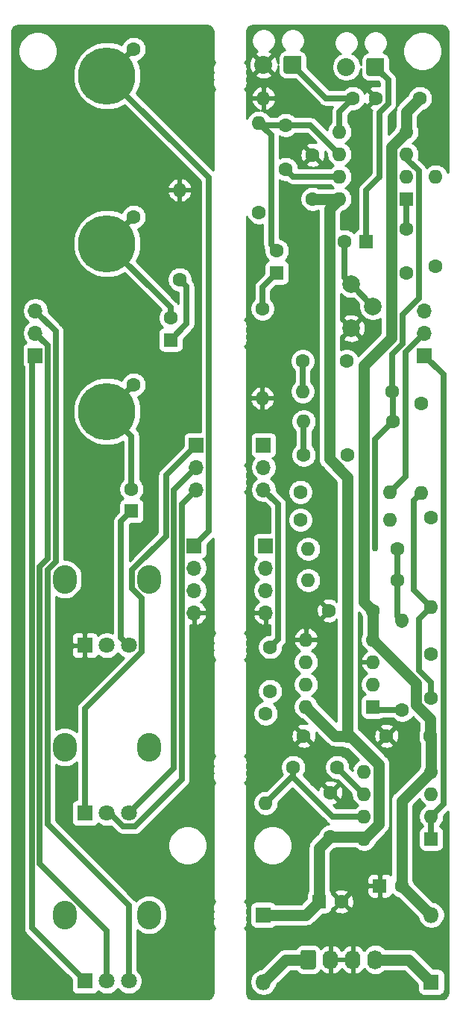
<source format=gtl>
%TF.GenerationSoftware,KiCad,Pcbnew,(5.1.8-0-10_14)*%
%TF.CreationDate,2021-08-10T10:11:07+01:00*%
%TF.ProjectId,4u-music-thing-spring-reverb,34752d6d-7573-4696-932d-7468696e672d,rev?*%
%TF.SameCoordinates,Original*%
%TF.FileFunction,Copper,L1,Top*%
%TF.FilePolarity,Positive*%
%FSLAX46Y46*%
G04 Gerber Fmt 4.6, Leading zero omitted, Abs format (unit mm)*
G04 Created by KiCad (PCBNEW (5.1.8-0-10_14)) date 2021-08-10 10:11:07*
%MOMM*%
%LPD*%
G01*
G04 APERTURE LIST*
%TA.AperFunction,ComponentPad*%
%ADD10O,1.600000X1.600000*%
%TD*%
%TA.AperFunction,ComponentPad*%
%ADD11C,1.600000*%
%TD*%
%TA.AperFunction,ComponentPad*%
%ADD12O,2.720000X3.240000*%
%TD*%
%TA.AperFunction,ComponentPad*%
%ADD13C,1.800000*%
%TD*%
%TA.AperFunction,ComponentPad*%
%ADD14R,1.800000X1.800000*%
%TD*%
%TA.AperFunction,ComponentPad*%
%ADD15C,2.000000*%
%TD*%
%TA.AperFunction,ComponentPad*%
%ADD16O,1.740000X2.190000*%
%TD*%
%TA.AperFunction,ComponentPad*%
%ADD17O,1.700000X1.700000*%
%TD*%
%TA.AperFunction,ComponentPad*%
%ADD18R,1.700000X1.700000*%
%TD*%
%TA.AperFunction,ComponentPad*%
%ADD19C,2.032000*%
%TD*%
%TA.AperFunction,ComponentPad*%
%ADD20C,6.500000*%
%TD*%
%TA.AperFunction,ComponentPad*%
%ADD21R,1.600000X1.600000*%
%TD*%
%TA.AperFunction,ComponentPad*%
%ADD22O,1.800000X1.800000*%
%TD*%
%TA.AperFunction,ViaPad*%
%ADD23C,0.762000*%
%TD*%
%TA.AperFunction,Conductor*%
%ADD24C,0.635000*%
%TD*%
%TA.AperFunction,Conductor*%
%ADD25C,1.270000*%
%TD*%
%TA.AperFunction,Conductor*%
%ADD26C,0.254000*%
%TD*%
%TA.AperFunction,Conductor*%
%ADD27C,0.100000*%
%TD*%
G04 APERTURE END LIST*
D10*
%TO.P,R16,2*%
%TO.N,GND1*%
X120015000Y-57404000D03*
D11*
%TO.P,R16,1*%
%TO.N,/AUDIO2_IN_CTRL*%
X120015000Y-67564000D03*
%TD*%
D12*
%TO.P,RV2,*%
%TO.N,*%
X106960000Y-139700000D03*
X116560000Y-139700000D03*
D13*
%TO.P,RV2,3*%
%TO.N,/AUDIO_WET_CTRL*%
X114260000Y-147200000D03*
%TO.P,RV2,2*%
%TO.N,/AUDIO_MIX_CTRL*%
X111760000Y-147200000D03*
D14*
%TO.P,RV2,1*%
%TO.N,/AUDIO_DRY_CTRL*%
X109260000Y-147200000D03*
%TD*%
D15*
%TO.P,R14,3*%
%TO.N,GND*%
X139486000Y-73112000D03*
%TO.P,R14,1*%
%TO.N,Net-(C10-Pad2)*%
X139486000Y-68112000D03*
%TO.P,R14,2*%
X141986000Y-70612000D03*
%TD*%
D10*
%TO.P,R13,2*%
%TO.N,Net-(C9-Pad1)*%
X129794000Y-127000000D03*
D11*
%TO.P,R13,1*%
%TO.N,/AUDIO_OUT_MAIN*%
X129794000Y-116840000D03*
%TD*%
D10*
%TO.P,R2,2*%
%TO.N,GND*%
X129413000Y-81026000D03*
D11*
%TO.P,R2,1*%
%TO.N,Net-(C3-Pad1)*%
X129413000Y-70866000D03*
%TD*%
D16*
%TO.P,J8,4*%
%TO.N,Net-(D2-Pad1)*%
X142240000Y-144780000D03*
%TO.P,J8,3*%
%TO.N,GND*%
X139700000Y-144780000D03*
%TO.P,J8,2*%
X137160000Y-144780000D03*
%TO.P,J8,1*%
%TO.N,Net-(D1-Pad2)*%
%TA.AperFunction,ComponentPad*%
G36*
G01*
X133750000Y-145625001D02*
X133750000Y-143934999D01*
G75*
G02*
X133999999Y-143685000I249999J0D01*
G01*
X135240001Y-143685000D01*
G75*
G02*
X135490000Y-143934999I0J-249999D01*
G01*
X135490000Y-145625001D01*
G75*
G02*
X135240001Y-145875000I-249999J0D01*
G01*
X133999999Y-145875000D01*
G75*
G02*
X133750000Y-145625001I0J249999D01*
G01*
G37*
%TD.AperFunction*%
%TD*%
D17*
%TO.P,J7,3*%
%TO.N,/TILT_CENTRE_CTRL*%
X121920000Y-91440000D03*
%TO.P,J7,2*%
%TO.N,/TILT_HI_CTRL*%
X121920000Y-88900000D03*
D18*
%TO.P,J7,1*%
%TO.N,/TILT_LO_CTRL*%
X121920000Y-86360000D03*
%TD*%
D17*
%TO.P,J6,3*%
%TO.N,/TILT_CENTRE_MAIN*%
X129540000Y-91440000D03*
%TO.P,J6,2*%
%TO.N,/TILT_HI_MAIN*%
X129540000Y-88900000D03*
D18*
%TO.P,J6,1*%
%TO.N,/TILT_LO_MAIN*%
X129540000Y-86360000D03*
%TD*%
%TO.P,J5,1*%
%TO.N,Net-(C10-Pad1)*%
%TA.AperFunction,ComponentPad*%
G36*
G01*
X143256000Y-42672000D02*
X143256000Y-44196000D01*
G75*
G02*
X143002000Y-44450000I-254000J0D01*
G01*
X141478000Y-44450000D01*
G75*
G02*
X141224000Y-44196000I0J254000D01*
G01*
X141224000Y-42672000D01*
G75*
G02*
X141478000Y-42418000I254000J0D01*
G01*
X143002000Y-42418000D01*
G75*
G02*
X143256000Y-42672000I0J-254000D01*
G01*
G37*
%TD.AperFunction*%
D19*
%TO.P,J5,2*%
%TO.N,Net-(C11-Pad1)*%
X138938000Y-43434000D03*
%TD*%
D11*
%TO.P,J3,1*%
%TO.N,Net-(C2-Pad2)*%
X114808000Y-60452000D03*
D20*
X111760000Y-63500000D03*
%TD*%
%TO.P,J2,1*%
%TO.N,Net-(J2-Pad1)*%
%TA.AperFunction,ComponentPad*%
G36*
G01*
X133858000Y-42418000D02*
X133858000Y-43942000D01*
G75*
G02*
X133604000Y-44196000I-254000J0D01*
G01*
X132080000Y-44196000D01*
G75*
G02*
X131826000Y-43942000I0J254000D01*
G01*
X131826000Y-42418000D01*
G75*
G02*
X132080000Y-42164000I254000J0D01*
G01*
X133604000Y-42164000D01*
G75*
G02*
X133858000Y-42418000I0J-254000D01*
G01*
G37*
%TD.AperFunction*%
D19*
%TO.P,J2,2*%
%TO.N,GND*%
X129540000Y-43180000D03*
%TD*%
D11*
%TO.P,C13,2*%
%TO.N,-12V*%
X145248000Y-136398000D03*
D21*
%TO.P,C13,1*%
%TO.N,GND*%
X142748000Y-136398000D03*
%TD*%
D11*
%TO.P,C12,2*%
%TO.N,GND*%
X138390000Y-138176000D03*
D21*
%TO.P,C12,1*%
%TO.N,+12V*%
X135890000Y-138176000D03*
%TD*%
D11*
%TO.P,C11,2*%
%TO.N,Net-(C11-Pad2)*%
X145796000Y-66802000D03*
%TO.P,C11,1*%
%TO.N,Net-(C11-Pad1)*%
X145796000Y-61802000D03*
%TD*%
%TO.P,C9,2*%
%TO.N,Net-(C9-Pad2)*%
X137922000Y-122936000D03*
%TO.P,C9,1*%
%TO.N,Net-(C9-Pad1)*%
X132922000Y-122936000D03*
%TD*%
D12*
%TO.P,RV3,*%
%TO.N,*%
X106960000Y-120650000D03*
X116560000Y-120650000D03*
D13*
%TO.P,RV3,3*%
%TO.N,/TILT_HI_CTRL*%
X114260000Y-128150000D03*
%TO.P,RV3,2*%
%TO.N,/TILT_CENTRE_CTRL*%
X111760000Y-128150000D03*
D14*
%TO.P,RV3,1*%
%TO.N,/TILT_LO_CTRL*%
X109260000Y-128150000D03*
%TD*%
D12*
%TO.P,RV1,*%
%TO.N,*%
X106960000Y-101600000D03*
X116560000Y-101600000D03*
D13*
%TO.P,RV1,3*%
%TO.N,Net-(C1-Pad1)*%
X114260000Y-109100000D03*
%TO.P,RV1,2*%
%TO.N,/AUDIO1_IN_CTRL*%
X111760000Y-109100000D03*
D14*
%TO.P,RV1,1*%
%TO.N,GND1*%
X109260000Y-109100000D03*
%TD*%
D10*
%TO.P,U3,8*%
%TO.N,+12V*%
X140970000Y-131064000D03*
%TO.P,U3,4*%
%TO.N,-12V*%
X148590000Y-123444000D03*
%TO.P,U3,7*%
%TO.N,Net-(C9-Pad1)*%
X140970000Y-128524000D03*
%TO.P,U3,3*%
%TO.N,/AUDIO_MIX*%
X148590000Y-125984000D03*
%TO.P,U3,6*%
%TO.N,Net-(C9-Pad2)*%
X140970000Y-125984000D03*
%TO.P,U3,2*%
%TO.N,/AUDIO_DRY_MAIN*%
X148590000Y-128524000D03*
%TO.P,U3,5*%
%TO.N,GND*%
X140970000Y-123444000D03*
D21*
%TO.P,U3,1*%
%TO.N,/AUDIO_DRY_MAIN*%
X148590000Y-131064000D03*
%TD*%
D10*
%TO.P,U2,8*%
%TO.N,+12V*%
X134366000Y-116078000D03*
%TO.P,U2,4*%
%TO.N,-12V*%
X141986000Y-108458000D03*
%TO.P,U2,7*%
%TO.N,Net-(C8-Pad1)*%
X134366000Y-113538000D03*
%TO.P,U2,3*%
%TO.N,GND*%
X141986000Y-110998000D03*
%TO.P,U2,6*%
%TO.N,/TILT_CENTRE_MAIN*%
X134366000Y-110998000D03*
%TO.P,U2,2*%
%TO.N,Net-(C5-Pad2)*%
X141986000Y-113538000D03*
%TO.P,U2,5*%
%TO.N,GND*%
X134366000Y-108458000D03*
D21*
%TO.P,U2,1*%
%TO.N,/AUDIO_MIX*%
X141986000Y-116078000D03*
%TD*%
D10*
%TO.P,U1,8*%
%TO.N,+12V*%
X138176000Y-58420000D03*
%TO.P,U1,4*%
%TO.N,-12V*%
X145796000Y-50800000D03*
%TO.P,U1,7*%
%TO.N,/AUDIO_WET_MAIN*%
X138176000Y-55880000D03*
%TO.P,U1,3*%
%TO.N,Net-(C8-Pad1)*%
X145796000Y-53340000D03*
%TO.P,U1,6*%
%TO.N,Net-(C3-Pad2)*%
X138176000Y-53340000D03*
%TO.P,U1,2*%
%TO.N,Net-(C10-Pad1)*%
X145796000Y-55880000D03*
%TO.P,U1,5*%
%TO.N,Net-(J2-Pad1)*%
X138176000Y-50800000D03*
D21*
%TO.P,U1,1*%
%TO.N,Net-(C11-Pad1)*%
X145796000Y-58420000D03*
%TD*%
D10*
%TO.P,R15,2*%
%TO.N,Net-(C10-Pad1)*%
X149098000Y-55880000D03*
D11*
%TO.P,R15,1*%
%TO.N,Net-(C11-Pad2)*%
X149098000Y-66040000D03*
%TD*%
D10*
%TO.P,R12,2*%
%TO.N,Net-(C7-Pad1)*%
X133985000Y-80264000D03*
D11*
%TO.P,R12,1*%
%TO.N,Net-(C8-Pad1)*%
X144145000Y-80264000D03*
%TD*%
D10*
%TO.P,R11,2*%
%TO.N,/TILT_HI_MAIN*%
X134112000Y-83693000D03*
D11*
%TO.P,R11,1*%
%TO.N,Net-(C8-Pad1)*%
X144272000Y-83693000D03*
%TD*%
D10*
%TO.P,R10,2*%
%TO.N,Net-(C9-Pad2)*%
X143891000Y-94869000D03*
D11*
%TO.P,R10,1*%
%TO.N,/AUDIO_OUT_MAIN*%
X133731000Y-94869000D03*
%TD*%
D10*
%TO.P,R9,2*%
%TO.N,/AUDIO_MIX_MAIN*%
X143891000Y-91694000D03*
D11*
%TO.P,R9,1*%
%TO.N,Net-(C9-Pad2)*%
X133731000Y-91694000D03*
%TD*%
D10*
%TO.P,R8,2*%
%TO.N,/AUDIO_MIX*%
X147447000Y-91821000D03*
D11*
%TO.P,R8,1*%
%TO.N,/TILT_LO_MAIN*%
X147447000Y-81661000D03*
%TD*%
D10*
%TO.P,R7,2*%
%TO.N,/AUDIO_MIX*%
X148590000Y-104775000D03*
D11*
%TO.P,R7,1*%
%TO.N,Net-(C6-Pad2)*%
X148590000Y-94615000D03*
%TD*%
D10*
%TO.P,R6,2*%
%TO.N,Net-(C5-Pad2)*%
X145288000Y-106299000D03*
D11*
%TO.P,R6,1*%
%TO.N,/AUDIO_MIX*%
X145288000Y-116459000D03*
%TD*%
D10*
%TO.P,R5,2*%
%TO.N,/AUDIO1_IN_MAIN*%
X134620000Y-98171000D03*
D11*
%TO.P,R5,1*%
%TO.N,Net-(C5-Pad2)*%
X144780000Y-98171000D03*
%TD*%
D10*
%TO.P,R4,2*%
%TO.N,/AUDIO2_IN_MAIN*%
X134620000Y-101727000D03*
D11*
%TO.P,R4,1*%
%TO.N,Net-(C5-Pad2)*%
X144780000Y-101727000D03*
%TD*%
D10*
%TO.P,R3,2*%
%TO.N,Net-(C3-Pad2)*%
X129032000Y-49784000D03*
D11*
%TO.P,R3,1*%
%TO.N,/AUDIO_WET_MAIN*%
X129032000Y-59944000D03*
%TD*%
D10*
%TO.P,R1,2*%
%TO.N,GND*%
X129540000Y-46990000D03*
D11*
%TO.P,R1,1*%
%TO.N,Net-(J2-Pad1)*%
X139700000Y-46990000D03*
%TD*%
D17*
%TO.P,J12,4*%
%TO.N,GND1*%
X121666000Y-105410000D03*
%TO.P,J12,3*%
%TO.N,/AUDIO2_IN_CTRL*%
X121666000Y-102870000D03*
%TO.P,J12,2*%
%TO.N,/AUDIO1_IN_CTRL*%
X121666000Y-100330000D03*
D18*
%TO.P,J12,1*%
%TO.N,/AUDIO_OUT_CTRL*%
X121666000Y-97790000D03*
%TD*%
D17*
%TO.P,J11,4*%
%TO.N,GND*%
X129794000Y-105410000D03*
%TO.P,J11,3*%
%TO.N,/AUDIO2_IN_MAIN*%
X129794000Y-102870000D03*
%TO.P,J11,2*%
%TO.N,/AUDIO1_IN_MAIN*%
X129794000Y-100330000D03*
D18*
%TO.P,J11,1*%
%TO.N,/AUDIO_OUT_MAIN*%
X129794000Y-97790000D03*
%TD*%
D17*
%TO.P,J10,3*%
%TO.N,/AUDIO_WET_MAIN*%
X147828000Y-71120000D03*
%TO.P,J10,2*%
%TO.N,/AUDIO_MIX_MAIN*%
X147828000Y-73660000D03*
D18*
%TO.P,J10,1*%
%TO.N,/AUDIO_DRY_MAIN*%
X147828000Y-76200000D03*
%TD*%
D17*
%TO.P,J9,3*%
%TO.N,/AUDIO_WET_CTRL*%
X103632000Y-71120000D03*
%TO.P,J9,2*%
%TO.N,/AUDIO_MIX_CTRL*%
X103632000Y-73660000D03*
D18*
%TO.P,J9,1*%
%TO.N,/AUDIO_DRY_CTRL*%
X103632000Y-76200000D03*
%TD*%
D11*
%TO.P,J4,1*%
%TO.N,/AUDIO_OUT_CTRL*%
X114808000Y-41402000D03*
D20*
X111760000Y-44450000D03*
%TD*%
D11*
%TO.P,J1,1*%
%TO.N,Net-(C1-Pad2)*%
X114808000Y-79502000D03*
D20*
X111760000Y-82550000D03*
%TD*%
D22*
%TO.P,D2,2*%
%TO.N,-12V*%
X148590000Y-139700000D03*
D14*
%TO.P,D2,1*%
%TO.N,Net-(D2-Pad1)*%
X148590000Y-147320000D03*
%TD*%
D22*
%TO.P,D1,2*%
%TO.N,Net-(D1-Pad2)*%
X129540000Y-147320000D03*
D14*
%TO.P,D1,1*%
%TO.N,+12V*%
X129540000Y-139700000D03*
%TD*%
D11*
%TO.P,C19,2*%
%TO.N,-12V*%
X147320000Y-46990000D03*
%TO.P,C19,1*%
%TO.N,GND*%
X142320000Y-46990000D03*
%TD*%
%TO.P,C18,2*%
%TO.N,GND*%
X137160000Y-125810000D03*
%TO.P,C18,1*%
%TO.N,+12V*%
X137160000Y-130810000D03*
%TD*%
%TO.P,C17,2*%
%TO.N,-12V*%
X148510000Y-119380000D03*
%TO.P,C17,1*%
%TO.N,GND*%
X143510000Y-119380000D03*
%TD*%
%TO.P,C16,2*%
%TO.N,GND*%
X135128000Y-53420000D03*
%TO.P,C16,1*%
%TO.N,+12V*%
X135128000Y-58420000D03*
%TD*%
%TO.P,C15,2*%
%TO.N,-12V*%
X141986000Y-105156000D03*
%TO.P,C15,1*%
%TO.N,GND*%
X136986000Y-105156000D03*
%TD*%
%TO.P,C14,2*%
%TO.N,GND*%
X134112000Y-119380000D03*
%TO.P,C14,1*%
%TO.N,+12V*%
X139112000Y-119380000D03*
%TD*%
%TO.P,C10,2*%
%TO.N,Net-(C10-Pad2)*%
X138724000Y-63246000D03*
D21*
%TO.P,C10,1*%
%TO.N,Net-(C10-Pad1)*%
X141224000Y-63246000D03*
%TD*%
D11*
%TO.P,C8,2*%
%TO.N,/TILT_CENTRE_MAIN*%
X130302000Y-109300000D03*
%TO.P,C8,1*%
%TO.N,Net-(C8-Pad1)*%
X130302000Y-114300000D03*
%TD*%
%TO.P,C7,2*%
%TO.N,/TILT_LO_MAIN*%
X138985000Y-76835000D03*
%TO.P,C7,1*%
%TO.N,Net-(C7-Pad1)*%
X133985000Y-76835000D03*
%TD*%
%TO.P,C6,2*%
%TO.N,Net-(C6-Pad2)*%
X139112000Y-87503000D03*
%TO.P,C6,1*%
%TO.N,/TILT_HI_MAIN*%
X134112000Y-87503000D03*
%TD*%
%TO.P,C5,2*%
%TO.N,Net-(C5-Pad2)*%
X148590000Y-110062000D03*
%TO.P,C5,1*%
%TO.N,/AUDIO_MIX*%
X148590000Y-115062000D03*
%TD*%
%TO.P,C4,2*%
%TO.N,Net-(C3-Pad2)*%
X132080000Y-50038000D03*
%TO.P,C4,1*%
%TO.N,/AUDIO_WET_MAIN*%
X132080000Y-55038000D03*
%TD*%
%TO.P,C3,2*%
%TO.N,Net-(C3-Pad2)*%
X131064000Y-64302000D03*
D21*
%TO.P,C3,1*%
%TO.N,Net-(C3-Pad1)*%
X131064000Y-66802000D03*
%TD*%
D11*
%TO.P,C2,2*%
%TO.N,Net-(C2-Pad2)*%
X118999000Y-71922000D03*
D21*
%TO.P,C2,1*%
%TO.N,/AUDIO2_IN_CTRL*%
X118999000Y-74422000D03*
%TD*%
D11*
%TO.P,C1,2*%
%TO.N,Net-(C1-Pad2)*%
X114554000Y-91353000D03*
D21*
%TO.P,C1,1*%
%TO.N,Net-(C1-Pad1)*%
X114554000Y-93853000D03*
%TD*%
D23*
%TO.N,Net-(C8-Pad1)*%
X142240000Y-98044000D03*
%TO.N,Net-(C10-Pad1)*%
X142748000Y-55880000D03*
%TD*%
D24*
%TO.N,Net-(C3-Pad2)*%
X134874000Y-50038000D02*
X132080000Y-50038000D01*
X138176000Y-53340000D02*
X134874000Y-50038000D01*
X129286000Y-50038000D02*
X129032000Y-49784000D01*
X132080000Y-50038000D02*
X129286000Y-50038000D01*
X130403501Y-63641501D02*
X131064000Y-64302000D01*
X130403501Y-51155501D02*
X130403501Y-63641501D01*
X129032000Y-49784000D02*
X130403501Y-51155501D01*
%TO.N,Net-(C3-Pad1)*%
X129413000Y-68453000D02*
X131064000Y-66802000D01*
X129413000Y-70866000D02*
X129413000Y-68453000D01*
%TO.N,Net-(C5-Pad2)*%
X144780000Y-98171000D02*
X144780000Y-101727000D01*
X144780000Y-105791000D02*
X145288000Y-106299000D01*
X144780000Y-101727000D02*
X144780000Y-105791000D01*
X145288000Y-106299000D02*
X145288000Y-106760000D01*
%TO.N,Net-(C7-Pad1)*%
X133985000Y-76835000D02*
X133985000Y-80264000D01*
%TO.N,Net-(C8-Pad1)*%
X144272000Y-80391000D02*
X144145000Y-80264000D01*
X144272000Y-83693000D02*
X144272000Y-80391000D01*
X145313509Y-74917243D02*
X144145000Y-76085752D01*
X144145000Y-76085752D02*
X144145000Y-80264000D01*
X147167501Y-69698499D02*
X145313509Y-71552491D01*
X145313509Y-71552491D02*
X145313509Y-74917243D01*
X147167501Y-55221679D02*
X147167501Y-69698499D01*
X145796000Y-53850178D02*
X147167501Y-55221679D01*
X145796000Y-53340000D02*
X145796000Y-53850178D01*
X142240000Y-98044000D02*
X142240000Y-85725000D01*
X142240000Y-85725000D02*
X144272000Y-83693000D01*
D25*
%TO.N,+12V*%
X134366000Y-139700000D02*
X135890000Y-138176000D01*
X129540000Y-139700000D02*
X134366000Y-139700000D01*
X135890000Y-132080000D02*
X137160000Y-130810000D01*
X135890000Y-138176000D02*
X135890000Y-132080000D01*
X140716000Y-130810000D02*
X140970000Y-131064000D01*
X137160000Y-130810000D02*
X140716000Y-130810000D01*
X142659001Y-122633279D02*
X139405722Y-119380000D01*
X139405722Y-119380000D02*
X139112000Y-119380000D01*
X142659001Y-129374999D02*
X142659001Y-122633279D01*
X140970000Y-131064000D02*
X142659001Y-129374999D01*
X137668000Y-119380000D02*
X134366000Y-116078000D01*
X139112000Y-119380000D02*
X137668000Y-119380000D01*
X135128000Y-58420000D02*
X138176000Y-58420000D01*
X137034999Y-59561001D02*
X138176000Y-58420000D01*
X139112000Y-90002722D02*
X137034999Y-87925721D01*
X137034999Y-87925721D02*
X137034999Y-59561001D01*
X139112000Y-119380000D02*
X139112000Y-90002722D01*
%TO.N,-12V*%
X148550000Y-139700000D02*
X145248000Y-136398000D01*
X148590000Y-139700000D02*
X148550000Y-139700000D01*
X145248000Y-126786000D02*
X148590000Y-123444000D01*
X145248000Y-136398000D02*
X145248000Y-126786000D01*
X148590000Y-119460000D02*
X148510000Y-119380000D01*
X148590000Y-123444000D02*
X148590000Y-119460000D01*
X146900999Y-113372999D02*
X141986000Y-108458000D01*
X148510000Y-117481722D02*
X146900999Y-115872721D01*
X146900999Y-115872721D02*
X146900999Y-113372999D01*
X148510000Y-119380000D02*
X148510000Y-117481722D01*
X141986000Y-108458000D02*
X141986000Y-105156000D01*
X145796000Y-48514000D02*
X147320000Y-46990000D01*
X145796000Y-50800000D02*
X145796000Y-48514000D01*
X144106999Y-74206001D02*
X144106999Y-52489001D01*
X140969999Y-77343001D02*
X144106999Y-74206001D01*
X140969999Y-104139999D02*
X140969999Y-77343001D01*
X144106999Y-52489001D02*
X145796000Y-50800000D01*
X141986000Y-105156000D02*
X140969999Y-104139999D01*
D24*
%TO.N,Net-(C11-Pad1)*%
X145796000Y-61802000D02*
X145796000Y-58420000D01*
%TO.N,/TILT_HI_MAIN*%
X134112000Y-83693000D02*
X134112000Y-87503000D01*
%TO.N,/TILT_CENTRE_MAIN*%
X131215501Y-108386499D02*
X131215501Y-93115501D01*
X131215501Y-93115501D02*
X129540000Y-91440000D01*
X130302000Y-109300000D02*
X131215501Y-108386499D01*
%TO.N,/AUDIO2_IN_CTRL*%
X120814999Y-68363999D02*
X120015000Y-67564000D01*
X120814999Y-72606001D02*
X120814999Y-68363999D01*
X118999000Y-74422000D02*
X120814999Y-72606001D01*
%TO.N,/AUDIO_OUT_CTRL*%
X122833501Y-55523501D02*
X111760000Y-44450000D01*
X111760000Y-44450000D02*
X114808000Y-41402000D01*
X123341501Y-96114499D02*
X123341501Y-56031501D01*
X123341501Y-56031501D02*
X122833501Y-55523501D01*
X121666000Y-97790000D02*
X123341501Y-96114499D01*
%TO.N,/TILT_HI_CTRL*%
X119355489Y-91464511D02*
X121920000Y-88900000D01*
X119355489Y-123054511D02*
X119355489Y-91464511D01*
X114260000Y-128150000D02*
X119355489Y-123054511D01*
%TO.N,/TILT_CENTRE_CTRL*%
X120244499Y-93115501D02*
X121920000Y-91440000D01*
X120244499Y-124343323D02*
X120244499Y-93115501D01*
X114966321Y-129621501D02*
X120244499Y-124343323D01*
X112082178Y-128150000D02*
X113553679Y-129621501D01*
X113553679Y-129621501D02*
X114966321Y-129621501D01*
X111760000Y-128150000D02*
X112082178Y-128150000D01*
%TO.N,/TILT_LO_CTRL*%
X109260000Y-116277822D02*
X109260000Y-128150000D01*
X115731501Y-103763068D02*
X115731501Y-109806321D01*
X114628490Y-102660057D02*
X115731501Y-103763068D01*
X115731501Y-109806321D02*
X109260000Y-116277822D01*
X118466479Y-96701954D02*
X114628490Y-100539943D01*
X121920000Y-86360000D02*
X118466479Y-89813521D01*
X114628490Y-100539943D02*
X114628490Y-102660057D01*
X118466479Y-89813521D02*
X118466479Y-96701954D01*
%TO.N,Net-(C1-Pad1)*%
X113360001Y-108200001D02*
X114260000Y-109100000D01*
X113360001Y-95046999D02*
X113360001Y-108200001D01*
X114554000Y-93853000D02*
X113360001Y-95046999D01*
%TO.N,Net-(C2-Pad2)*%
X114808000Y-60452000D02*
X111760000Y-63500000D01*
X118999000Y-70739000D02*
X118999000Y-71922000D01*
X111760000Y-63500000D02*
X118999000Y-70739000D01*
%TO.N,/AUDIO_WET_MAIN*%
X132922000Y-55880000D02*
X132080000Y-55038000D01*
X138176000Y-55880000D02*
X132922000Y-55880000D01*
X133096000Y-55880000D02*
X138176000Y-55880000D01*
%TO.N,/AUDIO_MIX*%
X142367000Y-116459000D02*
X141986000Y-116078000D01*
X145288000Y-116459000D02*
X142367000Y-116459000D01*
X147218499Y-111984237D02*
X148590000Y-113355738D01*
X147218499Y-106146501D02*
X147218499Y-111984237D01*
X148590000Y-113355738D02*
X148590000Y-115062000D01*
X148590000Y-104775000D02*
X147218499Y-106146501D01*
X146647001Y-102832001D02*
X148590000Y-104775000D01*
X146647001Y-92620999D02*
X146647001Y-102832001D01*
X147447000Y-91821000D02*
X146647001Y-92620999D01*
D25*
%TO.N,Net-(D1-Pad2)*%
X132080000Y-144780000D02*
X129540000Y-147320000D01*
X134620000Y-144780000D02*
X132080000Y-144780000D01*
%TO.N,Net-(D2-Pad1)*%
X146050000Y-144780000D02*
X148590000Y-147320000D01*
X142240000Y-144780000D02*
X146050000Y-144780000D01*
D24*
%TO.N,/AUDIO_MIX_CTRL*%
X103632000Y-73660000D02*
X105053501Y-75081501D01*
X111760000Y-141508433D02*
X111760000Y-147200000D01*
X104139480Y-100171704D02*
X104139480Y-133887913D01*
X104139480Y-133887913D02*
X111760000Y-141508433D01*
X105053501Y-99257684D02*
X104139480Y-100171704D01*
X105053501Y-75081501D02*
X105053501Y-99257684D01*
%TO.N,/AUDIO_WET_CTRL*%
X105028490Y-100539943D02*
X105028490Y-129412490D01*
X105942511Y-99625922D02*
X105028490Y-100539943D01*
X105942511Y-73430511D02*
X105942511Y-99625922D01*
X103632000Y-71120000D02*
X105942511Y-73430511D01*
X114260000Y-138644000D02*
X114260000Y-147200000D01*
X105028490Y-129412490D02*
X114260000Y-138644000D01*
%TO.N,/AUDIO_DRY_CTRL*%
X103250470Y-76581530D02*
X103632000Y-76200000D01*
X103250470Y-141190470D02*
X103250470Y-76581530D01*
X109260000Y-147200000D02*
X103250470Y-141190470D01*
%TO.N,/AUDIO_MIX_MAIN*%
X145643501Y-75844499D02*
X147828000Y-73660000D01*
X145643501Y-89941499D02*
X145643501Y-75844499D01*
X143891000Y-91694000D02*
X145643501Y-89941499D01*
%TO.N,/AUDIO_DRY_MAIN*%
X148590000Y-131064000D02*
X148590000Y-128524000D01*
X149961501Y-127152499D02*
X148590000Y-128524000D01*
X149961501Y-78333501D02*
X149961501Y-127152499D01*
X147828000Y-76200000D02*
X149961501Y-78333501D01*
%TO.N,Net-(C1-Pad2)*%
X111760000Y-82550000D02*
X114808000Y-79502000D01*
X113030000Y-83820000D02*
X111760000Y-82550000D01*
X114554000Y-85344000D02*
X111760000Y-82550000D01*
X114554000Y-91353000D02*
X114554000Y-85344000D01*
%TO.N,Net-(C9-Pad2)*%
X140970000Y-125984000D02*
X137922000Y-122936000D01*
%TO.N,Net-(C9-Pad1)*%
X132922000Y-124067370D02*
X132922000Y-122936000D01*
X137378630Y-128524000D02*
X132922000Y-124067370D01*
X140970000Y-128524000D02*
X137378630Y-128524000D01*
X132922000Y-123872000D02*
X129794000Y-127000000D01*
X132922000Y-122936000D02*
X132922000Y-123872000D01*
%TO.N,Net-(C10-Pad2)*%
X138724000Y-67350000D02*
X139486000Y-68112000D01*
X138724000Y-63246000D02*
X138724000Y-67350000D01*
X139486000Y-68112000D02*
X141986000Y-70612000D01*
%TO.N,Net-(C10-Pad1)*%
X141224000Y-57404000D02*
X142748000Y-55880000D01*
X141224000Y-63246000D02*
X141224000Y-57404000D01*
X143691501Y-44885501D02*
X142240000Y-43434000D01*
X143691501Y-47648321D02*
X143691501Y-44885501D01*
X142748000Y-48591822D02*
X143691501Y-47648321D01*
X142748000Y-55880000D02*
X142748000Y-48591822D01*
%TO.N,Net-(J2-Pad1)*%
X136652000Y-46990000D02*
X132842000Y-43180000D01*
X139700000Y-46990000D02*
X136652000Y-46990000D01*
X138176000Y-48514000D02*
X139700000Y-46990000D01*
X138176000Y-50800000D02*
X138176000Y-48514000D01*
%TD*%
D26*
%TO.N,GND*%
X131400273Y-56309680D02*
X131661426Y-56417853D01*
X131938665Y-56473000D01*
X132167961Y-56473000D01*
X132215397Y-56520436D01*
X132245222Y-56556778D01*
X132390259Y-56675806D01*
X132472995Y-56720029D01*
X132555730Y-56764252D01*
X132735277Y-56818717D01*
X132922000Y-56837108D01*
X132968785Y-56832500D01*
X137099104Y-56832500D01*
X137261241Y-56994637D01*
X137493759Y-57150000D01*
X135810241Y-57150000D01*
X135807727Y-57148320D01*
X135546574Y-57040147D01*
X135269335Y-56985000D01*
X134986665Y-56985000D01*
X134709426Y-57040147D01*
X134448273Y-57148320D01*
X134213241Y-57305363D01*
X134013363Y-57505241D01*
X133856320Y-57740273D01*
X133748147Y-58001426D01*
X133693000Y-58278665D01*
X133693000Y-58561335D01*
X133748147Y-58838574D01*
X133856320Y-59099727D01*
X134013363Y-59334759D01*
X134213241Y-59534637D01*
X134448273Y-59691680D01*
X134709426Y-59799853D01*
X134986665Y-59855000D01*
X135269335Y-59855000D01*
X135546574Y-59799853D01*
X135765000Y-59709378D01*
X135764999Y-87863348D01*
X135758856Y-87925721D01*
X135764999Y-87988094D01*
X135764999Y-87988100D01*
X135776628Y-88106167D01*
X135783376Y-88174684D01*
X135797138Y-88220050D01*
X135855996Y-88414079D01*
X135973924Y-88634708D01*
X136132629Y-88828091D01*
X136181090Y-88867862D01*
X137842001Y-90528774D01*
X137842001Y-104120392D01*
X137799097Y-104163296D01*
X137727514Y-103919329D01*
X137472004Y-103798429D01*
X137197816Y-103729700D01*
X136915488Y-103715783D01*
X136635870Y-103757213D01*
X136369708Y-103852397D01*
X136244486Y-103919329D01*
X136172903Y-104163298D01*
X136986000Y-104976395D01*
X137000143Y-104962253D01*
X137179748Y-105141858D01*
X137165605Y-105156000D01*
X137179748Y-105170143D01*
X137000143Y-105349748D01*
X136986000Y-105335605D01*
X136172903Y-106148702D01*
X136244486Y-106392671D01*
X136499996Y-106513571D01*
X136774184Y-106582300D01*
X137056512Y-106596217D01*
X137336130Y-106554787D01*
X137602292Y-106459603D01*
X137727514Y-106392671D01*
X137799097Y-106148704D01*
X137842000Y-106191607D01*
X137842000Y-117757949D01*
X135746443Y-115662393D01*
X135745853Y-115659426D01*
X135637680Y-115398273D01*
X135480637Y-115163241D01*
X135280759Y-114963363D01*
X135048241Y-114808000D01*
X135280759Y-114652637D01*
X135480637Y-114452759D01*
X135637680Y-114217727D01*
X135745853Y-113956574D01*
X135801000Y-113679335D01*
X135801000Y-113396665D01*
X135745853Y-113119426D01*
X135637680Y-112858273D01*
X135480637Y-112623241D01*
X135280759Y-112423363D01*
X135048241Y-112268000D01*
X135280759Y-112112637D01*
X135480637Y-111912759D01*
X135637680Y-111677727D01*
X135745853Y-111416574D01*
X135801000Y-111139335D01*
X135801000Y-110856665D01*
X135745853Y-110579426D01*
X135637680Y-110318273D01*
X135480637Y-110083241D01*
X135280759Y-109883363D01*
X135045727Y-109726320D01*
X135035135Y-109721933D01*
X135221131Y-109610385D01*
X135429519Y-109421414D01*
X135597037Y-109195420D01*
X135717246Y-108941087D01*
X135757904Y-108807039D01*
X135635915Y-108585000D01*
X134493000Y-108585000D01*
X134493000Y-108605000D01*
X134239000Y-108605000D01*
X134239000Y-108585000D01*
X133096085Y-108585000D01*
X132974096Y-108807039D01*
X133014754Y-108941087D01*
X133134963Y-109195420D01*
X133302481Y-109421414D01*
X133510869Y-109610385D01*
X133696865Y-109721933D01*
X133686273Y-109726320D01*
X133451241Y-109883363D01*
X133251363Y-110083241D01*
X133094320Y-110318273D01*
X132986147Y-110579426D01*
X132931000Y-110856665D01*
X132931000Y-111139335D01*
X132986147Y-111416574D01*
X133094320Y-111677727D01*
X133251363Y-111912759D01*
X133451241Y-112112637D01*
X133683759Y-112268000D01*
X133451241Y-112423363D01*
X133251363Y-112623241D01*
X133094320Y-112858273D01*
X132986147Y-113119426D01*
X132931000Y-113396665D01*
X132931000Y-113679335D01*
X132986147Y-113956574D01*
X133094320Y-114217727D01*
X133251363Y-114452759D01*
X133451241Y-114652637D01*
X133683759Y-114808000D01*
X133451241Y-114963363D01*
X133251363Y-115163241D01*
X133094320Y-115398273D01*
X132986147Y-115659426D01*
X132931000Y-115936665D01*
X132931000Y-116219335D01*
X132986147Y-116496574D01*
X133094320Y-116757727D01*
X133251363Y-116992759D01*
X133451241Y-117192637D01*
X133686273Y-117349680D01*
X133947426Y-117457853D01*
X133950393Y-117458443D01*
X134486405Y-117994455D01*
X134323816Y-117953700D01*
X134041488Y-117939783D01*
X133761870Y-117981213D01*
X133495708Y-118076397D01*
X133370486Y-118143329D01*
X133298903Y-118387298D01*
X134112000Y-119200395D01*
X134126143Y-119186253D01*
X134305748Y-119365858D01*
X134291605Y-119380000D01*
X135104702Y-120193097D01*
X135348671Y-120121514D01*
X135469571Y-119866004D01*
X135538300Y-119591816D01*
X135552217Y-119309488D01*
X135510787Y-119029870D01*
X135504645Y-119012696D01*
X136725863Y-120233914D01*
X136765630Y-120282370D01*
X136959012Y-120441075D01*
X137179641Y-120559003D01*
X137346416Y-120609594D01*
X137419036Y-120631623D01*
X137444755Y-120634156D01*
X137605620Y-120650000D01*
X137605626Y-120650000D01*
X137667999Y-120656143D01*
X137730372Y-120650000D01*
X138429759Y-120650000D01*
X138432273Y-120651680D01*
X138693426Y-120759853D01*
X138970665Y-120815000D01*
X139044672Y-120815000D01*
X140371201Y-122141529D01*
X140356119Y-122146930D01*
X140114869Y-122291615D01*
X139906481Y-122480586D01*
X139738963Y-122706580D01*
X139618754Y-122960913D01*
X139578096Y-123094961D01*
X139700084Y-123316998D01*
X139650036Y-123316998D01*
X139357000Y-123023962D01*
X139357000Y-122794665D01*
X139301853Y-122517426D01*
X139193680Y-122256273D01*
X139036637Y-122021241D01*
X138836759Y-121821363D01*
X138601727Y-121664320D01*
X138340574Y-121556147D01*
X138063335Y-121501000D01*
X137780665Y-121501000D01*
X137503426Y-121556147D01*
X137242273Y-121664320D01*
X137007241Y-121821363D01*
X136807363Y-122021241D01*
X136650320Y-122256273D01*
X136542147Y-122517426D01*
X136487000Y-122794665D01*
X136487000Y-123077335D01*
X136542147Y-123354574D01*
X136650320Y-123615727D01*
X136807363Y-123850759D01*
X137007241Y-124050637D01*
X137242273Y-124207680D01*
X137503426Y-124315853D01*
X137780665Y-124371000D01*
X138009962Y-124371000D01*
X139535000Y-125896039D01*
X139535000Y-126125335D01*
X139590147Y-126402574D01*
X139698320Y-126663727D01*
X139855363Y-126898759D01*
X140055241Y-127098637D01*
X140287759Y-127254000D01*
X140055241Y-127409363D01*
X139893104Y-127571500D01*
X137773168Y-127571500D01*
X137423318Y-127221650D01*
X137510130Y-127208787D01*
X137776292Y-127113603D01*
X137901514Y-127046671D01*
X137973097Y-126802702D01*
X137160000Y-125989605D01*
X137145858Y-126003748D01*
X136966253Y-125824143D01*
X136980395Y-125810000D01*
X137339605Y-125810000D01*
X138152702Y-126623097D01*
X138396671Y-126551514D01*
X138517571Y-126296004D01*
X138586300Y-126021816D01*
X138600217Y-125739488D01*
X138558787Y-125459870D01*
X138463603Y-125193708D01*
X138396671Y-125068486D01*
X138152702Y-124996903D01*
X137339605Y-125810000D01*
X136980395Y-125810000D01*
X136167298Y-124996903D01*
X135923329Y-125068486D01*
X135802429Y-125323996D01*
X135746958Y-125545290D01*
X135018966Y-124817298D01*
X136346903Y-124817298D01*
X137160000Y-125630395D01*
X137973097Y-124817298D01*
X137901514Y-124573329D01*
X137646004Y-124452429D01*
X137371816Y-124383700D01*
X137089488Y-124369783D01*
X136809870Y-124411213D01*
X136543708Y-124506397D01*
X136418486Y-124573329D01*
X136346903Y-124817298D01*
X135018966Y-124817298D01*
X134042962Y-123841294D01*
X134193680Y-123615727D01*
X134301853Y-123354574D01*
X134357000Y-123077335D01*
X134357000Y-122794665D01*
X134301853Y-122517426D01*
X134193680Y-122256273D01*
X134036637Y-122021241D01*
X133836759Y-121821363D01*
X133601727Y-121664320D01*
X133340574Y-121556147D01*
X133063335Y-121501000D01*
X132780665Y-121501000D01*
X132503426Y-121556147D01*
X132242273Y-121664320D01*
X132007241Y-121821363D01*
X131807363Y-122021241D01*
X131650320Y-122256273D01*
X131542147Y-122517426D01*
X131487000Y-122794665D01*
X131487000Y-123077335D01*
X131542147Y-123354574D01*
X131650320Y-123615727D01*
X131722784Y-123724177D01*
X129881962Y-125565000D01*
X129652665Y-125565000D01*
X129375426Y-125620147D01*
X129114273Y-125728320D01*
X128879241Y-125885363D01*
X128679363Y-126085241D01*
X128522320Y-126320273D01*
X128414147Y-126581426D01*
X128359000Y-126858665D01*
X128359000Y-127141335D01*
X128414147Y-127418574D01*
X128522320Y-127679727D01*
X128679363Y-127914759D01*
X128879241Y-128114637D01*
X129114273Y-128271680D01*
X129375426Y-128379853D01*
X129652665Y-128435000D01*
X129935335Y-128435000D01*
X130212574Y-128379853D01*
X130473727Y-128271680D01*
X130708759Y-128114637D01*
X130908637Y-127914759D01*
X131065680Y-127679727D01*
X131173853Y-127418574D01*
X131229000Y-127141335D01*
X131229000Y-126912038D01*
X132824315Y-125316723D01*
X136672023Y-129164431D01*
X136701852Y-129200778D01*
X136846889Y-129319806D01*
X136929625Y-129364029D01*
X136968732Y-129384932D01*
X136741426Y-129430147D01*
X136480273Y-129538320D01*
X136245241Y-129695363D01*
X136045363Y-129895241D01*
X135888320Y-130130273D01*
X135780147Y-130391426D01*
X135779557Y-130394392D01*
X135036086Y-131137864D01*
X134987631Y-131177630D01*
X134828926Y-131371012D01*
X134797253Y-131430269D01*
X134710998Y-131591641D01*
X134638377Y-131831037D01*
X134613857Y-132080000D01*
X134620001Y-132142383D01*
X134620000Y-136947741D01*
X134559463Y-137021506D01*
X134500498Y-137131820D01*
X134464188Y-137251518D01*
X134451928Y-137376000D01*
X134451928Y-137818021D01*
X133839950Y-138430000D01*
X130957812Y-138430000D01*
X130891185Y-138348815D01*
X130794494Y-138269463D01*
X130684180Y-138210498D01*
X130564482Y-138174188D01*
X130440000Y-138161928D01*
X128640000Y-138161928D01*
X128515518Y-138174188D01*
X128395820Y-138210498D01*
X128285506Y-138269463D01*
X128188815Y-138348815D01*
X128109463Y-138445506D01*
X128050498Y-138555820D01*
X128014188Y-138675518D01*
X128001928Y-138800000D01*
X128001928Y-140600000D01*
X128014188Y-140724482D01*
X128050498Y-140844180D01*
X128109463Y-140954494D01*
X128188815Y-141051185D01*
X128285506Y-141130537D01*
X128395820Y-141189502D01*
X128515518Y-141225812D01*
X128640000Y-141238072D01*
X130440000Y-141238072D01*
X130564482Y-141225812D01*
X130684180Y-141189502D01*
X130794494Y-141130537D01*
X130891185Y-141051185D01*
X130957812Y-140970000D01*
X134303627Y-140970000D01*
X134366000Y-140976143D01*
X134428373Y-140970000D01*
X134428380Y-140970000D01*
X134614963Y-140951623D01*
X134854359Y-140879003D01*
X135074988Y-140761075D01*
X135268370Y-140602370D01*
X135308141Y-140553909D01*
X136247979Y-139614072D01*
X136690000Y-139614072D01*
X136814482Y-139601812D01*
X136934180Y-139565502D01*
X137044494Y-139506537D01*
X137141185Y-139427185D01*
X137220537Y-139330494D01*
X137279502Y-139220180D01*
X137295117Y-139168702D01*
X137576903Y-139168702D01*
X137648486Y-139412671D01*
X137903996Y-139533571D01*
X138178184Y-139602300D01*
X138460512Y-139616217D01*
X138740130Y-139574787D01*
X139006292Y-139479603D01*
X139131514Y-139412671D01*
X139203097Y-139168702D01*
X138390000Y-138355605D01*
X137576903Y-139168702D01*
X137295117Y-139168702D01*
X137315812Y-139100482D01*
X137328072Y-138976000D01*
X137328072Y-138968785D01*
X137397298Y-138989097D01*
X138210395Y-138176000D01*
X138569605Y-138176000D01*
X139382702Y-138989097D01*
X139626671Y-138917514D01*
X139747571Y-138662004D01*
X139816300Y-138387816D01*
X139830217Y-138105488D01*
X139788787Y-137825870D01*
X139693603Y-137559708D01*
X139626671Y-137434486D01*
X139382702Y-137362903D01*
X138569605Y-138176000D01*
X138210395Y-138176000D01*
X137397298Y-137362903D01*
X137328072Y-137383215D01*
X137328072Y-137376000D01*
X137315812Y-137251518D01*
X137295118Y-137183298D01*
X137576903Y-137183298D01*
X138390000Y-137996395D01*
X139188395Y-137198000D01*
X141309928Y-137198000D01*
X141322188Y-137322482D01*
X141358498Y-137442180D01*
X141417463Y-137552494D01*
X141496815Y-137649185D01*
X141593506Y-137728537D01*
X141703820Y-137787502D01*
X141823518Y-137823812D01*
X141948000Y-137836072D01*
X142462250Y-137833000D01*
X142621000Y-137674250D01*
X142621000Y-136525000D01*
X141471750Y-136525000D01*
X141313000Y-136683750D01*
X141309928Y-137198000D01*
X139188395Y-137198000D01*
X139203097Y-137183298D01*
X139131514Y-136939329D01*
X138876004Y-136818429D01*
X138601816Y-136749700D01*
X138319488Y-136735783D01*
X138039870Y-136777213D01*
X137773708Y-136872397D01*
X137648486Y-136939329D01*
X137576903Y-137183298D01*
X137295118Y-137183298D01*
X137279502Y-137131820D01*
X137220537Y-137021506D01*
X137160000Y-136947741D01*
X137160000Y-135598000D01*
X141309928Y-135598000D01*
X141313000Y-136112250D01*
X141471750Y-136271000D01*
X142621000Y-136271000D01*
X142621000Y-135121750D01*
X142462250Y-134963000D01*
X141948000Y-134959928D01*
X141823518Y-134972188D01*
X141703820Y-135008498D01*
X141593506Y-135067463D01*
X141496815Y-135146815D01*
X141417463Y-135243506D01*
X141358498Y-135353820D01*
X141322188Y-135473518D01*
X141309928Y-135598000D01*
X137160000Y-135598000D01*
X137160000Y-132606050D01*
X137575608Y-132190443D01*
X137578574Y-132189853D01*
X137839727Y-132081680D01*
X137842241Y-132080000D01*
X139956604Y-132080000D01*
X140055241Y-132178637D01*
X140290273Y-132335680D01*
X140551426Y-132443853D01*
X140828665Y-132499000D01*
X141111335Y-132499000D01*
X141388574Y-132443853D01*
X141649727Y-132335680D01*
X141884759Y-132178637D01*
X142084637Y-131978759D01*
X142241680Y-131743727D01*
X142349853Y-131482574D01*
X142350443Y-131479607D01*
X143512916Y-130317135D01*
X143561371Y-130277369D01*
X143720076Y-130083987D01*
X143838004Y-129863358D01*
X143892367Y-129684147D01*
X143910624Y-129623963D01*
X143913157Y-129598244D01*
X143929001Y-129437379D01*
X143929001Y-129437373D01*
X143935144Y-129375000D01*
X143929001Y-129312627D01*
X143929001Y-122695651D01*
X143935144Y-122633278D01*
X143929001Y-122570905D01*
X143929001Y-122570899D01*
X143911619Y-122394414D01*
X143910624Y-122384315D01*
X143871827Y-122256419D01*
X143838004Y-122144920D01*
X143720076Y-121924291D01*
X143561371Y-121730909D01*
X143512915Y-121691142D01*
X142194475Y-120372702D01*
X142696903Y-120372702D01*
X142768486Y-120616671D01*
X143023996Y-120737571D01*
X143298184Y-120806300D01*
X143580512Y-120820217D01*
X143860130Y-120778787D01*
X144126292Y-120683603D01*
X144251514Y-120616671D01*
X144323097Y-120372702D01*
X143510000Y-119559605D01*
X142696903Y-120372702D01*
X142194475Y-120372702D01*
X141272285Y-119450512D01*
X142069783Y-119450512D01*
X142111213Y-119730130D01*
X142206397Y-119996292D01*
X142273329Y-120121514D01*
X142517298Y-120193097D01*
X143330395Y-119380000D01*
X143689605Y-119380000D01*
X144502702Y-120193097D01*
X144746671Y-120121514D01*
X144867571Y-119866004D01*
X144936300Y-119591816D01*
X144950217Y-119309488D01*
X144908787Y-119029870D01*
X144813603Y-118763708D01*
X144746671Y-118638486D01*
X144502702Y-118566903D01*
X143689605Y-119380000D01*
X143330395Y-119380000D01*
X142517298Y-118566903D01*
X142273329Y-118638486D01*
X142152429Y-118893996D01*
X142083700Y-119168184D01*
X142069783Y-119450512D01*
X141272285Y-119450512D01*
X140382000Y-118560228D01*
X140382000Y-118387298D01*
X142696903Y-118387298D01*
X143510000Y-119200395D01*
X144323097Y-118387298D01*
X144251514Y-118143329D01*
X143996004Y-118022429D01*
X143721816Y-117953700D01*
X143439488Y-117939783D01*
X143159870Y-117981213D01*
X142893708Y-118076397D01*
X142768486Y-118143329D01*
X142696903Y-118387298D01*
X140382000Y-118387298D01*
X140382000Y-105348050D01*
X140605557Y-105571607D01*
X140606147Y-105574574D01*
X140714320Y-105835727D01*
X140716001Y-105838242D01*
X140716000Y-107775758D01*
X140714320Y-107778273D01*
X140606147Y-108039426D01*
X140551000Y-108316665D01*
X140551000Y-108599335D01*
X140606147Y-108876574D01*
X140714320Y-109137727D01*
X140871363Y-109372759D01*
X141071241Y-109572637D01*
X141306273Y-109729680D01*
X141316865Y-109734067D01*
X141130869Y-109845615D01*
X140922481Y-110034586D01*
X140754963Y-110260580D01*
X140634754Y-110514913D01*
X140594096Y-110648961D01*
X140716085Y-110871000D01*
X141859000Y-110871000D01*
X141859000Y-110851000D01*
X142113000Y-110851000D01*
X142113000Y-110871000D01*
X142133000Y-110871000D01*
X142133000Y-111125000D01*
X142113000Y-111125000D01*
X142113000Y-111145000D01*
X141859000Y-111145000D01*
X141859000Y-111125000D01*
X140716085Y-111125000D01*
X140594096Y-111347039D01*
X140634754Y-111481087D01*
X140754963Y-111735420D01*
X140922481Y-111961414D01*
X141130869Y-112150385D01*
X141316865Y-112261933D01*
X141306273Y-112266320D01*
X141071241Y-112423363D01*
X140871363Y-112623241D01*
X140714320Y-112858273D01*
X140606147Y-113119426D01*
X140551000Y-113396665D01*
X140551000Y-113679335D01*
X140606147Y-113956574D01*
X140714320Y-114217727D01*
X140871363Y-114452759D01*
X141069961Y-114651357D01*
X141061518Y-114652188D01*
X140941820Y-114688498D01*
X140831506Y-114747463D01*
X140734815Y-114826815D01*
X140655463Y-114923506D01*
X140596498Y-115033820D01*
X140560188Y-115153518D01*
X140547928Y-115278000D01*
X140547928Y-116878000D01*
X140560188Y-117002482D01*
X140596498Y-117122180D01*
X140655463Y-117232494D01*
X140734815Y-117329185D01*
X140831506Y-117408537D01*
X140941820Y-117467502D01*
X141061518Y-117503812D01*
X141186000Y-117516072D01*
X142786000Y-117516072D01*
X142910482Y-117503812D01*
X143030180Y-117467502D01*
X143134951Y-117411500D01*
X144211104Y-117411500D01*
X144373241Y-117573637D01*
X144608273Y-117730680D01*
X144869426Y-117838853D01*
X145146665Y-117894000D01*
X145429335Y-117894000D01*
X145706574Y-117838853D01*
X145967727Y-117730680D01*
X146202759Y-117573637D01*
X146402637Y-117373759D01*
X146484087Y-117251860D01*
X147240001Y-118007773D01*
X147240000Y-118697758D01*
X147238320Y-118700273D01*
X147130147Y-118961426D01*
X147075000Y-119238665D01*
X147075000Y-119521335D01*
X147130147Y-119798574D01*
X147238320Y-120059727D01*
X147320001Y-120181971D01*
X147320000Y-122761758D01*
X147318320Y-122764273D01*
X147210147Y-123025426D01*
X147209557Y-123028391D01*
X144394086Y-125843864D01*
X144345631Y-125883630D01*
X144186926Y-126077012D01*
X144084709Y-126268248D01*
X144068998Y-126297641D01*
X143996377Y-126537037D01*
X143971857Y-126786000D01*
X143978001Y-126848383D01*
X143978000Y-135129429D01*
X143902494Y-135067463D01*
X143792180Y-135008498D01*
X143672482Y-134972188D01*
X143548000Y-134959928D01*
X143033750Y-134963000D01*
X142875000Y-135121750D01*
X142875000Y-136271000D01*
X142895000Y-136271000D01*
X142895000Y-136525000D01*
X142875000Y-136525000D01*
X142875000Y-137674250D01*
X143033750Y-137833000D01*
X143548000Y-137836072D01*
X143672482Y-137823812D01*
X143792180Y-137787502D01*
X143902494Y-137728537D01*
X143999185Y-137649185D01*
X144078537Y-137552494D01*
X144137502Y-137442180D01*
X144166661Y-137346057D01*
X144333241Y-137512637D01*
X144568273Y-137669680D01*
X144829426Y-137777853D01*
X144832393Y-137778443D01*
X147092212Y-140038263D01*
X147113989Y-140147743D01*
X147229701Y-140427095D01*
X147397688Y-140678505D01*
X147611495Y-140892312D01*
X147862905Y-141060299D01*
X148142257Y-141176011D01*
X148438816Y-141235000D01*
X148741184Y-141235000D01*
X149037743Y-141176011D01*
X149317095Y-141060299D01*
X149568505Y-140892312D01*
X149782312Y-140678505D01*
X149950299Y-140427095D01*
X150066011Y-140147743D01*
X150125000Y-139851184D01*
X150125000Y-139548816D01*
X150066011Y-139252257D01*
X149950299Y-138972905D01*
X149782312Y-138721495D01*
X149568505Y-138507688D01*
X149317095Y-138339701D01*
X149037743Y-138223989D01*
X148828399Y-138182348D01*
X146628443Y-135982393D01*
X146627853Y-135979426D01*
X146519680Y-135718273D01*
X146518000Y-135715759D01*
X146518000Y-127312050D01*
X147273801Y-126556249D01*
X147318320Y-126663727D01*
X147475363Y-126898759D01*
X147675241Y-127098637D01*
X147907759Y-127254000D01*
X147675241Y-127409363D01*
X147475363Y-127609241D01*
X147318320Y-127844273D01*
X147210147Y-128105426D01*
X147155000Y-128382665D01*
X147155000Y-128665335D01*
X147210147Y-128942574D01*
X147318320Y-129203727D01*
X147475363Y-129438759D01*
X147637501Y-129600897D01*
X147637501Y-129646687D01*
X147545820Y-129674498D01*
X147435506Y-129733463D01*
X147338815Y-129812815D01*
X147259463Y-129909506D01*
X147200498Y-130019820D01*
X147164188Y-130139518D01*
X147151928Y-130264000D01*
X147151928Y-131864000D01*
X147164188Y-131988482D01*
X147200498Y-132108180D01*
X147259463Y-132218494D01*
X147338815Y-132315185D01*
X147435506Y-132394537D01*
X147545820Y-132453502D01*
X147665518Y-132489812D01*
X147790000Y-132502072D01*
X149390000Y-132502072D01*
X149514482Y-132489812D01*
X149634180Y-132453502D01*
X149744494Y-132394537D01*
X149841185Y-132315185D01*
X149920537Y-132218494D01*
X149979502Y-132108180D01*
X150015812Y-131988482D01*
X150028072Y-131864000D01*
X150028072Y-130264000D01*
X150015812Y-130139518D01*
X149979502Y-130019820D01*
X149920537Y-129909506D01*
X149841185Y-129812815D01*
X149744494Y-129733463D01*
X149634180Y-129674498D01*
X149542500Y-129646687D01*
X149542500Y-129600896D01*
X149704637Y-129438759D01*
X149861680Y-129203727D01*
X149969853Y-128942574D01*
X150025000Y-128665335D01*
X150025000Y-128436038D01*
X150470001Y-127991037D01*
X150470001Y-148557711D01*
X150455278Y-148707869D01*
X150421047Y-148821246D01*
X150365446Y-148925817D01*
X150290594Y-149017595D01*
X150199335Y-149093091D01*
X150095160Y-149149419D01*
X149982024Y-149184440D01*
X149833979Y-149200000D01*
X128302279Y-149200000D01*
X128152131Y-149185278D01*
X128038754Y-149151047D01*
X127934183Y-149095446D01*
X127842405Y-149020594D01*
X127766909Y-148929335D01*
X127710581Y-148825160D01*
X127675560Y-148712024D01*
X127660000Y-148563979D01*
X127660000Y-147168816D01*
X128005000Y-147168816D01*
X128005000Y-147471184D01*
X128063989Y-147767743D01*
X128179701Y-148047095D01*
X128347688Y-148298505D01*
X128561495Y-148512312D01*
X128812905Y-148680299D01*
X129092257Y-148796011D01*
X129388816Y-148855000D01*
X129691184Y-148855000D01*
X129987743Y-148796011D01*
X130267095Y-148680299D01*
X130518505Y-148512312D01*
X130732312Y-148298505D01*
X130900299Y-148047095D01*
X131016011Y-147767743D01*
X131047720Y-147608330D01*
X132606051Y-146050000D01*
X133225041Y-146050000D01*
X133261595Y-146118387D01*
X133372038Y-146252962D01*
X133506613Y-146363405D01*
X133660149Y-146445472D01*
X133826745Y-146496008D01*
X133999999Y-146513072D01*
X135240001Y-146513072D01*
X135413255Y-146496008D01*
X135579851Y-146445472D01*
X135733387Y-146363405D01*
X135867962Y-146252962D01*
X135978405Y-146118387D01*
X136036655Y-146009410D01*
X136193674Y-146168306D01*
X136439191Y-146334474D01*
X136712409Y-146449551D01*
X136799969Y-146466302D01*
X137033000Y-146345246D01*
X137033000Y-144907000D01*
X137287000Y-144907000D01*
X137287000Y-146345246D01*
X137520031Y-146466302D01*
X137607591Y-146449551D01*
X137880809Y-146334474D01*
X138126326Y-146168306D01*
X138334708Y-145957433D01*
X138430000Y-145812968D01*
X138525292Y-145957433D01*
X138733674Y-146168306D01*
X138979191Y-146334474D01*
X139252409Y-146449551D01*
X139339969Y-146466302D01*
X139573000Y-146345246D01*
X139573000Y-144907000D01*
X137287000Y-144907000D01*
X137033000Y-144907000D01*
X137013000Y-144907000D01*
X137013000Y-144653000D01*
X137033000Y-144653000D01*
X137033000Y-143214754D01*
X137287000Y-143214754D01*
X137287000Y-144653000D01*
X139573000Y-144653000D01*
X139573000Y-143214754D01*
X139827000Y-143214754D01*
X139827000Y-144653000D01*
X139847000Y-144653000D01*
X139847000Y-144907000D01*
X139827000Y-144907000D01*
X139827000Y-146345246D01*
X140060031Y-146466302D01*
X140147591Y-146449551D01*
X140420809Y-146334474D01*
X140666326Y-146168306D01*
X140874708Y-145957433D01*
X140967440Y-145816848D01*
X140982583Y-145845179D01*
X141170655Y-146074345D01*
X141399822Y-146262417D01*
X141661276Y-146402166D01*
X141944969Y-146488224D01*
X142240000Y-146517282D01*
X142535032Y-146488224D01*
X142818725Y-146402166D01*
X143080179Y-146262417D01*
X143309345Y-146074345D01*
X143329324Y-146050000D01*
X145523950Y-146050000D01*
X147051928Y-147577979D01*
X147051928Y-148220000D01*
X147064188Y-148344482D01*
X147100498Y-148464180D01*
X147159463Y-148574494D01*
X147238815Y-148671185D01*
X147335506Y-148750537D01*
X147445820Y-148809502D01*
X147565518Y-148845812D01*
X147690000Y-148858072D01*
X149490000Y-148858072D01*
X149614482Y-148845812D01*
X149734180Y-148809502D01*
X149844494Y-148750537D01*
X149941185Y-148671185D01*
X150020537Y-148574494D01*
X150079502Y-148464180D01*
X150115812Y-148344482D01*
X150128072Y-148220000D01*
X150128072Y-146420000D01*
X150115812Y-146295518D01*
X150079502Y-146175820D01*
X150020537Y-146065506D01*
X149941185Y-145968815D01*
X149844494Y-145889463D01*
X149734180Y-145830498D01*
X149614482Y-145794188D01*
X149490000Y-145781928D01*
X148847979Y-145781928D01*
X146992141Y-143926091D01*
X146952370Y-143877630D01*
X146758988Y-143718925D01*
X146538359Y-143600997D01*
X146298963Y-143528377D01*
X146112380Y-143510000D01*
X146112373Y-143510000D01*
X146050000Y-143503857D01*
X145987627Y-143510000D01*
X143329324Y-143510000D01*
X143309345Y-143485655D01*
X143080178Y-143297583D01*
X142818724Y-143157834D01*
X142535031Y-143071776D01*
X142240000Y-143042718D01*
X141944968Y-143071776D01*
X141661275Y-143157834D01*
X141399821Y-143297583D01*
X141170655Y-143485655D01*
X140982583Y-143714822D01*
X140967440Y-143743152D01*
X140874708Y-143602567D01*
X140666326Y-143391694D01*
X140420809Y-143225526D01*
X140147591Y-143110449D01*
X140060031Y-143093698D01*
X139827000Y-143214754D01*
X139573000Y-143214754D01*
X139339969Y-143093698D01*
X139252409Y-143110449D01*
X138979191Y-143225526D01*
X138733674Y-143391694D01*
X138525292Y-143602567D01*
X138430000Y-143747032D01*
X138334708Y-143602567D01*
X138126326Y-143391694D01*
X137880809Y-143225526D01*
X137607591Y-143110449D01*
X137520031Y-143093698D01*
X137287000Y-143214754D01*
X137033000Y-143214754D01*
X136799969Y-143093698D01*
X136712409Y-143110449D01*
X136439191Y-143225526D01*
X136193674Y-143391694D01*
X136036655Y-143550590D01*
X135978405Y-143441613D01*
X135867962Y-143307038D01*
X135733387Y-143196595D01*
X135579851Y-143114528D01*
X135413255Y-143063992D01*
X135240001Y-143046928D01*
X133999999Y-143046928D01*
X133826745Y-143063992D01*
X133660149Y-143114528D01*
X133506613Y-143196595D01*
X133372038Y-143307038D01*
X133261595Y-143441613D01*
X133225041Y-143510000D01*
X132142372Y-143510000D01*
X132079999Y-143503857D01*
X132017626Y-143510000D01*
X132017620Y-143510000D01*
X131856755Y-143525844D01*
X131831036Y-143528377D01*
X131758416Y-143550406D01*
X131591641Y-143600997D01*
X131371012Y-143718925D01*
X131177630Y-143877630D01*
X131137863Y-143926086D01*
X129251670Y-145812280D01*
X129092257Y-145843989D01*
X128812905Y-145959701D01*
X128561495Y-146127688D01*
X128347688Y-146341495D01*
X128179701Y-146592905D01*
X128063989Y-146872257D01*
X128005000Y-147168816D01*
X127660000Y-147168816D01*
X127660000Y-142017081D01*
X127656726Y-141983839D01*
X127656726Y-141967363D01*
X127655763Y-141958198D01*
X127628134Y-141711882D01*
X127615695Y-141653365D01*
X127604078Y-141594692D01*
X127601353Y-141585889D01*
X127526408Y-141349631D01*
X127502868Y-141294709D01*
X127480048Y-141239342D01*
X127475664Y-141231236D01*
X127431208Y-141150371D01*
X127517424Y-141064155D01*
X127614277Y-140919205D01*
X127680990Y-140758145D01*
X127715000Y-140587165D01*
X127715000Y-140412835D01*
X127680990Y-140241855D01*
X127622232Y-140100000D01*
X127680990Y-139958145D01*
X127715000Y-139787165D01*
X127715000Y-139612835D01*
X127680990Y-139441855D01*
X127622232Y-139300000D01*
X127680990Y-139158145D01*
X127715000Y-138987165D01*
X127715000Y-138812835D01*
X127680990Y-138641855D01*
X127614277Y-138480795D01*
X127517424Y-138335845D01*
X127431020Y-138249441D01*
X127486919Y-138144309D01*
X127509707Y-138089021D01*
X127533279Y-138034025D01*
X127536003Y-138025222D01*
X127607643Y-137787941D01*
X127619264Y-137729254D01*
X127631700Y-137670748D01*
X127632663Y-137661583D01*
X127656850Y-137414905D01*
X127656850Y-137414902D01*
X127660000Y-137382919D01*
X127660000Y-131605872D01*
X128321000Y-131605872D01*
X128321000Y-132046128D01*
X128406890Y-132477925D01*
X128575369Y-132884669D01*
X128819962Y-133250729D01*
X129131271Y-133562038D01*
X129497331Y-133806631D01*
X129904075Y-133975110D01*
X130335872Y-134061000D01*
X130776128Y-134061000D01*
X131207925Y-133975110D01*
X131614669Y-133806631D01*
X131980729Y-133562038D01*
X132292038Y-133250729D01*
X132536631Y-132884669D01*
X132705110Y-132477925D01*
X132791000Y-132046128D01*
X132791000Y-131605872D01*
X132705110Y-131174075D01*
X132536631Y-130767331D01*
X132292038Y-130401271D01*
X131980729Y-130089962D01*
X131614669Y-129845369D01*
X131207925Y-129676890D01*
X130776128Y-129591000D01*
X130335872Y-129591000D01*
X129904075Y-129676890D01*
X129497331Y-129845369D01*
X129131271Y-130089962D01*
X128819962Y-130401271D01*
X128575369Y-130767331D01*
X128406890Y-131174075D01*
X128321000Y-131605872D01*
X127660000Y-131605872D01*
X127660000Y-125507081D01*
X127656726Y-125473839D01*
X127656726Y-125457363D01*
X127655763Y-125448198D01*
X127628134Y-125201882D01*
X127615695Y-125143365D01*
X127604078Y-125084692D01*
X127601353Y-125075889D01*
X127526408Y-124839631D01*
X127502868Y-124784709D01*
X127480048Y-124729342D01*
X127475664Y-124721236D01*
X127431208Y-124640371D01*
X127517424Y-124554155D01*
X127614277Y-124409205D01*
X127680990Y-124248145D01*
X127715000Y-124077165D01*
X127715000Y-123902835D01*
X127680990Y-123731855D01*
X127622232Y-123590000D01*
X127680990Y-123448145D01*
X127715000Y-123277165D01*
X127715000Y-123102835D01*
X127680990Y-122931855D01*
X127622232Y-122790000D01*
X127680990Y-122648145D01*
X127715000Y-122477165D01*
X127715000Y-122302835D01*
X127680990Y-122131855D01*
X127614277Y-121970795D01*
X127517424Y-121825845D01*
X127431020Y-121739441D01*
X127486919Y-121634309D01*
X127509707Y-121579021D01*
X127533279Y-121524025D01*
X127536003Y-121515222D01*
X127607643Y-121277941D01*
X127619264Y-121219254D01*
X127631700Y-121160748D01*
X127632663Y-121151583D01*
X127656850Y-120904905D01*
X127656850Y-120904902D01*
X127660000Y-120872919D01*
X127660000Y-120372702D01*
X133298903Y-120372702D01*
X133370486Y-120616671D01*
X133625996Y-120737571D01*
X133900184Y-120806300D01*
X134182512Y-120820217D01*
X134462130Y-120778787D01*
X134728292Y-120683603D01*
X134853514Y-120616671D01*
X134925097Y-120372702D01*
X134112000Y-119559605D01*
X133298903Y-120372702D01*
X127660000Y-120372702D01*
X127660000Y-119450512D01*
X132671783Y-119450512D01*
X132713213Y-119730130D01*
X132808397Y-119996292D01*
X132875329Y-120121514D01*
X133119298Y-120193097D01*
X133932395Y-119380000D01*
X133119298Y-118566903D01*
X132875329Y-118638486D01*
X132754429Y-118893996D01*
X132685700Y-119168184D01*
X132671783Y-119450512D01*
X127660000Y-119450512D01*
X127660000Y-116698665D01*
X128359000Y-116698665D01*
X128359000Y-116981335D01*
X128414147Y-117258574D01*
X128522320Y-117519727D01*
X128679363Y-117754759D01*
X128879241Y-117954637D01*
X129114273Y-118111680D01*
X129375426Y-118219853D01*
X129652665Y-118275000D01*
X129935335Y-118275000D01*
X130212574Y-118219853D01*
X130473727Y-118111680D01*
X130708759Y-117954637D01*
X130908637Y-117754759D01*
X131065680Y-117519727D01*
X131173853Y-117258574D01*
X131229000Y-116981335D01*
X131229000Y-116698665D01*
X131173853Y-116421426D01*
X131065680Y-116160273D01*
X130908637Y-115925241D01*
X130708759Y-115725363D01*
X130658984Y-115692104D01*
X130720574Y-115679853D01*
X130981727Y-115571680D01*
X131216759Y-115414637D01*
X131416637Y-115214759D01*
X131573680Y-114979727D01*
X131681853Y-114718574D01*
X131737000Y-114441335D01*
X131737000Y-114158665D01*
X131681853Y-113881426D01*
X131573680Y-113620273D01*
X131416637Y-113385241D01*
X131216759Y-113185363D01*
X130981727Y-113028320D01*
X130720574Y-112920147D01*
X130443335Y-112865000D01*
X130160665Y-112865000D01*
X129883426Y-112920147D01*
X129622273Y-113028320D01*
X129387241Y-113185363D01*
X129187363Y-113385241D01*
X129030320Y-113620273D01*
X128922147Y-113881426D01*
X128867000Y-114158665D01*
X128867000Y-114441335D01*
X128922147Y-114718574D01*
X129030320Y-114979727D01*
X129187363Y-115214759D01*
X129387241Y-115414637D01*
X129437016Y-115447896D01*
X129375426Y-115460147D01*
X129114273Y-115568320D01*
X128879241Y-115725363D01*
X128679363Y-115925241D01*
X128522320Y-116160273D01*
X128414147Y-116421426D01*
X128359000Y-116698665D01*
X127660000Y-116698665D01*
X127660000Y-111537081D01*
X127656726Y-111503839D01*
X127656726Y-111487363D01*
X127655763Y-111478198D01*
X127628134Y-111231882D01*
X127615695Y-111173365D01*
X127604078Y-111114692D01*
X127601353Y-111105889D01*
X127526408Y-110869631D01*
X127502868Y-110814709D01*
X127480048Y-110759342D01*
X127475664Y-110751236D01*
X127431208Y-110670371D01*
X127517424Y-110584155D01*
X127614277Y-110439205D01*
X127680990Y-110278145D01*
X127715000Y-110107165D01*
X127715000Y-109932835D01*
X127680990Y-109761855D01*
X127622232Y-109620000D01*
X127680990Y-109478145D01*
X127715000Y-109307165D01*
X127715000Y-109132835D01*
X127680990Y-108961855D01*
X127622232Y-108820000D01*
X127680990Y-108678145D01*
X127715000Y-108507165D01*
X127715000Y-108332835D01*
X127680990Y-108161855D01*
X127614277Y-108000795D01*
X127517424Y-107855845D01*
X127431020Y-107769441D01*
X127486919Y-107664309D01*
X127509707Y-107609021D01*
X127533279Y-107554025D01*
X127536003Y-107545222D01*
X127607643Y-107307941D01*
X127619264Y-107249254D01*
X127631700Y-107190748D01*
X127632663Y-107181583D01*
X127656850Y-106934905D01*
X127656850Y-106934902D01*
X127660000Y-106902919D01*
X127660000Y-105766890D01*
X128352524Y-105766890D01*
X128397175Y-105914099D01*
X128522359Y-106176920D01*
X128696412Y-106410269D01*
X128912645Y-106605178D01*
X129162748Y-106754157D01*
X129437109Y-106851481D01*
X129667000Y-106730814D01*
X129667000Y-105537000D01*
X128473845Y-105537000D01*
X128352524Y-105766890D01*
X127660000Y-105766890D01*
X127660000Y-92487081D01*
X127656726Y-92453839D01*
X127656726Y-92437363D01*
X127655763Y-92428198D01*
X127628134Y-92181882D01*
X127615695Y-92123365D01*
X127604078Y-92064692D01*
X127601353Y-92055889D01*
X127526408Y-91819631D01*
X127502868Y-91764709D01*
X127480048Y-91709342D01*
X127475664Y-91701236D01*
X127431208Y-91620371D01*
X127517424Y-91534155D01*
X127614277Y-91389205D01*
X127680990Y-91228145D01*
X127715000Y-91057165D01*
X127715000Y-90882835D01*
X127680990Y-90711855D01*
X127622232Y-90570000D01*
X127680990Y-90428145D01*
X127715000Y-90257165D01*
X127715000Y-90082835D01*
X127680990Y-89911855D01*
X127622232Y-89770000D01*
X127680990Y-89628145D01*
X127715000Y-89457165D01*
X127715000Y-89282835D01*
X127680990Y-89111855D01*
X127614277Y-88950795D01*
X127517424Y-88805845D01*
X127431020Y-88719441D01*
X127486919Y-88614309D01*
X127509707Y-88559021D01*
X127533279Y-88504025D01*
X127536003Y-88495222D01*
X127607643Y-88257941D01*
X127619264Y-88199254D01*
X127631700Y-88140748D01*
X127632663Y-88131583D01*
X127656850Y-87884905D01*
X127656850Y-87884902D01*
X127660000Y-87852919D01*
X127660000Y-85510000D01*
X128051928Y-85510000D01*
X128051928Y-87210000D01*
X128064188Y-87334482D01*
X128100498Y-87454180D01*
X128159463Y-87564494D01*
X128238815Y-87661185D01*
X128335506Y-87740537D01*
X128445820Y-87799502D01*
X128518380Y-87821513D01*
X128386525Y-87953368D01*
X128224010Y-88196589D01*
X128112068Y-88466842D01*
X128055000Y-88753740D01*
X128055000Y-89046260D01*
X128112068Y-89333158D01*
X128224010Y-89603411D01*
X128386525Y-89846632D01*
X128593368Y-90053475D01*
X128767760Y-90170000D01*
X128593368Y-90286525D01*
X128386525Y-90493368D01*
X128224010Y-90736589D01*
X128112068Y-91006842D01*
X128055000Y-91293740D01*
X128055000Y-91586260D01*
X128112068Y-91873158D01*
X128224010Y-92143411D01*
X128386525Y-92386632D01*
X128593368Y-92593475D01*
X128836589Y-92755990D01*
X129106842Y-92867932D01*
X129393740Y-92925000D01*
X129677962Y-92925000D01*
X130263002Y-93510041D01*
X130263002Y-96301928D01*
X128944000Y-96301928D01*
X128819518Y-96314188D01*
X128699820Y-96350498D01*
X128589506Y-96409463D01*
X128492815Y-96488815D01*
X128413463Y-96585506D01*
X128354498Y-96695820D01*
X128318188Y-96815518D01*
X128305928Y-96940000D01*
X128305928Y-98640000D01*
X128318188Y-98764482D01*
X128354498Y-98884180D01*
X128413463Y-98994494D01*
X128492815Y-99091185D01*
X128589506Y-99170537D01*
X128699820Y-99229502D01*
X128772380Y-99251513D01*
X128640525Y-99383368D01*
X128478010Y-99626589D01*
X128366068Y-99896842D01*
X128309000Y-100183740D01*
X128309000Y-100476260D01*
X128366068Y-100763158D01*
X128478010Y-101033411D01*
X128640525Y-101276632D01*
X128847368Y-101483475D01*
X129021760Y-101600000D01*
X128847368Y-101716525D01*
X128640525Y-101923368D01*
X128478010Y-102166589D01*
X128366068Y-102436842D01*
X128309000Y-102723740D01*
X128309000Y-103016260D01*
X128366068Y-103303158D01*
X128478010Y-103573411D01*
X128640525Y-103816632D01*
X128847368Y-104023475D01*
X129029534Y-104145195D01*
X128912645Y-104214822D01*
X128696412Y-104409731D01*
X128522359Y-104643080D01*
X128397175Y-104905901D01*
X128352524Y-105053110D01*
X128473845Y-105283000D01*
X129667000Y-105283000D01*
X129667000Y-105263000D01*
X129921000Y-105263000D01*
X129921000Y-105283000D01*
X129941000Y-105283000D01*
X129941000Y-105537000D01*
X129921000Y-105537000D01*
X129921000Y-106730814D01*
X130150891Y-106851481D01*
X130263001Y-106811712D01*
X130263001Y-107865000D01*
X130160665Y-107865000D01*
X129883426Y-107920147D01*
X129622273Y-108028320D01*
X129387241Y-108185363D01*
X129187363Y-108385241D01*
X129030320Y-108620273D01*
X128922147Y-108881426D01*
X128867000Y-109158665D01*
X128867000Y-109441335D01*
X128922147Y-109718574D01*
X129030320Y-109979727D01*
X129187363Y-110214759D01*
X129387241Y-110414637D01*
X129622273Y-110571680D01*
X129883426Y-110679853D01*
X130160665Y-110735000D01*
X130443335Y-110735000D01*
X130720574Y-110679853D01*
X130981727Y-110571680D01*
X131216759Y-110414637D01*
X131416637Y-110214759D01*
X131573680Y-109979727D01*
X131681853Y-109718574D01*
X131737000Y-109441335D01*
X131737000Y-109212038D01*
X131855932Y-109093106D01*
X131892279Y-109063277D01*
X132011307Y-108918240D01*
X132099753Y-108752768D01*
X132154218Y-108573222D01*
X132168001Y-108433284D01*
X132168001Y-108433283D01*
X132172609Y-108386499D01*
X132168001Y-108339714D01*
X132168001Y-108108961D01*
X132974096Y-108108961D01*
X133096085Y-108331000D01*
X134239000Y-108331000D01*
X134239000Y-107187376D01*
X134493000Y-107187376D01*
X134493000Y-108331000D01*
X135635915Y-108331000D01*
X135757904Y-108108961D01*
X135717246Y-107974913D01*
X135597037Y-107720580D01*
X135429519Y-107494586D01*
X135221131Y-107305615D01*
X134979881Y-107160930D01*
X134715040Y-107066091D01*
X134493000Y-107187376D01*
X134239000Y-107187376D01*
X134016960Y-107066091D01*
X133752119Y-107160930D01*
X133510869Y-107305615D01*
X133302481Y-107494586D01*
X133134963Y-107720580D01*
X133014754Y-107974913D01*
X132974096Y-108108961D01*
X132168001Y-108108961D01*
X132168001Y-105226512D01*
X135545783Y-105226512D01*
X135587213Y-105506130D01*
X135682397Y-105772292D01*
X135749329Y-105897514D01*
X135993298Y-105969097D01*
X136806395Y-105156000D01*
X135993298Y-104342903D01*
X135749329Y-104414486D01*
X135628429Y-104669996D01*
X135559700Y-104944184D01*
X135545783Y-105226512D01*
X132168001Y-105226512D01*
X132168001Y-101585665D01*
X133185000Y-101585665D01*
X133185000Y-101868335D01*
X133240147Y-102145574D01*
X133348320Y-102406727D01*
X133505363Y-102641759D01*
X133705241Y-102841637D01*
X133940273Y-102998680D01*
X134201426Y-103106853D01*
X134478665Y-103162000D01*
X134761335Y-103162000D01*
X135038574Y-103106853D01*
X135299727Y-102998680D01*
X135534759Y-102841637D01*
X135734637Y-102641759D01*
X135891680Y-102406727D01*
X135999853Y-102145574D01*
X136055000Y-101868335D01*
X136055000Y-101585665D01*
X135999853Y-101308426D01*
X135891680Y-101047273D01*
X135734637Y-100812241D01*
X135534759Y-100612363D01*
X135299727Y-100455320D01*
X135038574Y-100347147D01*
X134761335Y-100292000D01*
X134478665Y-100292000D01*
X134201426Y-100347147D01*
X133940273Y-100455320D01*
X133705241Y-100612363D01*
X133505363Y-100812241D01*
X133348320Y-101047273D01*
X133240147Y-101308426D01*
X133185000Y-101585665D01*
X132168001Y-101585665D01*
X132168001Y-98029665D01*
X133185000Y-98029665D01*
X133185000Y-98312335D01*
X133240147Y-98589574D01*
X133348320Y-98850727D01*
X133505363Y-99085759D01*
X133705241Y-99285637D01*
X133940273Y-99442680D01*
X134201426Y-99550853D01*
X134478665Y-99606000D01*
X134761335Y-99606000D01*
X135038574Y-99550853D01*
X135299727Y-99442680D01*
X135534759Y-99285637D01*
X135734637Y-99085759D01*
X135891680Y-98850727D01*
X135999853Y-98589574D01*
X136055000Y-98312335D01*
X136055000Y-98029665D01*
X135999853Y-97752426D01*
X135891680Y-97491273D01*
X135734637Y-97256241D01*
X135534759Y-97056363D01*
X135299727Y-96899320D01*
X135038574Y-96791147D01*
X134761335Y-96736000D01*
X134478665Y-96736000D01*
X134201426Y-96791147D01*
X133940273Y-96899320D01*
X133705241Y-97056363D01*
X133505363Y-97256241D01*
X133348320Y-97491273D01*
X133240147Y-97752426D01*
X133185000Y-98029665D01*
X132168001Y-98029665D01*
X132168001Y-94727665D01*
X132296000Y-94727665D01*
X132296000Y-95010335D01*
X132351147Y-95287574D01*
X132459320Y-95548727D01*
X132616363Y-95783759D01*
X132816241Y-95983637D01*
X133051273Y-96140680D01*
X133312426Y-96248853D01*
X133589665Y-96304000D01*
X133872335Y-96304000D01*
X134149574Y-96248853D01*
X134410727Y-96140680D01*
X134645759Y-95983637D01*
X134845637Y-95783759D01*
X135002680Y-95548727D01*
X135110853Y-95287574D01*
X135166000Y-95010335D01*
X135166000Y-94727665D01*
X135110853Y-94450426D01*
X135002680Y-94189273D01*
X134845637Y-93954241D01*
X134645759Y-93754363D01*
X134410727Y-93597320D01*
X134149574Y-93489147D01*
X133872335Y-93434000D01*
X133589665Y-93434000D01*
X133312426Y-93489147D01*
X133051273Y-93597320D01*
X132816241Y-93754363D01*
X132616363Y-93954241D01*
X132459320Y-94189273D01*
X132351147Y-94450426D01*
X132296000Y-94727665D01*
X132168001Y-94727665D01*
X132168001Y-93162285D01*
X132172609Y-93115500D01*
X132154218Y-92928778D01*
X132135760Y-92867932D01*
X132099753Y-92749232D01*
X132011307Y-92583760D01*
X131892279Y-92438723D01*
X131855937Y-92408898D01*
X131025000Y-91577962D01*
X131025000Y-91552665D01*
X132296000Y-91552665D01*
X132296000Y-91835335D01*
X132351147Y-92112574D01*
X132459320Y-92373727D01*
X132616363Y-92608759D01*
X132816241Y-92808637D01*
X133051273Y-92965680D01*
X133312426Y-93073853D01*
X133589665Y-93129000D01*
X133872335Y-93129000D01*
X134149574Y-93073853D01*
X134410727Y-92965680D01*
X134645759Y-92808637D01*
X134845637Y-92608759D01*
X135002680Y-92373727D01*
X135110853Y-92112574D01*
X135166000Y-91835335D01*
X135166000Y-91552665D01*
X135110853Y-91275426D01*
X135002680Y-91014273D01*
X134845637Y-90779241D01*
X134645759Y-90579363D01*
X134410727Y-90422320D01*
X134149574Y-90314147D01*
X133872335Y-90259000D01*
X133589665Y-90259000D01*
X133312426Y-90314147D01*
X133051273Y-90422320D01*
X132816241Y-90579363D01*
X132616363Y-90779241D01*
X132459320Y-91014273D01*
X132351147Y-91275426D01*
X132296000Y-91552665D01*
X131025000Y-91552665D01*
X131025000Y-91293740D01*
X130967932Y-91006842D01*
X130855990Y-90736589D01*
X130693475Y-90493368D01*
X130486632Y-90286525D01*
X130312240Y-90170000D01*
X130486632Y-90053475D01*
X130693475Y-89846632D01*
X130855990Y-89603411D01*
X130967932Y-89333158D01*
X131025000Y-89046260D01*
X131025000Y-88753740D01*
X130967932Y-88466842D01*
X130855990Y-88196589D01*
X130693475Y-87953368D01*
X130561620Y-87821513D01*
X130634180Y-87799502D01*
X130744494Y-87740537D01*
X130841185Y-87661185D01*
X130920537Y-87564494D01*
X130979502Y-87454180D01*
X131015812Y-87334482D01*
X131028072Y-87210000D01*
X131028072Y-85510000D01*
X131015812Y-85385518D01*
X130979502Y-85265820D01*
X130920537Y-85155506D01*
X130841185Y-85058815D01*
X130744494Y-84979463D01*
X130634180Y-84920498D01*
X130514482Y-84884188D01*
X130390000Y-84871928D01*
X128690000Y-84871928D01*
X128565518Y-84884188D01*
X128445820Y-84920498D01*
X128335506Y-84979463D01*
X128238815Y-85058815D01*
X128159463Y-85155506D01*
X128100498Y-85265820D01*
X128064188Y-85385518D01*
X128051928Y-85510000D01*
X127660000Y-85510000D01*
X127660000Y-83551665D01*
X132677000Y-83551665D01*
X132677000Y-83834335D01*
X132732147Y-84111574D01*
X132840320Y-84372727D01*
X132997363Y-84607759D01*
X133159500Y-84769896D01*
X133159501Y-86426103D01*
X132997363Y-86588241D01*
X132840320Y-86823273D01*
X132732147Y-87084426D01*
X132677000Y-87361665D01*
X132677000Y-87644335D01*
X132732147Y-87921574D01*
X132840320Y-88182727D01*
X132997363Y-88417759D01*
X133197241Y-88617637D01*
X133432273Y-88774680D01*
X133693426Y-88882853D01*
X133970665Y-88938000D01*
X134253335Y-88938000D01*
X134530574Y-88882853D01*
X134791727Y-88774680D01*
X135026759Y-88617637D01*
X135226637Y-88417759D01*
X135383680Y-88182727D01*
X135491853Y-87921574D01*
X135547000Y-87644335D01*
X135547000Y-87361665D01*
X135491853Y-87084426D01*
X135383680Y-86823273D01*
X135226637Y-86588241D01*
X135064500Y-86426104D01*
X135064500Y-84769896D01*
X135226637Y-84607759D01*
X135383680Y-84372727D01*
X135491853Y-84111574D01*
X135547000Y-83834335D01*
X135547000Y-83551665D01*
X135491853Y-83274426D01*
X135383680Y-83013273D01*
X135226637Y-82778241D01*
X135026759Y-82578363D01*
X134791727Y-82421320D01*
X134530574Y-82313147D01*
X134253335Y-82258000D01*
X133970665Y-82258000D01*
X133693426Y-82313147D01*
X133432273Y-82421320D01*
X133197241Y-82578363D01*
X132997363Y-82778241D01*
X132840320Y-83013273D01*
X132732147Y-83274426D01*
X132677000Y-83551665D01*
X127660000Y-83551665D01*
X127660000Y-81375040D01*
X128021091Y-81375040D01*
X128115930Y-81639881D01*
X128260615Y-81881131D01*
X128449586Y-82089519D01*
X128675580Y-82257037D01*
X128929913Y-82377246D01*
X129063961Y-82417904D01*
X129286000Y-82295915D01*
X129286000Y-81153000D01*
X129540000Y-81153000D01*
X129540000Y-82295915D01*
X129762039Y-82417904D01*
X129896087Y-82377246D01*
X130150420Y-82257037D01*
X130376414Y-82089519D01*
X130565385Y-81881131D01*
X130710070Y-81639881D01*
X130804909Y-81375040D01*
X130683624Y-81153000D01*
X129540000Y-81153000D01*
X129286000Y-81153000D01*
X128142376Y-81153000D01*
X128021091Y-81375040D01*
X127660000Y-81375040D01*
X127660000Y-80676960D01*
X128021091Y-80676960D01*
X128142376Y-80899000D01*
X129286000Y-80899000D01*
X129286000Y-79756085D01*
X129540000Y-79756085D01*
X129540000Y-80899000D01*
X130683624Y-80899000D01*
X130804909Y-80676960D01*
X130710070Y-80412119D01*
X130565385Y-80170869D01*
X130376414Y-79962481D01*
X130150420Y-79794963D01*
X129896087Y-79674754D01*
X129762039Y-79634096D01*
X129540000Y-79756085D01*
X129286000Y-79756085D01*
X129063961Y-79634096D01*
X128929913Y-79674754D01*
X128675580Y-79794963D01*
X128449586Y-79962481D01*
X128260615Y-80170869D01*
X128115930Y-80412119D01*
X128021091Y-80676960D01*
X127660000Y-80676960D01*
X127660000Y-76693665D01*
X132550000Y-76693665D01*
X132550000Y-76976335D01*
X132605147Y-77253574D01*
X132713320Y-77514727D01*
X132870363Y-77749759D01*
X133032500Y-77911896D01*
X133032501Y-79187103D01*
X132870363Y-79349241D01*
X132713320Y-79584273D01*
X132605147Y-79845426D01*
X132550000Y-80122665D01*
X132550000Y-80405335D01*
X132605147Y-80682574D01*
X132713320Y-80943727D01*
X132870363Y-81178759D01*
X133070241Y-81378637D01*
X133305273Y-81535680D01*
X133566426Y-81643853D01*
X133843665Y-81699000D01*
X134126335Y-81699000D01*
X134403574Y-81643853D01*
X134664727Y-81535680D01*
X134899759Y-81378637D01*
X135099637Y-81178759D01*
X135256680Y-80943727D01*
X135364853Y-80682574D01*
X135420000Y-80405335D01*
X135420000Y-80122665D01*
X135364853Y-79845426D01*
X135256680Y-79584273D01*
X135099637Y-79349241D01*
X134937500Y-79187104D01*
X134937500Y-77911896D01*
X135099637Y-77749759D01*
X135256680Y-77514727D01*
X135364853Y-77253574D01*
X135420000Y-76976335D01*
X135420000Y-76693665D01*
X135364853Y-76416426D01*
X135256680Y-76155273D01*
X135099637Y-75920241D01*
X134899759Y-75720363D01*
X134664727Y-75563320D01*
X134403574Y-75455147D01*
X134126335Y-75400000D01*
X133843665Y-75400000D01*
X133566426Y-75455147D01*
X133305273Y-75563320D01*
X133070241Y-75720363D01*
X132870363Y-75920241D01*
X132713320Y-76155273D01*
X132605147Y-76416426D01*
X132550000Y-76693665D01*
X127660000Y-76693665D01*
X127660000Y-75977081D01*
X127656726Y-75943839D01*
X127656726Y-75927363D01*
X127655763Y-75918198D01*
X127628134Y-75671882D01*
X127615695Y-75613365D01*
X127604078Y-75554692D01*
X127601353Y-75545889D01*
X127526408Y-75309631D01*
X127502868Y-75254709D01*
X127480048Y-75199342D01*
X127475664Y-75191236D01*
X127431208Y-75110371D01*
X127517424Y-75024155D01*
X127614277Y-74879205D01*
X127680990Y-74718145D01*
X127715000Y-74547165D01*
X127715000Y-74372835D01*
X127680990Y-74201855D01*
X127622232Y-74060000D01*
X127680990Y-73918145D01*
X127715000Y-73747165D01*
X127715000Y-73572835D01*
X127680990Y-73401855D01*
X127622232Y-73260000D01*
X127680990Y-73118145D01*
X127715000Y-72947165D01*
X127715000Y-72772835D01*
X127680990Y-72601855D01*
X127614277Y-72440795D01*
X127517424Y-72295845D01*
X127431020Y-72209441D01*
X127486919Y-72104309D01*
X127509707Y-72049021D01*
X127533279Y-71994025D01*
X127536003Y-71985222D01*
X127607643Y-71747941D01*
X127619264Y-71689254D01*
X127631700Y-71630748D01*
X127632663Y-71621583D01*
X127656850Y-71374905D01*
X127656850Y-71374902D01*
X127660000Y-71342919D01*
X127660000Y-60381533D01*
X127760320Y-60623727D01*
X127917363Y-60858759D01*
X128117241Y-61058637D01*
X128352273Y-61215680D01*
X128613426Y-61323853D01*
X128890665Y-61379000D01*
X129173335Y-61379000D01*
X129450574Y-61323853D01*
X129451002Y-61323676D01*
X129451002Y-63594706D01*
X129446393Y-63641501D01*
X129464784Y-63828223D01*
X129519250Y-64007770D01*
X129606221Y-64170482D01*
X129607696Y-64173242D01*
X129629000Y-64199201D01*
X129629000Y-64443335D01*
X129684147Y-64720574D01*
X129792320Y-64981727D01*
X129949363Y-65216759D01*
X130115943Y-65383339D01*
X130019820Y-65412498D01*
X129909506Y-65471463D01*
X129812815Y-65550815D01*
X129733463Y-65647506D01*
X129674498Y-65757820D01*
X129638188Y-65877518D01*
X129625928Y-66002000D01*
X129625928Y-66893034D01*
X128772565Y-67746397D01*
X128736223Y-67776222D01*
X128706399Y-67812563D01*
X128617194Y-67921260D01*
X128528749Y-68086731D01*
X128474283Y-68266278D01*
X128455892Y-68453000D01*
X128460501Y-68499794D01*
X128460500Y-69789104D01*
X128298363Y-69951241D01*
X128141320Y-70186273D01*
X128033147Y-70447426D01*
X127978000Y-70724665D01*
X127978000Y-71007335D01*
X128033147Y-71284574D01*
X128141320Y-71545727D01*
X128298363Y-71780759D01*
X128498241Y-71980637D01*
X128733273Y-72137680D01*
X128994426Y-72245853D01*
X129271665Y-72301000D01*
X129554335Y-72301000D01*
X129831574Y-72245853D01*
X130092727Y-72137680D01*
X130327759Y-71980637D01*
X130527637Y-71780759D01*
X130684680Y-71545727D01*
X130792853Y-71284574D01*
X130848000Y-71007335D01*
X130848000Y-70724665D01*
X130792853Y-70447426D01*
X130684680Y-70186273D01*
X130527637Y-69951241D01*
X130365500Y-69789104D01*
X130365500Y-68847538D01*
X130972966Y-68240072D01*
X131864000Y-68240072D01*
X131988482Y-68227812D01*
X132108180Y-68191502D01*
X132218494Y-68132537D01*
X132315185Y-68053185D01*
X132394537Y-67956494D01*
X132453502Y-67846180D01*
X132489812Y-67726482D01*
X132502072Y-67602000D01*
X132502072Y-66002000D01*
X132489812Y-65877518D01*
X132453502Y-65757820D01*
X132394537Y-65647506D01*
X132315185Y-65550815D01*
X132218494Y-65471463D01*
X132108180Y-65412498D01*
X132012057Y-65383339D01*
X132178637Y-65216759D01*
X132335680Y-64981727D01*
X132443853Y-64720574D01*
X132499000Y-64443335D01*
X132499000Y-64160665D01*
X132443853Y-63883426D01*
X132335680Y-63622273D01*
X132178637Y-63387241D01*
X131978759Y-63187363D01*
X131743727Y-63030320D01*
X131482574Y-62922147D01*
X131356001Y-62896970D01*
X131356001Y-56280098D01*
X131400273Y-56309680D01*
%TA.AperFunction,Conductor*%
D27*
G36*
X131400273Y-56309680D02*
G01*
X131661426Y-56417853D01*
X131938665Y-56473000D01*
X132167961Y-56473000D01*
X132215397Y-56520436D01*
X132245222Y-56556778D01*
X132390259Y-56675806D01*
X132472995Y-56720029D01*
X132555730Y-56764252D01*
X132735277Y-56818717D01*
X132922000Y-56837108D01*
X132968785Y-56832500D01*
X137099104Y-56832500D01*
X137261241Y-56994637D01*
X137493759Y-57150000D01*
X135810241Y-57150000D01*
X135807727Y-57148320D01*
X135546574Y-57040147D01*
X135269335Y-56985000D01*
X134986665Y-56985000D01*
X134709426Y-57040147D01*
X134448273Y-57148320D01*
X134213241Y-57305363D01*
X134013363Y-57505241D01*
X133856320Y-57740273D01*
X133748147Y-58001426D01*
X133693000Y-58278665D01*
X133693000Y-58561335D01*
X133748147Y-58838574D01*
X133856320Y-59099727D01*
X134013363Y-59334759D01*
X134213241Y-59534637D01*
X134448273Y-59691680D01*
X134709426Y-59799853D01*
X134986665Y-59855000D01*
X135269335Y-59855000D01*
X135546574Y-59799853D01*
X135765000Y-59709378D01*
X135764999Y-87863348D01*
X135758856Y-87925721D01*
X135764999Y-87988094D01*
X135764999Y-87988100D01*
X135776628Y-88106167D01*
X135783376Y-88174684D01*
X135797138Y-88220050D01*
X135855996Y-88414079D01*
X135973924Y-88634708D01*
X136132629Y-88828091D01*
X136181090Y-88867862D01*
X137842001Y-90528774D01*
X137842001Y-104120392D01*
X137799097Y-104163296D01*
X137727514Y-103919329D01*
X137472004Y-103798429D01*
X137197816Y-103729700D01*
X136915488Y-103715783D01*
X136635870Y-103757213D01*
X136369708Y-103852397D01*
X136244486Y-103919329D01*
X136172903Y-104163298D01*
X136986000Y-104976395D01*
X137000143Y-104962253D01*
X137179748Y-105141858D01*
X137165605Y-105156000D01*
X137179748Y-105170143D01*
X137000143Y-105349748D01*
X136986000Y-105335605D01*
X136172903Y-106148702D01*
X136244486Y-106392671D01*
X136499996Y-106513571D01*
X136774184Y-106582300D01*
X137056512Y-106596217D01*
X137336130Y-106554787D01*
X137602292Y-106459603D01*
X137727514Y-106392671D01*
X137799097Y-106148704D01*
X137842000Y-106191607D01*
X137842000Y-117757949D01*
X135746443Y-115662393D01*
X135745853Y-115659426D01*
X135637680Y-115398273D01*
X135480637Y-115163241D01*
X135280759Y-114963363D01*
X135048241Y-114808000D01*
X135280759Y-114652637D01*
X135480637Y-114452759D01*
X135637680Y-114217727D01*
X135745853Y-113956574D01*
X135801000Y-113679335D01*
X135801000Y-113396665D01*
X135745853Y-113119426D01*
X135637680Y-112858273D01*
X135480637Y-112623241D01*
X135280759Y-112423363D01*
X135048241Y-112268000D01*
X135280759Y-112112637D01*
X135480637Y-111912759D01*
X135637680Y-111677727D01*
X135745853Y-111416574D01*
X135801000Y-111139335D01*
X135801000Y-110856665D01*
X135745853Y-110579426D01*
X135637680Y-110318273D01*
X135480637Y-110083241D01*
X135280759Y-109883363D01*
X135045727Y-109726320D01*
X135035135Y-109721933D01*
X135221131Y-109610385D01*
X135429519Y-109421414D01*
X135597037Y-109195420D01*
X135717246Y-108941087D01*
X135757904Y-108807039D01*
X135635915Y-108585000D01*
X134493000Y-108585000D01*
X134493000Y-108605000D01*
X134239000Y-108605000D01*
X134239000Y-108585000D01*
X133096085Y-108585000D01*
X132974096Y-108807039D01*
X133014754Y-108941087D01*
X133134963Y-109195420D01*
X133302481Y-109421414D01*
X133510869Y-109610385D01*
X133696865Y-109721933D01*
X133686273Y-109726320D01*
X133451241Y-109883363D01*
X133251363Y-110083241D01*
X133094320Y-110318273D01*
X132986147Y-110579426D01*
X132931000Y-110856665D01*
X132931000Y-111139335D01*
X132986147Y-111416574D01*
X133094320Y-111677727D01*
X133251363Y-111912759D01*
X133451241Y-112112637D01*
X133683759Y-112268000D01*
X133451241Y-112423363D01*
X133251363Y-112623241D01*
X133094320Y-112858273D01*
X132986147Y-113119426D01*
X132931000Y-113396665D01*
X132931000Y-113679335D01*
X132986147Y-113956574D01*
X133094320Y-114217727D01*
X133251363Y-114452759D01*
X133451241Y-114652637D01*
X133683759Y-114808000D01*
X133451241Y-114963363D01*
X133251363Y-115163241D01*
X133094320Y-115398273D01*
X132986147Y-115659426D01*
X132931000Y-115936665D01*
X132931000Y-116219335D01*
X132986147Y-116496574D01*
X133094320Y-116757727D01*
X133251363Y-116992759D01*
X133451241Y-117192637D01*
X133686273Y-117349680D01*
X133947426Y-117457853D01*
X133950393Y-117458443D01*
X134486405Y-117994455D01*
X134323816Y-117953700D01*
X134041488Y-117939783D01*
X133761870Y-117981213D01*
X133495708Y-118076397D01*
X133370486Y-118143329D01*
X133298903Y-118387298D01*
X134112000Y-119200395D01*
X134126143Y-119186253D01*
X134305748Y-119365858D01*
X134291605Y-119380000D01*
X135104702Y-120193097D01*
X135348671Y-120121514D01*
X135469571Y-119866004D01*
X135538300Y-119591816D01*
X135552217Y-119309488D01*
X135510787Y-119029870D01*
X135504645Y-119012696D01*
X136725863Y-120233914D01*
X136765630Y-120282370D01*
X136959012Y-120441075D01*
X137179641Y-120559003D01*
X137346416Y-120609594D01*
X137419036Y-120631623D01*
X137444755Y-120634156D01*
X137605620Y-120650000D01*
X137605626Y-120650000D01*
X137667999Y-120656143D01*
X137730372Y-120650000D01*
X138429759Y-120650000D01*
X138432273Y-120651680D01*
X138693426Y-120759853D01*
X138970665Y-120815000D01*
X139044672Y-120815000D01*
X140371201Y-122141529D01*
X140356119Y-122146930D01*
X140114869Y-122291615D01*
X139906481Y-122480586D01*
X139738963Y-122706580D01*
X139618754Y-122960913D01*
X139578096Y-123094961D01*
X139700084Y-123316998D01*
X139650036Y-123316998D01*
X139357000Y-123023962D01*
X139357000Y-122794665D01*
X139301853Y-122517426D01*
X139193680Y-122256273D01*
X139036637Y-122021241D01*
X138836759Y-121821363D01*
X138601727Y-121664320D01*
X138340574Y-121556147D01*
X138063335Y-121501000D01*
X137780665Y-121501000D01*
X137503426Y-121556147D01*
X137242273Y-121664320D01*
X137007241Y-121821363D01*
X136807363Y-122021241D01*
X136650320Y-122256273D01*
X136542147Y-122517426D01*
X136487000Y-122794665D01*
X136487000Y-123077335D01*
X136542147Y-123354574D01*
X136650320Y-123615727D01*
X136807363Y-123850759D01*
X137007241Y-124050637D01*
X137242273Y-124207680D01*
X137503426Y-124315853D01*
X137780665Y-124371000D01*
X138009962Y-124371000D01*
X139535000Y-125896039D01*
X139535000Y-126125335D01*
X139590147Y-126402574D01*
X139698320Y-126663727D01*
X139855363Y-126898759D01*
X140055241Y-127098637D01*
X140287759Y-127254000D01*
X140055241Y-127409363D01*
X139893104Y-127571500D01*
X137773168Y-127571500D01*
X137423318Y-127221650D01*
X137510130Y-127208787D01*
X137776292Y-127113603D01*
X137901514Y-127046671D01*
X137973097Y-126802702D01*
X137160000Y-125989605D01*
X137145858Y-126003748D01*
X136966253Y-125824143D01*
X136980395Y-125810000D01*
X137339605Y-125810000D01*
X138152702Y-126623097D01*
X138396671Y-126551514D01*
X138517571Y-126296004D01*
X138586300Y-126021816D01*
X138600217Y-125739488D01*
X138558787Y-125459870D01*
X138463603Y-125193708D01*
X138396671Y-125068486D01*
X138152702Y-124996903D01*
X137339605Y-125810000D01*
X136980395Y-125810000D01*
X136167298Y-124996903D01*
X135923329Y-125068486D01*
X135802429Y-125323996D01*
X135746958Y-125545290D01*
X135018966Y-124817298D01*
X136346903Y-124817298D01*
X137160000Y-125630395D01*
X137973097Y-124817298D01*
X137901514Y-124573329D01*
X137646004Y-124452429D01*
X137371816Y-124383700D01*
X137089488Y-124369783D01*
X136809870Y-124411213D01*
X136543708Y-124506397D01*
X136418486Y-124573329D01*
X136346903Y-124817298D01*
X135018966Y-124817298D01*
X134042962Y-123841294D01*
X134193680Y-123615727D01*
X134301853Y-123354574D01*
X134357000Y-123077335D01*
X134357000Y-122794665D01*
X134301853Y-122517426D01*
X134193680Y-122256273D01*
X134036637Y-122021241D01*
X133836759Y-121821363D01*
X133601727Y-121664320D01*
X133340574Y-121556147D01*
X133063335Y-121501000D01*
X132780665Y-121501000D01*
X132503426Y-121556147D01*
X132242273Y-121664320D01*
X132007241Y-121821363D01*
X131807363Y-122021241D01*
X131650320Y-122256273D01*
X131542147Y-122517426D01*
X131487000Y-122794665D01*
X131487000Y-123077335D01*
X131542147Y-123354574D01*
X131650320Y-123615727D01*
X131722784Y-123724177D01*
X129881962Y-125565000D01*
X129652665Y-125565000D01*
X129375426Y-125620147D01*
X129114273Y-125728320D01*
X128879241Y-125885363D01*
X128679363Y-126085241D01*
X128522320Y-126320273D01*
X128414147Y-126581426D01*
X128359000Y-126858665D01*
X128359000Y-127141335D01*
X128414147Y-127418574D01*
X128522320Y-127679727D01*
X128679363Y-127914759D01*
X128879241Y-128114637D01*
X129114273Y-128271680D01*
X129375426Y-128379853D01*
X129652665Y-128435000D01*
X129935335Y-128435000D01*
X130212574Y-128379853D01*
X130473727Y-128271680D01*
X130708759Y-128114637D01*
X130908637Y-127914759D01*
X131065680Y-127679727D01*
X131173853Y-127418574D01*
X131229000Y-127141335D01*
X131229000Y-126912038D01*
X132824315Y-125316723D01*
X136672023Y-129164431D01*
X136701852Y-129200778D01*
X136846889Y-129319806D01*
X136929625Y-129364029D01*
X136968732Y-129384932D01*
X136741426Y-129430147D01*
X136480273Y-129538320D01*
X136245241Y-129695363D01*
X136045363Y-129895241D01*
X135888320Y-130130273D01*
X135780147Y-130391426D01*
X135779557Y-130394392D01*
X135036086Y-131137864D01*
X134987631Y-131177630D01*
X134828926Y-131371012D01*
X134797253Y-131430269D01*
X134710998Y-131591641D01*
X134638377Y-131831037D01*
X134613857Y-132080000D01*
X134620001Y-132142383D01*
X134620000Y-136947741D01*
X134559463Y-137021506D01*
X134500498Y-137131820D01*
X134464188Y-137251518D01*
X134451928Y-137376000D01*
X134451928Y-137818021D01*
X133839950Y-138430000D01*
X130957812Y-138430000D01*
X130891185Y-138348815D01*
X130794494Y-138269463D01*
X130684180Y-138210498D01*
X130564482Y-138174188D01*
X130440000Y-138161928D01*
X128640000Y-138161928D01*
X128515518Y-138174188D01*
X128395820Y-138210498D01*
X128285506Y-138269463D01*
X128188815Y-138348815D01*
X128109463Y-138445506D01*
X128050498Y-138555820D01*
X128014188Y-138675518D01*
X128001928Y-138800000D01*
X128001928Y-140600000D01*
X128014188Y-140724482D01*
X128050498Y-140844180D01*
X128109463Y-140954494D01*
X128188815Y-141051185D01*
X128285506Y-141130537D01*
X128395820Y-141189502D01*
X128515518Y-141225812D01*
X128640000Y-141238072D01*
X130440000Y-141238072D01*
X130564482Y-141225812D01*
X130684180Y-141189502D01*
X130794494Y-141130537D01*
X130891185Y-141051185D01*
X130957812Y-140970000D01*
X134303627Y-140970000D01*
X134366000Y-140976143D01*
X134428373Y-140970000D01*
X134428380Y-140970000D01*
X134614963Y-140951623D01*
X134854359Y-140879003D01*
X135074988Y-140761075D01*
X135268370Y-140602370D01*
X135308141Y-140553909D01*
X136247979Y-139614072D01*
X136690000Y-139614072D01*
X136814482Y-139601812D01*
X136934180Y-139565502D01*
X137044494Y-139506537D01*
X137141185Y-139427185D01*
X137220537Y-139330494D01*
X137279502Y-139220180D01*
X137295117Y-139168702D01*
X137576903Y-139168702D01*
X137648486Y-139412671D01*
X137903996Y-139533571D01*
X138178184Y-139602300D01*
X138460512Y-139616217D01*
X138740130Y-139574787D01*
X139006292Y-139479603D01*
X139131514Y-139412671D01*
X139203097Y-139168702D01*
X138390000Y-138355605D01*
X137576903Y-139168702D01*
X137295117Y-139168702D01*
X137315812Y-139100482D01*
X137328072Y-138976000D01*
X137328072Y-138968785D01*
X137397298Y-138989097D01*
X138210395Y-138176000D01*
X138569605Y-138176000D01*
X139382702Y-138989097D01*
X139626671Y-138917514D01*
X139747571Y-138662004D01*
X139816300Y-138387816D01*
X139830217Y-138105488D01*
X139788787Y-137825870D01*
X139693603Y-137559708D01*
X139626671Y-137434486D01*
X139382702Y-137362903D01*
X138569605Y-138176000D01*
X138210395Y-138176000D01*
X137397298Y-137362903D01*
X137328072Y-137383215D01*
X137328072Y-137376000D01*
X137315812Y-137251518D01*
X137295118Y-137183298D01*
X137576903Y-137183298D01*
X138390000Y-137996395D01*
X139188395Y-137198000D01*
X141309928Y-137198000D01*
X141322188Y-137322482D01*
X141358498Y-137442180D01*
X141417463Y-137552494D01*
X141496815Y-137649185D01*
X141593506Y-137728537D01*
X141703820Y-137787502D01*
X141823518Y-137823812D01*
X141948000Y-137836072D01*
X142462250Y-137833000D01*
X142621000Y-137674250D01*
X142621000Y-136525000D01*
X141471750Y-136525000D01*
X141313000Y-136683750D01*
X141309928Y-137198000D01*
X139188395Y-137198000D01*
X139203097Y-137183298D01*
X139131514Y-136939329D01*
X138876004Y-136818429D01*
X138601816Y-136749700D01*
X138319488Y-136735783D01*
X138039870Y-136777213D01*
X137773708Y-136872397D01*
X137648486Y-136939329D01*
X137576903Y-137183298D01*
X137295118Y-137183298D01*
X137279502Y-137131820D01*
X137220537Y-137021506D01*
X137160000Y-136947741D01*
X137160000Y-135598000D01*
X141309928Y-135598000D01*
X141313000Y-136112250D01*
X141471750Y-136271000D01*
X142621000Y-136271000D01*
X142621000Y-135121750D01*
X142462250Y-134963000D01*
X141948000Y-134959928D01*
X141823518Y-134972188D01*
X141703820Y-135008498D01*
X141593506Y-135067463D01*
X141496815Y-135146815D01*
X141417463Y-135243506D01*
X141358498Y-135353820D01*
X141322188Y-135473518D01*
X141309928Y-135598000D01*
X137160000Y-135598000D01*
X137160000Y-132606050D01*
X137575608Y-132190443D01*
X137578574Y-132189853D01*
X137839727Y-132081680D01*
X137842241Y-132080000D01*
X139956604Y-132080000D01*
X140055241Y-132178637D01*
X140290273Y-132335680D01*
X140551426Y-132443853D01*
X140828665Y-132499000D01*
X141111335Y-132499000D01*
X141388574Y-132443853D01*
X141649727Y-132335680D01*
X141884759Y-132178637D01*
X142084637Y-131978759D01*
X142241680Y-131743727D01*
X142349853Y-131482574D01*
X142350443Y-131479607D01*
X143512916Y-130317135D01*
X143561371Y-130277369D01*
X143720076Y-130083987D01*
X143838004Y-129863358D01*
X143892367Y-129684147D01*
X143910624Y-129623963D01*
X143913157Y-129598244D01*
X143929001Y-129437379D01*
X143929001Y-129437373D01*
X143935144Y-129375000D01*
X143929001Y-129312627D01*
X143929001Y-122695651D01*
X143935144Y-122633278D01*
X143929001Y-122570905D01*
X143929001Y-122570899D01*
X143911619Y-122394414D01*
X143910624Y-122384315D01*
X143871827Y-122256419D01*
X143838004Y-122144920D01*
X143720076Y-121924291D01*
X143561371Y-121730909D01*
X143512915Y-121691142D01*
X142194475Y-120372702D01*
X142696903Y-120372702D01*
X142768486Y-120616671D01*
X143023996Y-120737571D01*
X143298184Y-120806300D01*
X143580512Y-120820217D01*
X143860130Y-120778787D01*
X144126292Y-120683603D01*
X144251514Y-120616671D01*
X144323097Y-120372702D01*
X143510000Y-119559605D01*
X142696903Y-120372702D01*
X142194475Y-120372702D01*
X141272285Y-119450512D01*
X142069783Y-119450512D01*
X142111213Y-119730130D01*
X142206397Y-119996292D01*
X142273329Y-120121514D01*
X142517298Y-120193097D01*
X143330395Y-119380000D01*
X143689605Y-119380000D01*
X144502702Y-120193097D01*
X144746671Y-120121514D01*
X144867571Y-119866004D01*
X144936300Y-119591816D01*
X144950217Y-119309488D01*
X144908787Y-119029870D01*
X144813603Y-118763708D01*
X144746671Y-118638486D01*
X144502702Y-118566903D01*
X143689605Y-119380000D01*
X143330395Y-119380000D01*
X142517298Y-118566903D01*
X142273329Y-118638486D01*
X142152429Y-118893996D01*
X142083700Y-119168184D01*
X142069783Y-119450512D01*
X141272285Y-119450512D01*
X140382000Y-118560228D01*
X140382000Y-118387298D01*
X142696903Y-118387298D01*
X143510000Y-119200395D01*
X144323097Y-118387298D01*
X144251514Y-118143329D01*
X143996004Y-118022429D01*
X143721816Y-117953700D01*
X143439488Y-117939783D01*
X143159870Y-117981213D01*
X142893708Y-118076397D01*
X142768486Y-118143329D01*
X142696903Y-118387298D01*
X140382000Y-118387298D01*
X140382000Y-105348050D01*
X140605557Y-105571607D01*
X140606147Y-105574574D01*
X140714320Y-105835727D01*
X140716001Y-105838242D01*
X140716000Y-107775758D01*
X140714320Y-107778273D01*
X140606147Y-108039426D01*
X140551000Y-108316665D01*
X140551000Y-108599335D01*
X140606147Y-108876574D01*
X140714320Y-109137727D01*
X140871363Y-109372759D01*
X141071241Y-109572637D01*
X141306273Y-109729680D01*
X141316865Y-109734067D01*
X141130869Y-109845615D01*
X140922481Y-110034586D01*
X140754963Y-110260580D01*
X140634754Y-110514913D01*
X140594096Y-110648961D01*
X140716085Y-110871000D01*
X141859000Y-110871000D01*
X141859000Y-110851000D01*
X142113000Y-110851000D01*
X142113000Y-110871000D01*
X142133000Y-110871000D01*
X142133000Y-111125000D01*
X142113000Y-111125000D01*
X142113000Y-111145000D01*
X141859000Y-111145000D01*
X141859000Y-111125000D01*
X140716085Y-111125000D01*
X140594096Y-111347039D01*
X140634754Y-111481087D01*
X140754963Y-111735420D01*
X140922481Y-111961414D01*
X141130869Y-112150385D01*
X141316865Y-112261933D01*
X141306273Y-112266320D01*
X141071241Y-112423363D01*
X140871363Y-112623241D01*
X140714320Y-112858273D01*
X140606147Y-113119426D01*
X140551000Y-113396665D01*
X140551000Y-113679335D01*
X140606147Y-113956574D01*
X140714320Y-114217727D01*
X140871363Y-114452759D01*
X141069961Y-114651357D01*
X141061518Y-114652188D01*
X140941820Y-114688498D01*
X140831506Y-114747463D01*
X140734815Y-114826815D01*
X140655463Y-114923506D01*
X140596498Y-115033820D01*
X140560188Y-115153518D01*
X140547928Y-115278000D01*
X140547928Y-116878000D01*
X140560188Y-117002482D01*
X140596498Y-117122180D01*
X140655463Y-117232494D01*
X140734815Y-117329185D01*
X140831506Y-117408537D01*
X140941820Y-117467502D01*
X141061518Y-117503812D01*
X141186000Y-117516072D01*
X142786000Y-117516072D01*
X142910482Y-117503812D01*
X143030180Y-117467502D01*
X143134951Y-117411500D01*
X144211104Y-117411500D01*
X144373241Y-117573637D01*
X144608273Y-117730680D01*
X144869426Y-117838853D01*
X145146665Y-117894000D01*
X145429335Y-117894000D01*
X145706574Y-117838853D01*
X145967727Y-117730680D01*
X146202759Y-117573637D01*
X146402637Y-117373759D01*
X146484087Y-117251860D01*
X147240001Y-118007773D01*
X147240000Y-118697758D01*
X147238320Y-118700273D01*
X147130147Y-118961426D01*
X147075000Y-119238665D01*
X147075000Y-119521335D01*
X147130147Y-119798574D01*
X147238320Y-120059727D01*
X147320001Y-120181971D01*
X147320000Y-122761758D01*
X147318320Y-122764273D01*
X147210147Y-123025426D01*
X147209557Y-123028391D01*
X144394086Y-125843864D01*
X144345631Y-125883630D01*
X144186926Y-126077012D01*
X144084709Y-126268248D01*
X144068998Y-126297641D01*
X143996377Y-126537037D01*
X143971857Y-126786000D01*
X143978001Y-126848383D01*
X143978000Y-135129429D01*
X143902494Y-135067463D01*
X143792180Y-135008498D01*
X143672482Y-134972188D01*
X143548000Y-134959928D01*
X143033750Y-134963000D01*
X142875000Y-135121750D01*
X142875000Y-136271000D01*
X142895000Y-136271000D01*
X142895000Y-136525000D01*
X142875000Y-136525000D01*
X142875000Y-137674250D01*
X143033750Y-137833000D01*
X143548000Y-137836072D01*
X143672482Y-137823812D01*
X143792180Y-137787502D01*
X143902494Y-137728537D01*
X143999185Y-137649185D01*
X144078537Y-137552494D01*
X144137502Y-137442180D01*
X144166661Y-137346057D01*
X144333241Y-137512637D01*
X144568273Y-137669680D01*
X144829426Y-137777853D01*
X144832393Y-137778443D01*
X147092212Y-140038263D01*
X147113989Y-140147743D01*
X147229701Y-140427095D01*
X147397688Y-140678505D01*
X147611495Y-140892312D01*
X147862905Y-141060299D01*
X148142257Y-141176011D01*
X148438816Y-141235000D01*
X148741184Y-141235000D01*
X149037743Y-141176011D01*
X149317095Y-141060299D01*
X149568505Y-140892312D01*
X149782312Y-140678505D01*
X149950299Y-140427095D01*
X150066011Y-140147743D01*
X150125000Y-139851184D01*
X150125000Y-139548816D01*
X150066011Y-139252257D01*
X149950299Y-138972905D01*
X149782312Y-138721495D01*
X149568505Y-138507688D01*
X149317095Y-138339701D01*
X149037743Y-138223989D01*
X148828399Y-138182348D01*
X146628443Y-135982393D01*
X146627853Y-135979426D01*
X146519680Y-135718273D01*
X146518000Y-135715759D01*
X146518000Y-127312050D01*
X147273801Y-126556249D01*
X147318320Y-126663727D01*
X147475363Y-126898759D01*
X147675241Y-127098637D01*
X147907759Y-127254000D01*
X147675241Y-127409363D01*
X147475363Y-127609241D01*
X147318320Y-127844273D01*
X147210147Y-128105426D01*
X147155000Y-128382665D01*
X147155000Y-128665335D01*
X147210147Y-128942574D01*
X147318320Y-129203727D01*
X147475363Y-129438759D01*
X147637501Y-129600897D01*
X147637501Y-129646687D01*
X147545820Y-129674498D01*
X147435506Y-129733463D01*
X147338815Y-129812815D01*
X147259463Y-129909506D01*
X147200498Y-130019820D01*
X147164188Y-130139518D01*
X147151928Y-130264000D01*
X147151928Y-131864000D01*
X147164188Y-131988482D01*
X147200498Y-132108180D01*
X147259463Y-132218494D01*
X147338815Y-132315185D01*
X147435506Y-132394537D01*
X147545820Y-132453502D01*
X147665518Y-132489812D01*
X147790000Y-132502072D01*
X149390000Y-132502072D01*
X149514482Y-132489812D01*
X149634180Y-132453502D01*
X149744494Y-132394537D01*
X149841185Y-132315185D01*
X149920537Y-132218494D01*
X149979502Y-132108180D01*
X150015812Y-131988482D01*
X150028072Y-131864000D01*
X150028072Y-130264000D01*
X150015812Y-130139518D01*
X149979502Y-130019820D01*
X149920537Y-129909506D01*
X149841185Y-129812815D01*
X149744494Y-129733463D01*
X149634180Y-129674498D01*
X149542500Y-129646687D01*
X149542500Y-129600896D01*
X149704637Y-129438759D01*
X149861680Y-129203727D01*
X149969853Y-128942574D01*
X150025000Y-128665335D01*
X150025000Y-128436038D01*
X150470001Y-127991037D01*
X150470001Y-148557711D01*
X150455278Y-148707869D01*
X150421047Y-148821246D01*
X150365446Y-148925817D01*
X150290594Y-149017595D01*
X150199335Y-149093091D01*
X150095160Y-149149419D01*
X149982024Y-149184440D01*
X149833979Y-149200000D01*
X128302279Y-149200000D01*
X128152131Y-149185278D01*
X128038754Y-149151047D01*
X127934183Y-149095446D01*
X127842405Y-149020594D01*
X127766909Y-148929335D01*
X127710581Y-148825160D01*
X127675560Y-148712024D01*
X127660000Y-148563979D01*
X127660000Y-147168816D01*
X128005000Y-147168816D01*
X128005000Y-147471184D01*
X128063989Y-147767743D01*
X128179701Y-148047095D01*
X128347688Y-148298505D01*
X128561495Y-148512312D01*
X128812905Y-148680299D01*
X129092257Y-148796011D01*
X129388816Y-148855000D01*
X129691184Y-148855000D01*
X129987743Y-148796011D01*
X130267095Y-148680299D01*
X130518505Y-148512312D01*
X130732312Y-148298505D01*
X130900299Y-148047095D01*
X131016011Y-147767743D01*
X131047720Y-147608330D01*
X132606051Y-146050000D01*
X133225041Y-146050000D01*
X133261595Y-146118387D01*
X133372038Y-146252962D01*
X133506613Y-146363405D01*
X133660149Y-146445472D01*
X133826745Y-146496008D01*
X133999999Y-146513072D01*
X135240001Y-146513072D01*
X135413255Y-146496008D01*
X135579851Y-146445472D01*
X135733387Y-146363405D01*
X135867962Y-146252962D01*
X135978405Y-146118387D01*
X136036655Y-146009410D01*
X136193674Y-146168306D01*
X136439191Y-146334474D01*
X136712409Y-146449551D01*
X136799969Y-146466302D01*
X137033000Y-146345246D01*
X137033000Y-144907000D01*
X137287000Y-144907000D01*
X137287000Y-146345246D01*
X137520031Y-146466302D01*
X137607591Y-146449551D01*
X137880809Y-146334474D01*
X138126326Y-146168306D01*
X138334708Y-145957433D01*
X138430000Y-145812968D01*
X138525292Y-145957433D01*
X138733674Y-146168306D01*
X138979191Y-146334474D01*
X139252409Y-146449551D01*
X139339969Y-146466302D01*
X139573000Y-146345246D01*
X139573000Y-144907000D01*
X137287000Y-144907000D01*
X137033000Y-144907000D01*
X137013000Y-144907000D01*
X137013000Y-144653000D01*
X137033000Y-144653000D01*
X137033000Y-143214754D01*
X137287000Y-143214754D01*
X137287000Y-144653000D01*
X139573000Y-144653000D01*
X139573000Y-143214754D01*
X139827000Y-143214754D01*
X139827000Y-144653000D01*
X139847000Y-144653000D01*
X139847000Y-144907000D01*
X139827000Y-144907000D01*
X139827000Y-146345246D01*
X140060031Y-146466302D01*
X140147591Y-146449551D01*
X140420809Y-146334474D01*
X140666326Y-146168306D01*
X140874708Y-145957433D01*
X140967440Y-145816848D01*
X140982583Y-145845179D01*
X141170655Y-146074345D01*
X141399822Y-146262417D01*
X141661276Y-146402166D01*
X141944969Y-146488224D01*
X142240000Y-146517282D01*
X142535032Y-146488224D01*
X142818725Y-146402166D01*
X143080179Y-146262417D01*
X143309345Y-146074345D01*
X143329324Y-146050000D01*
X145523950Y-146050000D01*
X147051928Y-147577979D01*
X147051928Y-148220000D01*
X147064188Y-148344482D01*
X147100498Y-148464180D01*
X147159463Y-148574494D01*
X147238815Y-148671185D01*
X147335506Y-148750537D01*
X147445820Y-148809502D01*
X147565518Y-148845812D01*
X147690000Y-148858072D01*
X149490000Y-148858072D01*
X149614482Y-148845812D01*
X149734180Y-148809502D01*
X149844494Y-148750537D01*
X149941185Y-148671185D01*
X150020537Y-148574494D01*
X150079502Y-148464180D01*
X150115812Y-148344482D01*
X150128072Y-148220000D01*
X150128072Y-146420000D01*
X150115812Y-146295518D01*
X150079502Y-146175820D01*
X150020537Y-146065506D01*
X149941185Y-145968815D01*
X149844494Y-145889463D01*
X149734180Y-145830498D01*
X149614482Y-145794188D01*
X149490000Y-145781928D01*
X148847979Y-145781928D01*
X146992141Y-143926091D01*
X146952370Y-143877630D01*
X146758988Y-143718925D01*
X146538359Y-143600997D01*
X146298963Y-143528377D01*
X146112380Y-143510000D01*
X146112373Y-143510000D01*
X146050000Y-143503857D01*
X145987627Y-143510000D01*
X143329324Y-143510000D01*
X143309345Y-143485655D01*
X143080178Y-143297583D01*
X142818724Y-143157834D01*
X142535031Y-143071776D01*
X142240000Y-143042718D01*
X141944968Y-143071776D01*
X141661275Y-143157834D01*
X141399821Y-143297583D01*
X141170655Y-143485655D01*
X140982583Y-143714822D01*
X140967440Y-143743152D01*
X140874708Y-143602567D01*
X140666326Y-143391694D01*
X140420809Y-143225526D01*
X140147591Y-143110449D01*
X140060031Y-143093698D01*
X139827000Y-143214754D01*
X139573000Y-143214754D01*
X139339969Y-143093698D01*
X139252409Y-143110449D01*
X138979191Y-143225526D01*
X138733674Y-143391694D01*
X138525292Y-143602567D01*
X138430000Y-143747032D01*
X138334708Y-143602567D01*
X138126326Y-143391694D01*
X137880809Y-143225526D01*
X137607591Y-143110449D01*
X137520031Y-143093698D01*
X137287000Y-143214754D01*
X137033000Y-143214754D01*
X136799969Y-143093698D01*
X136712409Y-143110449D01*
X136439191Y-143225526D01*
X136193674Y-143391694D01*
X136036655Y-143550590D01*
X135978405Y-143441613D01*
X135867962Y-143307038D01*
X135733387Y-143196595D01*
X135579851Y-143114528D01*
X135413255Y-143063992D01*
X135240001Y-143046928D01*
X133999999Y-143046928D01*
X133826745Y-143063992D01*
X133660149Y-143114528D01*
X133506613Y-143196595D01*
X133372038Y-143307038D01*
X133261595Y-143441613D01*
X133225041Y-143510000D01*
X132142372Y-143510000D01*
X132079999Y-143503857D01*
X132017626Y-143510000D01*
X132017620Y-143510000D01*
X131856755Y-143525844D01*
X131831036Y-143528377D01*
X131758416Y-143550406D01*
X131591641Y-143600997D01*
X131371012Y-143718925D01*
X131177630Y-143877630D01*
X131137863Y-143926086D01*
X129251670Y-145812280D01*
X129092257Y-145843989D01*
X128812905Y-145959701D01*
X128561495Y-146127688D01*
X128347688Y-146341495D01*
X128179701Y-146592905D01*
X128063989Y-146872257D01*
X128005000Y-147168816D01*
X127660000Y-147168816D01*
X127660000Y-142017081D01*
X127656726Y-141983839D01*
X127656726Y-141967363D01*
X127655763Y-141958198D01*
X127628134Y-141711882D01*
X127615695Y-141653365D01*
X127604078Y-141594692D01*
X127601353Y-141585889D01*
X127526408Y-141349631D01*
X127502868Y-141294709D01*
X127480048Y-141239342D01*
X127475664Y-141231236D01*
X127431208Y-141150371D01*
X127517424Y-141064155D01*
X127614277Y-140919205D01*
X127680990Y-140758145D01*
X127715000Y-140587165D01*
X127715000Y-140412835D01*
X127680990Y-140241855D01*
X127622232Y-140100000D01*
X127680990Y-139958145D01*
X127715000Y-139787165D01*
X127715000Y-139612835D01*
X127680990Y-139441855D01*
X127622232Y-139300000D01*
X127680990Y-139158145D01*
X127715000Y-138987165D01*
X127715000Y-138812835D01*
X127680990Y-138641855D01*
X127614277Y-138480795D01*
X127517424Y-138335845D01*
X127431020Y-138249441D01*
X127486919Y-138144309D01*
X127509707Y-138089021D01*
X127533279Y-138034025D01*
X127536003Y-138025222D01*
X127607643Y-137787941D01*
X127619264Y-137729254D01*
X127631700Y-137670748D01*
X127632663Y-137661583D01*
X127656850Y-137414905D01*
X127656850Y-137414902D01*
X127660000Y-137382919D01*
X127660000Y-131605872D01*
X128321000Y-131605872D01*
X128321000Y-132046128D01*
X128406890Y-132477925D01*
X128575369Y-132884669D01*
X128819962Y-133250729D01*
X129131271Y-133562038D01*
X129497331Y-133806631D01*
X129904075Y-133975110D01*
X130335872Y-134061000D01*
X130776128Y-134061000D01*
X131207925Y-133975110D01*
X131614669Y-133806631D01*
X131980729Y-133562038D01*
X132292038Y-133250729D01*
X132536631Y-132884669D01*
X132705110Y-132477925D01*
X132791000Y-132046128D01*
X132791000Y-131605872D01*
X132705110Y-131174075D01*
X132536631Y-130767331D01*
X132292038Y-130401271D01*
X131980729Y-130089962D01*
X131614669Y-129845369D01*
X131207925Y-129676890D01*
X130776128Y-129591000D01*
X130335872Y-129591000D01*
X129904075Y-129676890D01*
X129497331Y-129845369D01*
X129131271Y-130089962D01*
X128819962Y-130401271D01*
X128575369Y-130767331D01*
X128406890Y-131174075D01*
X128321000Y-131605872D01*
X127660000Y-131605872D01*
X127660000Y-125507081D01*
X127656726Y-125473839D01*
X127656726Y-125457363D01*
X127655763Y-125448198D01*
X127628134Y-125201882D01*
X127615695Y-125143365D01*
X127604078Y-125084692D01*
X127601353Y-125075889D01*
X127526408Y-124839631D01*
X127502868Y-124784709D01*
X127480048Y-124729342D01*
X127475664Y-124721236D01*
X127431208Y-124640371D01*
X127517424Y-124554155D01*
X127614277Y-124409205D01*
X127680990Y-124248145D01*
X127715000Y-124077165D01*
X127715000Y-123902835D01*
X127680990Y-123731855D01*
X127622232Y-123590000D01*
X127680990Y-123448145D01*
X127715000Y-123277165D01*
X127715000Y-123102835D01*
X127680990Y-122931855D01*
X127622232Y-122790000D01*
X127680990Y-122648145D01*
X127715000Y-122477165D01*
X127715000Y-122302835D01*
X127680990Y-122131855D01*
X127614277Y-121970795D01*
X127517424Y-121825845D01*
X127431020Y-121739441D01*
X127486919Y-121634309D01*
X127509707Y-121579021D01*
X127533279Y-121524025D01*
X127536003Y-121515222D01*
X127607643Y-121277941D01*
X127619264Y-121219254D01*
X127631700Y-121160748D01*
X127632663Y-121151583D01*
X127656850Y-120904905D01*
X127656850Y-120904902D01*
X127660000Y-120872919D01*
X127660000Y-120372702D01*
X133298903Y-120372702D01*
X133370486Y-120616671D01*
X133625996Y-120737571D01*
X133900184Y-120806300D01*
X134182512Y-120820217D01*
X134462130Y-120778787D01*
X134728292Y-120683603D01*
X134853514Y-120616671D01*
X134925097Y-120372702D01*
X134112000Y-119559605D01*
X133298903Y-120372702D01*
X127660000Y-120372702D01*
X127660000Y-119450512D01*
X132671783Y-119450512D01*
X132713213Y-119730130D01*
X132808397Y-119996292D01*
X132875329Y-120121514D01*
X133119298Y-120193097D01*
X133932395Y-119380000D01*
X133119298Y-118566903D01*
X132875329Y-118638486D01*
X132754429Y-118893996D01*
X132685700Y-119168184D01*
X132671783Y-119450512D01*
X127660000Y-119450512D01*
X127660000Y-116698665D01*
X128359000Y-116698665D01*
X128359000Y-116981335D01*
X128414147Y-117258574D01*
X128522320Y-117519727D01*
X128679363Y-117754759D01*
X128879241Y-117954637D01*
X129114273Y-118111680D01*
X129375426Y-118219853D01*
X129652665Y-118275000D01*
X129935335Y-118275000D01*
X130212574Y-118219853D01*
X130473727Y-118111680D01*
X130708759Y-117954637D01*
X130908637Y-117754759D01*
X131065680Y-117519727D01*
X131173853Y-117258574D01*
X131229000Y-116981335D01*
X131229000Y-116698665D01*
X131173853Y-116421426D01*
X131065680Y-116160273D01*
X130908637Y-115925241D01*
X130708759Y-115725363D01*
X130658984Y-115692104D01*
X130720574Y-115679853D01*
X130981727Y-115571680D01*
X131216759Y-115414637D01*
X131416637Y-115214759D01*
X131573680Y-114979727D01*
X131681853Y-114718574D01*
X131737000Y-114441335D01*
X131737000Y-114158665D01*
X131681853Y-113881426D01*
X131573680Y-113620273D01*
X131416637Y-113385241D01*
X131216759Y-113185363D01*
X130981727Y-113028320D01*
X130720574Y-112920147D01*
X130443335Y-112865000D01*
X130160665Y-112865000D01*
X129883426Y-112920147D01*
X129622273Y-113028320D01*
X129387241Y-113185363D01*
X129187363Y-113385241D01*
X129030320Y-113620273D01*
X128922147Y-113881426D01*
X128867000Y-114158665D01*
X128867000Y-114441335D01*
X128922147Y-114718574D01*
X129030320Y-114979727D01*
X129187363Y-115214759D01*
X129387241Y-115414637D01*
X129437016Y-115447896D01*
X129375426Y-115460147D01*
X129114273Y-115568320D01*
X128879241Y-115725363D01*
X128679363Y-115925241D01*
X128522320Y-116160273D01*
X128414147Y-116421426D01*
X128359000Y-116698665D01*
X127660000Y-116698665D01*
X127660000Y-111537081D01*
X127656726Y-111503839D01*
X127656726Y-111487363D01*
X127655763Y-111478198D01*
X127628134Y-111231882D01*
X127615695Y-111173365D01*
X127604078Y-111114692D01*
X127601353Y-111105889D01*
X127526408Y-110869631D01*
X127502868Y-110814709D01*
X127480048Y-110759342D01*
X127475664Y-110751236D01*
X127431208Y-110670371D01*
X127517424Y-110584155D01*
X127614277Y-110439205D01*
X127680990Y-110278145D01*
X127715000Y-110107165D01*
X127715000Y-109932835D01*
X127680990Y-109761855D01*
X127622232Y-109620000D01*
X127680990Y-109478145D01*
X127715000Y-109307165D01*
X127715000Y-109132835D01*
X127680990Y-108961855D01*
X127622232Y-108820000D01*
X127680990Y-108678145D01*
X127715000Y-108507165D01*
X127715000Y-108332835D01*
X127680990Y-108161855D01*
X127614277Y-108000795D01*
X127517424Y-107855845D01*
X127431020Y-107769441D01*
X127486919Y-107664309D01*
X127509707Y-107609021D01*
X127533279Y-107554025D01*
X127536003Y-107545222D01*
X127607643Y-107307941D01*
X127619264Y-107249254D01*
X127631700Y-107190748D01*
X127632663Y-107181583D01*
X127656850Y-106934905D01*
X127656850Y-106934902D01*
X127660000Y-106902919D01*
X127660000Y-105766890D01*
X128352524Y-105766890D01*
X128397175Y-105914099D01*
X128522359Y-106176920D01*
X128696412Y-106410269D01*
X128912645Y-106605178D01*
X129162748Y-106754157D01*
X129437109Y-106851481D01*
X129667000Y-106730814D01*
X129667000Y-105537000D01*
X128473845Y-105537000D01*
X128352524Y-105766890D01*
X127660000Y-105766890D01*
X127660000Y-92487081D01*
X127656726Y-92453839D01*
X127656726Y-92437363D01*
X127655763Y-92428198D01*
X127628134Y-92181882D01*
X127615695Y-92123365D01*
X127604078Y-92064692D01*
X127601353Y-92055889D01*
X127526408Y-91819631D01*
X127502868Y-91764709D01*
X127480048Y-91709342D01*
X127475664Y-91701236D01*
X127431208Y-91620371D01*
X127517424Y-91534155D01*
X127614277Y-91389205D01*
X127680990Y-91228145D01*
X127715000Y-91057165D01*
X127715000Y-90882835D01*
X127680990Y-90711855D01*
X127622232Y-90570000D01*
X127680990Y-90428145D01*
X127715000Y-90257165D01*
X127715000Y-90082835D01*
X127680990Y-89911855D01*
X127622232Y-89770000D01*
X127680990Y-89628145D01*
X127715000Y-89457165D01*
X127715000Y-89282835D01*
X127680990Y-89111855D01*
X127614277Y-88950795D01*
X127517424Y-88805845D01*
X127431020Y-88719441D01*
X127486919Y-88614309D01*
X127509707Y-88559021D01*
X127533279Y-88504025D01*
X127536003Y-88495222D01*
X127607643Y-88257941D01*
X127619264Y-88199254D01*
X127631700Y-88140748D01*
X127632663Y-88131583D01*
X127656850Y-87884905D01*
X127656850Y-87884902D01*
X127660000Y-87852919D01*
X127660000Y-85510000D01*
X128051928Y-85510000D01*
X128051928Y-87210000D01*
X128064188Y-87334482D01*
X128100498Y-87454180D01*
X128159463Y-87564494D01*
X128238815Y-87661185D01*
X128335506Y-87740537D01*
X128445820Y-87799502D01*
X128518380Y-87821513D01*
X128386525Y-87953368D01*
X128224010Y-88196589D01*
X128112068Y-88466842D01*
X128055000Y-88753740D01*
X128055000Y-89046260D01*
X128112068Y-89333158D01*
X128224010Y-89603411D01*
X128386525Y-89846632D01*
X128593368Y-90053475D01*
X128767760Y-90170000D01*
X128593368Y-90286525D01*
X128386525Y-90493368D01*
X128224010Y-90736589D01*
X128112068Y-91006842D01*
X128055000Y-91293740D01*
X128055000Y-91586260D01*
X128112068Y-91873158D01*
X128224010Y-92143411D01*
X128386525Y-92386632D01*
X128593368Y-92593475D01*
X128836589Y-92755990D01*
X129106842Y-92867932D01*
X129393740Y-92925000D01*
X129677962Y-92925000D01*
X130263002Y-93510041D01*
X130263002Y-96301928D01*
X128944000Y-96301928D01*
X128819518Y-96314188D01*
X128699820Y-96350498D01*
X128589506Y-96409463D01*
X128492815Y-96488815D01*
X128413463Y-96585506D01*
X128354498Y-96695820D01*
X128318188Y-96815518D01*
X128305928Y-96940000D01*
X128305928Y-98640000D01*
X128318188Y-98764482D01*
X128354498Y-98884180D01*
X128413463Y-98994494D01*
X128492815Y-99091185D01*
X128589506Y-99170537D01*
X128699820Y-99229502D01*
X128772380Y-99251513D01*
X128640525Y-99383368D01*
X128478010Y-99626589D01*
X128366068Y-99896842D01*
X128309000Y-100183740D01*
X128309000Y-100476260D01*
X128366068Y-100763158D01*
X128478010Y-101033411D01*
X128640525Y-101276632D01*
X128847368Y-101483475D01*
X129021760Y-101600000D01*
X128847368Y-101716525D01*
X128640525Y-101923368D01*
X128478010Y-102166589D01*
X128366068Y-102436842D01*
X128309000Y-102723740D01*
X128309000Y-103016260D01*
X128366068Y-103303158D01*
X128478010Y-103573411D01*
X128640525Y-103816632D01*
X128847368Y-104023475D01*
X129029534Y-104145195D01*
X128912645Y-104214822D01*
X128696412Y-104409731D01*
X128522359Y-104643080D01*
X128397175Y-104905901D01*
X128352524Y-105053110D01*
X128473845Y-105283000D01*
X129667000Y-105283000D01*
X129667000Y-105263000D01*
X129921000Y-105263000D01*
X129921000Y-105283000D01*
X129941000Y-105283000D01*
X129941000Y-105537000D01*
X129921000Y-105537000D01*
X129921000Y-106730814D01*
X130150891Y-106851481D01*
X130263001Y-106811712D01*
X130263001Y-107865000D01*
X130160665Y-107865000D01*
X129883426Y-107920147D01*
X129622273Y-108028320D01*
X129387241Y-108185363D01*
X129187363Y-108385241D01*
X129030320Y-108620273D01*
X128922147Y-108881426D01*
X128867000Y-109158665D01*
X128867000Y-109441335D01*
X128922147Y-109718574D01*
X129030320Y-109979727D01*
X129187363Y-110214759D01*
X129387241Y-110414637D01*
X129622273Y-110571680D01*
X129883426Y-110679853D01*
X130160665Y-110735000D01*
X130443335Y-110735000D01*
X130720574Y-110679853D01*
X130981727Y-110571680D01*
X131216759Y-110414637D01*
X131416637Y-110214759D01*
X131573680Y-109979727D01*
X131681853Y-109718574D01*
X131737000Y-109441335D01*
X131737000Y-109212038D01*
X131855932Y-109093106D01*
X131892279Y-109063277D01*
X132011307Y-108918240D01*
X132099753Y-108752768D01*
X132154218Y-108573222D01*
X132168001Y-108433284D01*
X132168001Y-108433283D01*
X132172609Y-108386499D01*
X132168001Y-108339714D01*
X132168001Y-108108961D01*
X132974096Y-108108961D01*
X133096085Y-108331000D01*
X134239000Y-108331000D01*
X134239000Y-107187376D01*
X134493000Y-107187376D01*
X134493000Y-108331000D01*
X135635915Y-108331000D01*
X135757904Y-108108961D01*
X135717246Y-107974913D01*
X135597037Y-107720580D01*
X135429519Y-107494586D01*
X135221131Y-107305615D01*
X134979881Y-107160930D01*
X134715040Y-107066091D01*
X134493000Y-107187376D01*
X134239000Y-107187376D01*
X134016960Y-107066091D01*
X133752119Y-107160930D01*
X133510869Y-107305615D01*
X133302481Y-107494586D01*
X133134963Y-107720580D01*
X133014754Y-107974913D01*
X132974096Y-108108961D01*
X132168001Y-108108961D01*
X132168001Y-105226512D01*
X135545783Y-105226512D01*
X135587213Y-105506130D01*
X135682397Y-105772292D01*
X135749329Y-105897514D01*
X135993298Y-105969097D01*
X136806395Y-105156000D01*
X135993298Y-104342903D01*
X135749329Y-104414486D01*
X135628429Y-104669996D01*
X135559700Y-104944184D01*
X135545783Y-105226512D01*
X132168001Y-105226512D01*
X132168001Y-101585665D01*
X133185000Y-101585665D01*
X133185000Y-101868335D01*
X133240147Y-102145574D01*
X133348320Y-102406727D01*
X133505363Y-102641759D01*
X133705241Y-102841637D01*
X133940273Y-102998680D01*
X134201426Y-103106853D01*
X134478665Y-103162000D01*
X134761335Y-103162000D01*
X135038574Y-103106853D01*
X135299727Y-102998680D01*
X135534759Y-102841637D01*
X135734637Y-102641759D01*
X135891680Y-102406727D01*
X135999853Y-102145574D01*
X136055000Y-101868335D01*
X136055000Y-101585665D01*
X135999853Y-101308426D01*
X135891680Y-101047273D01*
X135734637Y-100812241D01*
X135534759Y-100612363D01*
X135299727Y-100455320D01*
X135038574Y-100347147D01*
X134761335Y-100292000D01*
X134478665Y-100292000D01*
X134201426Y-100347147D01*
X133940273Y-100455320D01*
X133705241Y-100612363D01*
X133505363Y-100812241D01*
X133348320Y-101047273D01*
X133240147Y-101308426D01*
X133185000Y-101585665D01*
X132168001Y-101585665D01*
X132168001Y-98029665D01*
X133185000Y-98029665D01*
X133185000Y-98312335D01*
X133240147Y-98589574D01*
X133348320Y-98850727D01*
X133505363Y-99085759D01*
X133705241Y-99285637D01*
X133940273Y-99442680D01*
X134201426Y-99550853D01*
X134478665Y-99606000D01*
X134761335Y-99606000D01*
X135038574Y-99550853D01*
X135299727Y-99442680D01*
X135534759Y-99285637D01*
X135734637Y-99085759D01*
X135891680Y-98850727D01*
X135999853Y-98589574D01*
X136055000Y-98312335D01*
X136055000Y-98029665D01*
X135999853Y-97752426D01*
X135891680Y-97491273D01*
X135734637Y-97256241D01*
X135534759Y-97056363D01*
X135299727Y-96899320D01*
X135038574Y-96791147D01*
X134761335Y-96736000D01*
X134478665Y-96736000D01*
X134201426Y-96791147D01*
X133940273Y-96899320D01*
X133705241Y-97056363D01*
X133505363Y-97256241D01*
X133348320Y-97491273D01*
X133240147Y-97752426D01*
X133185000Y-98029665D01*
X132168001Y-98029665D01*
X132168001Y-94727665D01*
X132296000Y-94727665D01*
X132296000Y-95010335D01*
X132351147Y-95287574D01*
X132459320Y-95548727D01*
X132616363Y-95783759D01*
X132816241Y-95983637D01*
X133051273Y-96140680D01*
X133312426Y-96248853D01*
X133589665Y-96304000D01*
X133872335Y-96304000D01*
X134149574Y-96248853D01*
X134410727Y-96140680D01*
X134645759Y-95983637D01*
X134845637Y-95783759D01*
X135002680Y-95548727D01*
X135110853Y-95287574D01*
X135166000Y-95010335D01*
X135166000Y-94727665D01*
X135110853Y-94450426D01*
X135002680Y-94189273D01*
X134845637Y-93954241D01*
X134645759Y-93754363D01*
X134410727Y-93597320D01*
X134149574Y-93489147D01*
X133872335Y-93434000D01*
X133589665Y-93434000D01*
X133312426Y-93489147D01*
X133051273Y-93597320D01*
X132816241Y-93754363D01*
X132616363Y-93954241D01*
X132459320Y-94189273D01*
X132351147Y-94450426D01*
X132296000Y-94727665D01*
X132168001Y-94727665D01*
X132168001Y-93162285D01*
X132172609Y-93115500D01*
X132154218Y-92928778D01*
X132135760Y-92867932D01*
X132099753Y-92749232D01*
X132011307Y-92583760D01*
X131892279Y-92438723D01*
X131855937Y-92408898D01*
X131025000Y-91577962D01*
X131025000Y-91552665D01*
X132296000Y-91552665D01*
X132296000Y-91835335D01*
X132351147Y-92112574D01*
X132459320Y-92373727D01*
X132616363Y-92608759D01*
X132816241Y-92808637D01*
X133051273Y-92965680D01*
X133312426Y-93073853D01*
X133589665Y-93129000D01*
X133872335Y-93129000D01*
X134149574Y-93073853D01*
X134410727Y-92965680D01*
X134645759Y-92808637D01*
X134845637Y-92608759D01*
X135002680Y-92373727D01*
X135110853Y-92112574D01*
X135166000Y-91835335D01*
X135166000Y-91552665D01*
X135110853Y-91275426D01*
X135002680Y-91014273D01*
X134845637Y-90779241D01*
X134645759Y-90579363D01*
X134410727Y-90422320D01*
X134149574Y-90314147D01*
X133872335Y-90259000D01*
X133589665Y-90259000D01*
X133312426Y-90314147D01*
X133051273Y-90422320D01*
X132816241Y-90579363D01*
X132616363Y-90779241D01*
X132459320Y-91014273D01*
X132351147Y-91275426D01*
X132296000Y-91552665D01*
X131025000Y-91552665D01*
X131025000Y-91293740D01*
X130967932Y-91006842D01*
X130855990Y-90736589D01*
X130693475Y-90493368D01*
X130486632Y-90286525D01*
X130312240Y-90170000D01*
X130486632Y-90053475D01*
X130693475Y-89846632D01*
X130855990Y-89603411D01*
X130967932Y-89333158D01*
X131025000Y-89046260D01*
X131025000Y-88753740D01*
X130967932Y-88466842D01*
X130855990Y-88196589D01*
X130693475Y-87953368D01*
X130561620Y-87821513D01*
X130634180Y-87799502D01*
X130744494Y-87740537D01*
X130841185Y-87661185D01*
X130920537Y-87564494D01*
X130979502Y-87454180D01*
X131015812Y-87334482D01*
X131028072Y-87210000D01*
X131028072Y-85510000D01*
X131015812Y-85385518D01*
X130979502Y-85265820D01*
X130920537Y-85155506D01*
X130841185Y-85058815D01*
X130744494Y-84979463D01*
X130634180Y-84920498D01*
X130514482Y-84884188D01*
X130390000Y-84871928D01*
X128690000Y-84871928D01*
X128565518Y-84884188D01*
X128445820Y-84920498D01*
X128335506Y-84979463D01*
X128238815Y-85058815D01*
X128159463Y-85155506D01*
X128100498Y-85265820D01*
X128064188Y-85385518D01*
X128051928Y-85510000D01*
X127660000Y-85510000D01*
X127660000Y-83551665D01*
X132677000Y-83551665D01*
X132677000Y-83834335D01*
X132732147Y-84111574D01*
X132840320Y-84372727D01*
X132997363Y-84607759D01*
X133159500Y-84769896D01*
X133159501Y-86426103D01*
X132997363Y-86588241D01*
X132840320Y-86823273D01*
X132732147Y-87084426D01*
X132677000Y-87361665D01*
X132677000Y-87644335D01*
X132732147Y-87921574D01*
X132840320Y-88182727D01*
X132997363Y-88417759D01*
X133197241Y-88617637D01*
X133432273Y-88774680D01*
X133693426Y-88882853D01*
X133970665Y-88938000D01*
X134253335Y-88938000D01*
X134530574Y-88882853D01*
X134791727Y-88774680D01*
X135026759Y-88617637D01*
X135226637Y-88417759D01*
X135383680Y-88182727D01*
X135491853Y-87921574D01*
X135547000Y-87644335D01*
X135547000Y-87361665D01*
X135491853Y-87084426D01*
X135383680Y-86823273D01*
X135226637Y-86588241D01*
X135064500Y-86426104D01*
X135064500Y-84769896D01*
X135226637Y-84607759D01*
X135383680Y-84372727D01*
X135491853Y-84111574D01*
X135547000Y-83834335D01*
X135547000Y-83551665D01*
X135491853Y-83274426D01*
X135383680Y-83013273D01*
X135226637Y-82778241D01*
X135026759Y-82578363D01*
X134791727Y-82421320D01*
X134530574Y-82313147D01*
X134253335Y-82258000D01*
X133970665Y-82258000D01*
X133693426Y-82313147D01*
X133432273Y-82421320D01*
X133197241Y-82578363D01*
X132997363Y-82778241D01*
X132840320Y-83013273D01*
X132732147Y-83274426D01*
X132677000Y-83551665D01*
X127660000Y-83551665D01*
X127660000Y-81375040D01*
X128021091Y-81375040D01*
X128115930Y-81639881D01*
X128260615Y-81881131D01*
X128449586Y-82089519D01*
X128675580Y-82257037D01*
X128929913Y-82377246D01*
X129063961Y-82417904D01*
X129286000Y-82295915D01*
X129286000Y-81153000D01*
X129540000Y-81153000D01*
X129540000Y-82295915D01*
X129762039Y-82417904D01*
X129896087Y-82377246D01*
X130150420Y-82257037D01*
X130376414Y-82089519D01*
X130565385Y-81881131D01*
X130710070Y-81639881D01*
X130804909Y-81375040D01*
X130683624Y-81153000D01*
X129540000Y-81153000D01*
X129286000Y-81153000D01*
X128142376Y-81153000D01*
X128021091Y-81375040D01*
X127660000Y-81375040D01*
X127660000Y-80676960D01*
X128021091Y-80676960D01*
X128142376Y-80899000D01*
X129286000Y-80899000D01*
X129286000Y-79756085D01*
X129540000Y-79756085D01*
X129540000Y-80899000D01*
X130683624Y-80899000D01*
X130804909Y-80676960D01*
X130710070Y-80412119D01*
X130565385Y-80170869D01*
X130376414Y-79962481D01*
X130150420Y-79794963D01*
X129896087Y-79674754D01*
X129762039Y-79634096D01*
X129540000Y-79756085D01*
X129286000Y-79756085D01*
X129063961Y-79634096D01*
X128929913Y-79674754D01*
X128675580Y-79794963D01*
X128449586Y-79962481D01*
X128260615Y-80170869D01*
X128115930Y-80412119D01*
X128021091Y-80676960D01*
X127660000Y-80676960D01*
X127660000Y-76693665D01*
X132550000Y-76693665D01*
X132550000Y-76976335D01*
X132605147Y-77253574D01*
X132713320Y-77514727D01*
X132870363Y-77749759D01*
X133032500Y-77911896D01*
X133032501Y-79187103D01*
X132870363Y-79349241D01*
X132713320Y-79584273D01*
X132605147Y-79845426D01*
X132550000Y-80122665D01*
X132550000Y-80405335D01*
X132605147Y-80682574D01*
X132713320Y-80943727D01*
X132870363Y-81178759D01*
X133070241Y-81378637D01*
X133305273Y-81535680D01*
X133566426Y-81643853D01*
X133843665Y-81699000D01*
X134126335Y-81699000D01*
X134403574Y-81643853D01*
X134664727Y-81535680D01*
X134899759Y-81378637D01*
X135099637Y-81178759D01*
X135256680Y-80943727D01*
X135364853Y-80682574D01*
X135420000Y-80405335D01*
X135420000Y-80122665D01*
X135364853Y-79845426D01*
X135256680Y-79584273D01*
X135099637Y-79349241D01*
X134937500Y-79187104D01*
X134937500Y-77911896D01*
X135099637Y-77749759D01*
X135256680Y-77514727D01*
X135364853Y-77253574D01*
X135420000Y-76976335D01*
X135420000Y-76693665D01*
X135364853Y-76416426D01*
X135256680Y-76155273D01*
X135099637Y-75920241D01*
X134899759Y-75720363D01*
X134664727Y-75563320D01*
X134403574Y-75455147D01*
X134126335Y-75400000D01*
X133843665Y-75400000D01*
X133566426Y-75455147D01*
X133305273Y-75563320D01*
X133070241Y-75720363D01*
X132870363Y-75920241D01*
X132713320Y-76155273D01*
X132605147Y-76416426D01*
X132550000Y-76693665D01*
X127660000Y-76693665D01*
X127660000Y-75977081D01*
X127656726Y-75943839D01*
X127656726Y-75927363D01*
X127655763Y-75918198D01*
X127628134Y-75671882D01*
X127615695Y-75613365D01*
X127604078Y-75554692D01*
X127601353Y-75545889D01*
X127526408Y-75309631D01*
X127502868Y-75254709D01*
X127480048Y-75199342D01*
X127475664Y-75191236D01*
X127431208Y-75110371D01*
X127517424Y-75024155D01*
X127614277Y-74879205D01*
X127680990Y-74718145D01*
X127715000Y-74547165D01*
X127715000Y-74372835D01*
X127680990Y-74201855D01*
X127622232Y-74060000D01*
X127680990Y-73918145D01*
X127715000Y-73747165D01*
X127715000Y-73572835D01*
X127680990Y-73401855D01*
X127622232Y-73260000D01*
X127680990Y-73118145D01*
X127715000Y-72947165D01*
X127715000Y-72772835D01*
X127680990Y-72601855D01*
X127614277Y-72440795D01*
X127517424Y-72295845D01*
X127431020Y-72209441D01*
X127486919Y-72104309D01*
X127509707Y-72049021D01*
X127533279Y-71994025D01*
X127536003Y-71985222D01*
X127607643Y-71747941D01*
X127619264Y-71689254D01*
X127631700Y-71630748D01*
X127632663Y-71621583D01*
X127656850Y-71374905D01*
X127656850Y-71374902D01*
X127660000Y-71342919D01*
X127660000Y-60381533D01*
X127760320Y-60623727D01*
X127917363Y-60858759D01*
X128117241Y-61058637D01*
X128352273Y-61215680D01*
X128613426Y-61323853D01*
X128890665Y-61379000D01*
X129173335Y-61379000D01*
X129450574Y-61323853D01*
X129451002Y-61323676D01*
X129451002Y-63594706D01*
X129446393Y-63641501D01*
X129464784Y-63828223D01*
X129519250Y-64007770D01*
X129606221Y-64170482D01*
X129607696Y-64173242D01*
X129629000Y-64199201D01*
X129629000Y-64443335D01*
X129684147Y-64720574D01*
X129792320Y-64981727D01*
X129949363Y-65216759D01*
X130115943Y-65383339D01*
X130019820Y-65412498D01*
X129909506Y-65471463D01*
X129812815Y-65550815D01*
X129733463Y-65647506D01*
X129674498Y-65757820D01*
X129638188Y-65877518D01*
X129625928Y-66002000D01*
X129625928Y-66893034D01*
X128772565Y-67746397D01*
X128736223Y-67776222D01*
X128706399Y-67812563D01*
X128617194Y-67921260D01*
X128528749Y-68086731D01*
X128474283Y-68266278D01*
X128455892Y-68453000D01*
X128460501Y-68499794D01*
X128460500Y-69789104D01*
X128298363Y-69951241D01*
X128141320Y-70186273D01*
X128033147Y-70447426D01*
X127978000Y-70724665D01*
X127978000Y-71007335D01*
X128033147Y-71284574D01*
X128141320Y-71545727D01*
X128298363Y-71780759D01*
X128498241Y-71980637D01*
X128733273Y-72137680D01*
X128994426Y-72245853D01*
X129271665Y-72301000D01*
X129554335Y-72301000D01*
X129831574Y-72245853D01*
X130092727Y-72137680D01*
X130327759Y-71980637D01*
X130527637Y-71780759D01*
X130684680Y-71545727D01*
X130792853Y-71284574D01*
X130848000Y-71007335D01*
X130848000Y-70724665D01*
X130792853Y-70447426D01*
X130684680Y-70186273D01*
X130527637Y-69951241D01*
X130365500Y-69789104D01*
X130365500Y-68847538D01*
X130972966Y-68240072D01*
X131864000Y-68240072D01*
X131988482Y-68227812D01*
X132108180Y-68191502D01*
X132218494Y-68132537D01*
X132315185Y-68053185D01*
X132394537Y-67956494D01*
X132453502Y-67846180D01*
X132489812Y-67726482D01*
X132502072Y-67602000D01*
X132502072Y-66002000D01*
X132489812Y-65877518D01*
X132453502Y-65757820D01*
X132394537Y-65647506D01*
X132315185Y-65550815D01*
X132218494Y-65471463D01*
X132108180Y-65412498D01*
X132012057Y-65383339D01*
X132178637Y-65216759D01*
X132335680Y-64981727D01*
X132443853Y-64720574D01*
X132499000Y-64443335D01*
X132499000Y-64160665D01*
X132443853Y-63883426D01*
X132335680Y-63622273D01*
X132178637Y-63387241D01*
X131978759Y-63187363D01*
X131743727Y-63030320D01*
X131482574Y-62922147D01*
X131356001Y-62896970D01*
X131356001Y-56280098D01*
X131400273Y-56309680D01*
G37*
%TD.AperFunction*%
D26*
X141097000Y-123317000D02*
X141117000Y-123317000D01*
X141117000Y-123571000D01*
X141097000Y-123571000D01*
X141097000Y-123591000D01*
X140843000Y-123591000D01*
X140843000Y-123571000D01*
X140823000Y-123571000D01*
X140823000Y-123317000D01*
X140843000Y-123317000D01*
X140843000Y-123297000D01*
X141097000Y-123297000D01*
X141097000Y-123317000D01*
%TA.AperFunction,Conductor*%
D27*
G36*
X141097000Y-123317000D02*
G01*
X141117000Y-123317000D01*
X141117000Y-123571000D01*
X141097000Y-123571000D01*
X141097000Y-123591000D01*
X140843000Y-123591000D01*
X140843000Y-123571000D01*
X140823000Y-123571000D01*
X140823000Y-123317000D01*
X140843000Y-123317000D01*
X140843000Y-123297000D01*
X141097000Y-123297000D01*
X141097000Y-123317000D01*
G37*
%TD.AperFunction*%
D26*
X138443748Y-69381987D02*
X138711537Y-69560918D01*
X139009088Y-69684168D01*
X139324967Y-69747000D01*
X139647033Y-69747000D01*
X139752903Y-69725941D01*
X140372059Y-70345097D01*
X140351000Y-70450967D01*
X140351000Y-70773033D01*
X140413832Y-71088912D01*
X140537082Y-71386463D01*
X140716013Y-71654252D01*
X140943748Y-71881987D01*
X141211537Y-72060918D01*
X141509088Y-72184168D01*
X141824967Y-72247000D01*
X142147033Y-72247000D01*
X142462912Y-72184168D01*
X142760463Y-72060918D01*
X142836999Y-72009778D01*
X142836999Y-73679950D01*
X140287433Y-76229517D01*
X140256680Y-76155273D01*
X140099637Y-75920241D01*
X139899759Y-75720363D01*
X139664727Y-75563320D01*
X139403574Y-75455147D01*
X139126335Y-75400000D01*
X138843665Y-75400000D01*
X138566426Y-75455147D01*
X138305273Y-75563320D01*
X138304999Y-75563503D01*
X138304999Y-74247413D01*
X138530192Y-74247413D01*
X138625956Y-74511814D01*
X138915571Y-74652704D01*
X139227108Y-74734384D01*
X139548595Y-74753718D01*
X139867675Y-74709961D01*
X140172088Y-74604795D01*
X140346044Y-74511814D01*
X140441808Y-74247413D01*
X139486000Y-73291605D01*
X138530192Y-74247413D01*
X138304999Y-74247413D01*
X138304999Y-74051296D01*
X138350587Y-74067808D01*
X139306395Y-73112000D01*
X139665605Y-73112000D01*
X140621413Y-74067808D01*
X140885814Y-73972044D01*
X141026704Y-73682429D01*
X141108384Y-73370892D01*
X141127718Y-73049405D01*
X141083961Y-72730325D01*
X140978795Y-72425912D01*
X140885814Y-72251956D01*
X140621413Y-72156192D01*
X139665605Y-73112000D01*
X139306395Y-73112000D01*
X138350587Y-72156192D01*
X138304999Y-72172704D01*
X138304999Y-71976587D01*
X138530192Y-71976587D01*
X139486000Y-72932395D01*
X140441808Y-71976587D01*
X140346044Y-71712186D01*
X140056429Y-71571296D01*
X139744892Y-71489616D01*
X139423405Y-71470282D01*
X139104325Y-71514039D01*
X138799912Y-71619205D01*
X138625956Y-71712186D01*
X138530192Y-71976587D01*
X138304999Y-71976587D01*
X138304999Y-69243238D01*
X138443748Y-69381987D01*
%TA.AperFunction,Conductor*%
D27*
G36*
X138443748Y-69381987D02*
G01*
X138711537Y-69560918D01*
X139009088Y-69684168D01*
X139324967Y-69747000D01*
X139647033Y-69747000D01*
X139752903Y-69725941D01*
X140372059Y-70345097D01*
X140351000Y-70450967D01*
X140351000Y-70773033D01*
X140413832Y-71088912D01*
X140537082Y-71386463D01*
X140716013Y-71654252D01*
X140943748Y-71881987D01*
X141211537Y-72060918D01*
X141509088Y-72184168D01*
X141824967Y-72247000D01*
X142147033Y-72247000D01*
X142462912Y-72184168D01*
X142760463Y-72060918D01*
X142836999Y-72009778D01*
X142836999Y-73679950D01*
X140287433Y-76229517D01*
X140256680Y-76155273D01*
X140099637Y-75920241D01*
X139899759Y-75720363D01*
X139664727Y-75563320D01*
X139403574Y-75455147D01*
X139126335Y-75400000D01*
X138843665Y-75400000D01*
X138566426Y-75455147D01*
X138305273Y-75563320D01*
X138304999Y-75563503D01*
X138304999Y-74247413D01*
X138530192Y-74247413D01*
X138625956Y-74511814D01*
X138915571Y-74652704D01*
X139227108Y-74734384D01*
X139548595Y-74753718D01*
X139867675Y-74709961D01*
X140172088Y-74604795D01*
X140346044Y-74511814D01*
X140441808Y-74247413D01*
X139486000Y-73291605D01*
X138530192Y-74247413D01*
X138304999Y-74247413D01*
X138304999Y-74051296D01*
X138350587Y-74067808D01*
X139306395Y-73112000D01*
X139665605Y-73112000D01*
X140621413Y-74067808D01*
X140885814Y-73972044D01*
X141026704Y-73682429D01*
X141108384Y-73370892D01*
X141127718Y-73049405D01*
X141083961Y-72730325D01*
X140978795Y-72425912D01*
X140885814Y-72251956D01*
X140621413Y-72156192D01*
X139665605Y-73112000D01*
X139306395Y-73112000D01*
X138350587Y-72156192D01*
X138304999Y-72172704D01*
X138304999Y-71976587D01*
X138530192Y-71976587D01*
X139486000Y-72932395D01*
X140441808Y-71976587D01*
X140346044Y-71712186D01*
X140056429Y-71571296D01*
X139744892Y-71489616D01*
X139423405Y-71470282D01*
X139104325Y-71514039D01*
X138799912Y-71619205D01*
X138625956Y-71712186D01*
X138530192Y-71976587D01*
X138304999Y-71976587D01*
X138304999Y-69243238D01*
X138443748Y-69381987D01*
G37*
%TD.AperFunction*%
D26*
X149977869Y-38774722D02*
X150091246Y-38808953D01*
X150195819Y-38864555D01*
X150287596Y-38939407D01*
X150363091Y-39030664D01*
X150419419Y-39134844D01*
X150454440Y-39247976D01*
X150470000Y-39396022D01*
X150470000Y-55442468D01*
X150369680Y-55200273D01*
X150212637Y-54965241D01*
X150012759Y-54765363D01*
X149777727Y-54608320D01*
X149516574Y-54500147D01*
X149239335Y-54445000D01*
X148956665Y-54445000D01*
X148679426Y-54500147D01*
X148418273Y-54608320D01*
X148183241Y-54765363D01*
X148061398Y-54887206D01*
X148051753Y-54855410D01*
X147963307Y-54689938D01*
X147844279Y-54544901D01*
X147807932Y-54515072D01*
X147139412Y-53846552D01*
X147175853Y-53758574D01*
X147231000Y-53481335D01*
X147231000Y-53198665D01*
X147175853Y-52921426D01*
X147067680Y-52660273D01*
X146910637Y-52425241D01*
X146710759Y-52225363D01*
X146478241Y-52070000D01*
X146710759Y-51914637D01*
X146910637Y-51714759D01*
X147067680Y-51479727D01*
X147175853Y-51218574D01*
X147231000Y-50941335D01*
X147231000Y-50658665D01*
X147175853Y-50381426D01*
X147067680Y-50120273D01*
X147066000Y-50117759D01*
X147066000Y-49040050D01*
X147735608Y-48370443D01*
X147738574Y-48369853D01*
X147999727Y-48261680D01*
X148234759Y-48104637D01*
X148434637Y-47904759D01*
X148591680Y-47669727D01*
X148699853Y-47408574D01*
X148755000Y-47131335D01*
X148755000Y-46848665D01*
X148699853Y-46571426D01*
X148591680Y-46310273D01*
X148434637Y-46075241D01*
X148234759Y-45875363D01*
X147999727Y-45718320D01*
X147738574Y-45610147D01*
X147461335Y-45555000D01*
X147178665Y-45555000D01*
X146901426Y-45610147D01*
X146640273Y-45718320D01*
X146405241Y-45875363D01*
X146205363Y-46075241D01*
X146048320Y-46310273D01*
X145940147Y-46571426D01*
X145939557Y-46574392D01*
X144942086Y-47571864D01*
X144893631Y-47611630D01*
X144734926Y-47805012D01*
X144639949Y-47982702D01*
X144616998Y-48025641D01*
X144544377Y-48265037D01*
X144519857Y-48514000D01*
X144526001Y-48576382D01*
X144526000Y-50117758D01*
X144524320Y-50120273D01*
X144416147Y-50381426D01*
X144415557Y-50384392D01*
X143700500Y-51099450D01*
X143700500Y-48986360D01*
X144331937Y-48354924D01*
X144368279Y-48325099D01*
X144487307Y-48180062D01*
X144575753Y-48014590D01*
X144630218Y-47835044D01*
X144644001Y-47695106D01*
X144644001Y-47695105D01*
X144648609Y-47648321D01*
X144644001Y-47601536D01*
X144644001Y-44932285D01*
X144648609Y-44885500D01*
X144630218Y-44698778D01*
X144626295Y-44685845D01*
X144575753Y-44519232D01*
X144487307Y-44353760D01*
X144368279Y-44208723D01*
X144331932Y-44178894D01*
X143894072Y-43741034D01*
X143894072Y-42672000D01*
X143876931Y-42497965D01*
X143826167Y-42330619D01*
X143743731Y-42176391D01*
X143632790Y-42041210D01*
X143497609Y-41930269D01*
X143343381Y-41847833D01*
X143176035Y-41797069D01*
X143107188Y-41790288D01*
X143122886Y-41779799D01*
X143315799Y-41586886D01*
X143416703Y-41435872D01*
X145339000Y-41435872D01*
X145339000Y-41876128D01*
X145424890Y-42307925D01*
X145593369Y-42714669D01*
X145837962Y-43080729D01*
X146149271Y-43392038D01*
X146515331Y-43636631D01*
X146922075Y-43805110D01*
X147353872Y-43891000D01*
X147794128Y-43891000D01*
X148225925Y-43805110D01*
X148632669Y-43636631D01*
X148998729Y-43392038D01*
X149310038Y-43080729D01*
X149554631Y-42714669D01*
X149723110Y-42307925D01*
X149809000Y-41876128D01*
X149809000Y-41435872D01*
X149723110Y-41004075D01*
X149554631Y-40597331D01*
X149310038Y-40231271D01*
X148998729Y-39919962D01*
X148632669Y-39675369D01*
X148225925Y-39506890D01*
X147794128Y-39421000D01*
X147353872Y-39421000D01*
X146922075Y-39506890D01*
X146515331Y-39675369D01*
X146149271Y-39919962D01*
X145837962Y-40231271D01*
X145593369Y-40597331D01*
X145424890Y-41004075D01*
X145339000Y-41435872D01*
X143416703Y-41435872D01*
X143467371Y-41360043D01*
X143571775Y-41107989D01*
X143625000Y-40840411D01*
X143625000Y-40567589D01*
X143571775Y-40300011D01*
X143467371Y-40047957D01*
X143315799Y-39821114D01*
X143122886Y-39628201D01*
X142896043Y-39476629D01*
X142643989Y-39372225D01*
X142376411Y-39319000D01*
X142103589Y-39319000D01*
X141836011Y-39372225D01*
X141583957Y-39476629D01*
X141357114Y-39628201D01*
X141164201Y-39821114D01*
X141012629Y-40047957D01*
X140908225Y-40300011D01*
X140855000Y-40567589D01*
X140855000Y-40840411D01*
X140908225Y-41107989D01*
X141012629Y-41360043D01*
X141164201Y-41586886D01*
X141357114Y-41779799D01*
X141372812Y-41790288D01*
X141303965Y-41797069D01*
X141136619Y-41847833D01*
X140982391Y-41930269D01*
X140847210Y-42041210D01*
X140736269Y-42176391D01*
X140653833Y-42330619D01*
X140603069Y-42497965D01*
X140585928Y-42672000D01*
X140585928Y-43255947D01*
X140525553Y-42952421D01*
X140401097Y-42651958D01*
X140220415Y-42381549D01*
X139990451Y-42151585D01*
X139720042Y-41970903D01*
X139605738Y-41923557D01*
X139820886Y-41779799D01*
X140013799Y-41586886D01*
X140165371Y-41360043D01*
X140269775Y-41107989D01*
X140323000Y-40840411D01*
X140323000Y-40567589D01*
X140269775Y-40300011D01*
X140165371Y-40047957D01*
X140013799Y-39821114D01*
X139820886Y-39628201D01*
X139594043Y-39476629D01*
X139341989Y-39372225D01*
X139074411Y-39319000D01*
X138801589Y-39319000D01*
X138534011Y-39372225D01*
X138281957Y-39476629D01*
X138055114Y-39628201D01*
X137862201Y-39821114D01*
X137710629Y-40047957D01*
X137606225Y-40300011D01*
X137553000Y-40567589D01*
X137553000Y-40840411D01*
X137606225Y-41107989D01*
X137710629Y-41360043D01*
X137862201Y-41586886D01*
X138055114Y-41779799D01*
X138270262Y-41923557D01*
X138155958Y-41970903D01*
X137885549Y-42151585D01*
X137655585Y-42381549D01*
X137474903Y-42651958D01*
X137350447Y-42952421D01*
X137287000Y-43271391D01*
X137287000Y-43596609D01*
X137350447Y-43915579D01*
X137474903Y-44216042D01*
X137655585Y-44486451D01*
X137885549Y-44716415D01*
X138155958Y-44897097D01*
X138456421Y-45021553D01*
X138775391Y-45085000D01*
X139100609Y-45085000D01*
X139419579Y-45021553D01*
X139720042Y-44897097D01*
X139990451Y-44716415D01*
X140220415Y-44486451D01*
X140401097Y-44216042D01*
X140525553Y-43915579D01*
X140585928Y-43612053D01*
X140585928Y-44196000D01*
X140603069Y-44370035D01*
X140653833Y-44537381D01*
X140736269Y-44691609D01*
X140847210Y-44826790D01*
X140982391Y-44937731D01*
X141136619Y-45020167D01*
X141303965Y-45070931D01*
X141478000Y-45088072D01*
X142547034Y-45088072D01*
X142739002Y-45280040D01*
X142739002Y-45615634D01*
X142531816Y-45563700D01*
X142249488Y-45549783D01*
X141969870Y-45591213D01*
X141703708Y-45686397D01*
X141578486Y-45753329D01*
X141506903Y-45997298D01*
X142320000Y-46810395D01*
X142334143Y-46796253D01*
X142513748Y-46975858D01*
X142499605Y-46990000D01*
X142513748Y-47004143D01*
X142334143Y-47183748D01*
X142320000Y-47169605D01*
X141506903Y-47982702D01*
X141578486Y-48226671D01*
X141827646Y-48344566D01*
X141809283Y-48405100D01*
X141790892Y-48591822D01*
X141795501Y-48638617D01*
X141795500Y-55485462D01*
X140583565Y-56697397D01*
X140547223Y-56727222D01*
X140491797Y-56794759D01*
X140428194Y-56872260D01*
X140339749Y-57037731D01*
X140285283Y-57217278D01*
X140266892Y-57404000D01*
X140271501Y-57450795D01*
X140271500Y-61828687D01*
X140179820Y-61856498D01*
X140069506Y-61915463D01*
X139972815Y-61994815D01*
X139893463Y-62091506D01*
X139834498Y-62201820D01*
X139805339Y-62297943D01*
X139638759Y-62131363D01*
X139403727Y-61974320D01*
X139142574Y-61866147D01*
X138865335Y-61811000D01*
X138582665Y-61811000D01*
X138305426Y-61866147D01*
X138304999Y-61866324D01*
X138304999Y-60087051D01*
X138591607Y-59800443D01*
X138594574Y-59799853D01*
X138855727Y-59691680D01*
X139090759Y-59534637D01*
X139290637Y-59334759D01*
X139447680Y-59099727D01*
X139555853Y-58838574D01*
X139611000Y-58561335D01*
X139611000Y-58278665D01*
X139555853Y-58001426D01*
X139447680Y-57740273D01*
X139290637Y-57505241D01*
X139090759Y-57305363D01*
X138858241Y-57150000D01*
X139090759Y-56994637D01*
X139290637Y-56794759D01*
X139447680Y-56559727D01*
X139555853Y-56298574D01*
X139611000Y-56021335D01*
X139611000Y-55738665D01*
X139555853Y-55461426D01*
X139447680Y-55200273D01*
X139290637Y-54965241D01*
X139090759Y-54765363D01*
X138858241Y-54610000D01*
X139090759Y-54454637D01*
X139290637Y-54254759D01*
X139447680Y-54019727D01*
X139555853Y-53758574D01*
X139611000Y-53481335D01*
X139611000Y-53198665D01*
X139555853Y-52921426D01*
X139447680Y-52660273D01*
X139290637Y-52425241D01*
X139090759Y-52225363D01*
X138858241Y-52070000D01*
X139090759Y-51914637D01*
X139290637Y-51714759D01*
X139447680Y-51479727D01*
X139555853Y-51218574D01*
X139611000Y-50941335D01*
X139611000Y-50658665D01*
X139555853Y-50381426D01*
X139447680Y-50120273D01*
X139290637Y-49885241D01*
X139128500Y-49723104D01*
X139128500Y-48908538D01*
X139612038Y-48425000D01*
X139841335Y-48425000D01*
X140118574Y-48369853D01*
X140379727Y-48261680D01*
X140614759Y-48104637D01*
X140814637Y-47904759D01*
X140971680Y-47669727D01*
X141007852Y-47582399D01*
X141016397Y-47606292D01*
X141083329Y-47731514D01*
X141327298Y-47803097D01*
X142140395Y-46990000D01*
X141327298Y-46176903D01*
X141083329Y-46248486D01*
X141010149Y-46403145D01*
X140971680Y-46310273D01*
X140814637Y-46075241D01*
X140614759Y-45875363D01*
X140379727Y-45718320D01*
X140118574Y-45610147D01*
X139841335Y-45555000D01*
X139558665Y-45555000D01*
X139281426Y-45610147D01*
X139020273Y-45718320D01*
X138785241Y-45875363D01*
X138623104Y-46037500D01*
X137046538Y-46037500D01*
X134496072Y-43487034D01*
X134496072Y-42418000D01*
X134478931Y-42243965D01*
X134428167Y-42076619D01*
X134345731Y-41922391D01*
X134234790Y-41787210D01*
X134099609Y-41676269D01*
X133945381Y-41593833D01*
X133778035Y-41543069D01*
X133709188Y-41536288D01*
X133724886Y-41525799D01*
X133917799Y-41332886D01*
X134069371Y-41106043D01*
X134173775Y-40853989D01*
X134227000Y-40586411D01*
X134227000Y-40313589D01*
X134173775Y-40046011D01*
X134069371Y-39793957D01*
X133917799Y-39567114D01*
X133724886Y-39374201D01*
X133498043Y-39222629D01*
X133245989Y-39118225D01*
X132978411Y-39065000D01*
X132705589Y-39065000D01*
X132438011Y-39118225D01*
X132185957Y-39222629D01*
X131959114Y-39374201D01*
X131766201Y-39567114D01*
X131614629Y-39793957D01*
X131510225Y-40046011D01*
X131457000Y-40313589D01*
X131457000Y-40586411D01*
X131510225Y-40853989D01*
X131614629Y-41106043D01*
X131766201Y-41332886D01*
X131959114Y-41525799D01*
X131974812Y-41536288D01*
X131905965Y-41543069D01*
X131738619Y-41593833D01*
X131584391Y-41676269D01*
X131449210Y-41787210D01*
X131338269Y-41922391D01*
X131255833Y-42076619D01*
X131205069Y-42243965D01*
X131187928Y-42418000D01*
X131187928Y-43045419D01*
X131153888Y-42795802D01*
X131047924Y-42488330D01*
X130952860Y-42310478D01*
X130686823Y-42212782D01*
X129719605Y-43180000D01*
X130686823Y-44147218D01*
X130952860Y-44049522D01*
X131095348Y-43757179D01*
X131178064Y-43442656D01*
X131187928Y-43280667D01*
X131187928Y-43942000D01*
X131205069Y-44116035D01*
X131255833Y-44283381D01*
X131338269Y-44437609D01*
X131449210Y-44572790D01*
X131584391Y-44683731D01*
X131738619Y-44766167D01*
X131905965Y-44816931D01*
X132080000Y-44834072D01*
X133149034Y-44834072D01*
X135945393Y-47630431D01*
X135975222Y-47666778D01*
X136120259Y-47785806D01*
X136202995Y-47830029D01*
X136285730Y-47874252D01*
X136375504Y-47901485D01*
X136465277Y-47928717D01*
X136605215Y-47942500D01*
X136652000Y-47947108D01*
X136698785Y-47942500D01*
X137412824Y-47942500D01*
X137380194Y-47982260D01*
X137291749Y-48147731D01*
X137237283Y-48327278D01*
X137218892Y-48514000D01*
X137223501Y-48560794D01*
X137223500Y-49723104D01*
X137061363Y-49885241D01*
X136904320Y-50120273D01*
X136796147Y-50381426D01*
X136757708Y-50574670D01*
X135580607Y-49397569D01*
X135550778Y-49361222D01*
X135405741Y-49242194D01*
X135240269Y-49153748D01*
X135060723Y-49099283D01*
X134920785Y-49085500D01*
X134874000Y-49080892D01*
X134827215Y-49085500D01*
X133156896Y-49085500D01*
X132994759Y-48923363D01*
X132759727Y-48766320D01*
X132498574Y-48658147D01*
X132221335Y-48603000D01*
X131938665Y-48603000D01*
X131661426Y-48658147D01*
X131400273Y-48766320D01*
X131165241Y-48923363D01*
X131003104Y-49085500D01*
X130291136Y-49085500D01*
X130146637Y-48869241D01*
X129946759Y-48669363D01*
X129711727Y-48512320D01*
X129450574Y-48404147D01*
X129230420Y-48360355D01*
X129413000Y-48260624D01*
X129413000Y-47117000D01*
X129667000Y-47117000D01*
X129667000Y-48260624D01*
X129889040Y-48381909D01*
X130153881Y-48287070D01*
X130395131Y-48142385D01*
X130603519Y-47953414D01*
X130771037Y-47727420D01*
X130891246Y-47473087D01*
X130931904Y-47339039D01*
X130809915Y-47117000D01*
X129667000Y-47117000D01*
X129413000Y-47117000D01*
X128270085Y-47117000D01*
X128148096Y-47339039D01*
X128188754Y-47473087D01*
X128308963Y-47727420D01*
X128476481Y-47953414D01*
X128684869Y-48142385D01*
X128926119Y-48287070D01*
X129099061Y-48349000D01*
X128890665Y-48349000D01*
X128613426Y-48404147D01*
X128352273Y-48512320D01*
X128117241Y-48669363D01*
X127917363Y-48869241D01*
X127760320Y-49104273D01*
X127660000Y-49346467D01*
X127660000Y-46767081D01*
X127656726Y-46733839D01*
X127656726Y-46717363D01*
X127655763Y-46708198D01*
X127648222Y-46640961D01*
X128148096Y-46640961D01*
X128270085Y-46863000D01*
X129413000Y-46863000D01*
X129413000Y-45719376D01*
X129667000Y-45719376D01*
X129667000Y-46863000D01*
X130809915Y-46863000D01*
X130931904Y-46640961D01*
X130891246Y-46506913D01*
X130771037Y-46252580D01*
X130603519Y-46026586D01*
X130395131Y-45837615D01*
X130153881Y-45692930D01*
X129889040Y-45598091D01*
X129667000Y-45719376D01*
X129413000Y-45719376D01*
X129190960Y-45598091D01*
X128926119Y-45692930D01*
X128684869Y-45837615D01*
X128476481Y-46026586D01*
X128308963Y-46252580D01*
X128188754Y-46506913D01*
X128148096Y-46640961D01*
X127648222Y-46640961D01*
X127628134Y-46461882D01*
X127615695Y-46403365D01*
X127604078Y-46344692D01*
X127601353Y-46335889D01*
X127526408Y-46099631D01*
X127502868Y-46044709D01*
X127480048Y-45989342D01*
X127475664Y-45981236D01*
X127431208Y-45900371D01*
X127517424Y-45814155D01*
X127614277Y-45669205D01*
X127680990Y-45508145D01*
X127715000Y-45337165D01*
X127715000Y-45162835D01*
X127680990Y-44991855D01*
X127622232Y-44850000D01*
X127680990Y-44708145D01*
X127715000Y-44537165D01*
X127715000Y-44362835D01*
X127707837Y-44326823D01*
X128572782Y-44326823D01*
X128670478Y-44592860D01*
X128962821Y-44735348D01*
X129277344Y-44818064D01*
X129601962Y-44837831D01*
X129924198Y-44793888D01*
X130231670Y-44687924D01*
X130409522Y-44592860D01*
X130507218Y-44326823D01*
X129540000Y-43359605D01*
X128572782Y-44326823D01*
X127707837Y-44326823D01*
X127680990Y-44191855D01*
X127622232Y-44050000D01*
X127680990Y-43908145D01*
X127715000Y-43737165D01*
X127715000Y-43562835D01*
X127680990Y-43391855D01*
X127618903Y-43241962D01*
X127882169Y-43241962D01*
X127926112Y-43564198D01*
X128032076Y-43871670D01*
X128127140Y-44049522D01*
X128393177Y-44147218D01*
X129360395Y-43180000D01*
X128393177Y-42212782D01*
X128127140Y-42310478D01*
X127984652Y-42602821D01*
X127901936Y-42917344D01*
X127882169Y-43241962D01*
X127618903Y-43241962D01*
X127614277Y-43230795D01*
X127517424Y-43085845D01*
X127431020Y-42999441D01*
X127486919Y-42894309D01*
X127509707Y-42839021D01*
X127533279Y-42784025D01*
X127536003Y-42775222D01*
X127607643Y-42537941D01*
X127619264Y-42479254D01*
X127631700Y-42420748D01*
X127632663Y-42411583D01*
X127656850Y-42164905D01*
X127656850Y-42164902D01*
X127660000Y-42132919D01*
X127660000Y-40313589D01*
X128155000Y-40313589D01*
X128155000Y-40586411D01*
X128208225Y-40853989D01*
X128312629Y-41106043D01*
X128464201Y-41332886D01*
X128657114Y-41525799D01*
X128866606Y-41665777D01*
X128848330Y-41672076D01*
X128670478Y-41767140D01*
X128572782Y-42033177D01*
X129540000Y-43000395D01*
X130507218Y-42033177D01*
X130409522Y-41767140D01*
X130208401Y-41669114D01*
X130422886Y-41525799D01*
X130615799Y-41332886D01*
X130767371Y-41106043D01*
X130871775Y-40853989D01*
X130925000Y-40586411D01*
X130925000Y-40313589D01*
X130871775Y-40046011D01*
X130767371Y-39793957D01*
X130615799Y-39567114D01*
X130422886Y-39374201D01*
X130196043Y-39222629D01*
X129943989Y-39118225D01*
X129676411Y-39065000D01*
X129403589Y-39065000D01*
X129136011Y-39118225D01*
X128883957Y-39222629D01*
X128657114Y-39374201D01*
X128464201Y-39567114D01*
X128312629Y-39793957D01*
X128208225Y-40046011D01*
X128155000Y-40313589D01*
X127660000Y-40313589D01*
X127660000Y-39402279D01*
X127674722Y-39252131D01*
X127708953Y-39138754D01*
X127764555Y-39034181D01*
X127839407Y-38942404D01*
X127930664Y-38866909D01*
X128034844Y-38810581D01*
X128147976Y-38775560D01*
X128296022Y-38760000D01*
X149827721Y-38760000D01*
X149977869Y-38774722D01*
%TA.AperFunction,Conductor*%
D27*
G36*
X149977869Y-38774722D02*
G01*
X150091246Y-38808953D01*
X150195819Y-38864555D01*
X150287596Y-38939407D01*
X150363091Y-39030664D01*
X150419419Y-39134844D01*
X150454440Y-39247976D01*
X150470000Y-39396022D01*
X150470000Y-55442468D01*
X150369680Y-55200273D01*
X150212637Y-54965241D01*
X150012759Y-54765363D01*
X149777727Y-54608320D01*
X149516574Y-54500147D01*
X149239335Y-54445000D01*
X148956665Y-54445000D01*
X148679426Y-54500147D01*
X148418273Y-54608320D01*
X148183241Y-54765363D01*
X148061398Y-54887206D01*
X148051753Y-54855410D01*
X147963307Y-54689938D01*
X147844279Y-54544901D01*
X147807932Y-54515072D01*
X147139412Y-53846552D01*
X147175853Y-53758574D01*
X147231000Y-53481335D01*
X147231000Y-53198665D01*
X147175853Y-52921426D01*
X147067680Y-52660273D01*
X146910637Y-52425241D01*
X146710759Y-52225363D01*
X146478241Y-52070000D01*
X146710759Y-51914637D01*
X146910637Y-51714759D01*
X147067680Y-51479727D01*
X147175853Y-51218574D01*
X147231000Y-50941335D01*
X147231000Y-50658665D01*
X147175853Y-50381426D01*
X147067680Y-50120273D01*
X147066000Y-50117759D01*
X147066000Y-49040050D01*
X147735608Y-48370443D01*
X147738574Y-48369853D01*
X147999727Y-48261680D01*
X148234759Y-48104637D01*
X148434637Y-47904759D01*
X148591680Y-47669727D01*
X148699853Y-47408574D01*
X148755000Y-47131335D01*
X148755000Y-46848665D01*
X148699853Y-46571426D01*
X148591680Y-46310273D01*
X148434637Y-46075241D01*
X148234759Y-45875363D01*
X147999727Y-45718320D01*
X147738574Y-45610147D01*
X147461335Y-45555000D01*
X147178665Y-45555000D01*
X146901426Y-45610147D01*
X146640273Y-45718320D01*
X146405241Y-45875363D01*
X146205363Y-46075241D01*
X146048320Y-46310273D01*
X145940147Y-46571426D01*
X145939557Y-46574392D01*
X144942086Y-47571864D01*
X144893631Y-47611630D01*
X144734926Y-47805012D01*
X144639949Y-47982702D01*
X144616998Y-48025641D01*
X144544377Y-48265037D01*
X144519857Y-48514000D01*
X144526001Y-48576382D01*
X144526000Y-50117758D01*
X144524320Y-50120273D01*
X144416147Y-50381426D01*
X144415557Y-50384392D01*
X143700500Y-51099450D01*
X143700500Y-48986360D01*
X144331937Y-48354924D01*
X144368279Y-48325099D01*
X144487307Y-48180062D01*
X144575753Y-48014590D01*
X144630218Y-47835044D01*
X144644001Y-47695106D01*
X144644001Y-47695105D01*
X144648609Y-47648321D01*
X144644001Y-47601536D01*
X144644001Y-44932285D01*
X144648609Y-44885500D01*
X144630218Y-44698778D01*
X144626295Y-44685845D01*
X144575753Y-44519232D01*
X144487307Y-44353760D01*
X144368279Y-44208723D01*
X144331932Y-44178894D01*
X143894072Y-43741034D01*
X143894072Y-42672000D01*
X143876931Y-42497965D01*
X143826167Y-42330619D01*
X143743731Y-42176391D01*
X143632790Y-42041210D01*
X143497609Y-41930269D01*
X143343381Y-41847833D01*
X143176035Y-41797069D01*
X143107188Y-41790288D01*
X143122886Y-41779799D01*
X143315799Y-41586886D01*
X143416703Y-41435872D01*
X145339000Y-41435872D01*
X145339000Y-41876128D01*
X145424890Y-42307925D01*
X145593369Y-42714669D01*
X145837962Y-43080729D01*
X146149271Y-43392038D01*
X146515331Y-43636631D01*
X146922075Y-43805110D01*
X147353872Y-43891000D01*
X147794128Y-43891000D01*
X148225925Y-43805110D01*
X148632669Y-43636631D01*
X148998729Y-43392038D01*
X149310038Y-43080729D01*
X149554631Y-42714669D01*
X149723110Y-42307925D01*
X149809000Y-41876128D01*
X149809000Y-41435872D01*
X149723110Y-41004075D01*
X149554631Y-40597331D01*
X149310038Y-40231271D01*
X148998729Y-39919962D01*
X148632669Y-39675369D01*
X148225925Y-39506890D01*
X147794128Y-39421000D01*
X147353872Y-39421000D01*
X146922075Y-39506890D01*
X146515331Y-39675369D01*
X146149271Y-39919962D01*
X145837962Y-40231271D01*
X145593369Y-40597331D01*
X145424890Y-41004075D01*
X145339000Y-41435872D01*
X143416703Y-41435872D01*
X143467371Y-41360043D01*
X143571775Y-41107989D01*
X143625000Y-40840411D01*
X143625000Y-40567589D01*
X143571775Y-40300011D01*
X143467371Y-40047957D01*
X143315799Y-39821114D01*
X143122886Y-39628201D01*
X142896043Y-39476629D01*
X142643989Y-39372225D01*
X142376411Y-39319000D01*
X142103589Y-39319000D01*
X141836011Y-39372225D01*
X141583957Y-39476629D01*
X141357114Y-39628201D01*
X141164201Y-39821114D01*
X141012629Y-40047957D01*
X140908225Y-40300011D01*
X140855000Y-40567589D01*
X140855000Y-40840411D01*
X140908225Y-41107989D01*
X141012629Y-41360043D01*
X141164201Y-41586886D01*
X141357114Y-41779799D01*
X141372812Y-41790288D01*
X141303965Y-41797069D01*
X141136619Y-41847833D01*
X140982391Y-41930269D01*
X140847210Y-42041210D01*
X140736269Y-42176391D01*
X140653833Y-42330619D01*
X140603069Y-42497965D01*
X140585928Y-42672000D01*
X140585928Y-43255947D01*
X140525553Y-42952421D01*
X140401097Y-42651958D01*
X140220415Y-42381549D01*
X139990451Y-42151585D01*
X139720042Y-41970903D01*
X139605738Y-41923557D01*
X139820886Y-41779799D01*
X140013799Y-41586886D01*
X140165371Y-41360043D01*
X140269775Y-41107989D01*
X140323000Y-40840411D01*
X140323000Y-40567589D01*
X140269775Y-40300011D01*
X140165371Y-40047957D01*
X140013799Y-39821114D01*
X139820886Y-39628201D01*
X139594043Y-39476629D01*
X139341989Y-39372225D01*
X139074411Y-39319000D01*
X138801589Y-39319000D01*
X138534011Y-39372225D01*
X138281957Y-39476629D01*
X138055114Y-39628201D01*
X137862201Y-39821114D01*
X137710629Y-40047957D01*
X137606225Y-40300011D01*
X137553000Y-40567589D01*
X137553000Y-40840411D01*
X137606225Y-41107989D01*
X137710629Y-41360043D01*
X137862201Y-41586886D01*
X138055114Y-41779799D01*
X138270262Y-41923557D01*
X138155958Y-41970903D01*
X137885549Y-42151585D01*
X137655585Y-42381549D01*
X137474903Y-42651958D01*
X137350447Y-42952421D01*
X137287000Y-43271391D01*
X137287000Y-43596609D01*
X137350447Y-43915579D01*
X137474903Y-44216042D01*
X137655585Y-44486451D01*
X137885549Y-44716415D01*
X138155958Y-44897097D01*
X138456421Y-45021553D01*
X138775391Y-45085000D01*
X139100609Y-45085000D01*
X139419579Y-45021553D01*
X139720042Y-44897097D01*
X139990451Y-44716415D01*
X140220415Y-44486451D01*
X140401097Y-44216042D01*
X140525553Y-43915579D01*
X140585928Y-43612053D01*
X140585928Y-44196000D01*
X140603069Y-44370035D01*
X140653833Y-44537381D01*
X140736269Y-44691609D01*
X140847210Y-44826790D01*
X140982391Y-44937731D01*
X141136619Y-45020167D01*
X141303965Y-45070931D01*
X141478000Y-45088072D01*
X142547034Y-45088072D01*
X142739002Y-45280040D01*
X142739002Y-45615634D01*
X142531816Y-45563700D01*
X142249488Y-45549783D01*
X141969870Y-45591213D01*
X141703708Y-45686397D01*
X141578486Y-45753329D01*
X141506903Y-45997298D01*
X142320000Y-46810395D01*
X142334143Y-46796253D01*
X142513748Y-46975858D01*
X142499605Y-46990000D01*
X142513748Y-47004143D01*
X142334143Y-47183748D01*
X142320000Y-47169605D01*
X141506903Y-47982702D01*
X141578486Y-48226671D01*
X141827646Y-48344566D01*
X141809283Y-48405100D01*
X141790892Y-48591822D01*
X141795501Y-48638617D01*
X141795500Y-55485462D01*
X140583565Y-56697397D01*
X140547223Y-56727222D01*
X140491797Y-56794759D01*
X140428194Y-56872260D01*
X140339749Y-57037731D01*
X140285283Y-57217278D01*
X140266892Y-57404000D01*
X140271501Y-57450795D01*
X140271500Y-61828687D01*
X140179820Y-61856498D01*
X140069506Y-61915463D01*
X139972815Y-61994815D01*
X139893463Y-62091506D01*
X139834498Y-62201820D01*
X139805339Y-62297943D01*
X139638759Y-62131363D01*
X139403727Y-61974320D01*
X139142574Y-61866147D01*
X138865335Y-61811000D01*
X138582665Y-61811000D01*
X138305426Y-61866147D01*
X138304999Y-61866324D01*
X138304999Y-60087051D01*
X138591607Y-59800443D01*
X138594574Y-59799853D01*
X138855727Y-59691680D01*
X139090759Y-59534637D01*
X139290637Y-59334759D01*
X139447680Y-59099727D01*
X139555853Y-58838574D01*
X139611000Y-58561335D01*
X139611000Y-58278665D01*
X139555853Y-58001426D01*
X139447680Y-57740273D01*
X139290637Y-57505241D01*
X139090759Y-57305363D01*
X138858241Y-57150000D01*
X139090759Y-56994637D01*
X139290637Y-56794759D01*
X139447680Y-56559727D01*
X139555853Y-56298574D01*
X139611000Y-56021335D01*
X139611000Y-55738665D01*
X139555853Y-55461426D01*
X139447680Y-55200273D01*
X139290637Y-54965241D01*
X139090759Y-54765363D01*
X138858241Y-54610000D01*
X139090759Y-54454637D01*
X139290637Y-54254759D01*
X139447680Y-54019727D01*
X139555853Y-53758574D01*
X139611000Y-53481335D01*
X139611000Y-53198665D01*
X139555853Y-52921426D01*
X139447680Y-52660273D01*
X139290637Y-52425241D01*
X139090759Y-52225363D01*
X138858241Y-52070000D01*
X139090759Y-51914637D01*
X139290637Y-51714759D01*
X139447680Y-51479727D01*
X139555853Y-51218574D01*
X139611000Y-50941335D01*
X139611000Y-50658665D01*
X139555853Y-50381426D01*
X139447680Y-50120273D01*
X139290637Y-49885241D01*
X139128500Y-49723104D01*
X139128500Y-48908538D01*
X139612038Y-48425000D01*
X139841335Y-48425000D01*
X140118574Y-48369853D01*
X140379727Y-48261680D01*
X140614759Y-48104637D01*
X140814637Y-47904759D01*
X140971680Y-47669727D01*
X141007852Y-47582399D01*
X141016397Y-47606292D01*
X141083329Y-47731514D01*
X141327298Y-47803097D01*
X142140395Y-46990000D01*
X141327298Y-46176903D01*
X141083329Y-46248486D01*
X141010149Y-46403145D01*
X140971680Y-46310273D01*
X140814637Y-46075241D01*
X140614759Y-45875363D01*
X140379727Y-45718320D01*
X140118574Y-45610147D01*
X139841335Y-45555000D01*
X139558665Y-45555000D01*
X139281426Y-45610147D01*
X139020273Y-45718320D01*
X138785241Y-45875363D01*
X138623104Y-46037500D01*
X137046538Y-46037500D01*
X134496072Y-43487034D01*
X134496072Y-42418000D01*
X134478931Y-42243965D01*
X134428167Y-42076619D01*
X134345731Y-41922391D01*
X134234790Y-41787210D01*
X134099609Y-41676269D01*
X133945381Y-41593833D01*
X133778035Y-41543069D01*
X133709188Y-41536288D01*
X133724886Y-41525799D01*
X133917799Y-41332886D01*
X134069371Y-41106043D01*
X134173775Y-40853989D01*
X134227000Y-40586411D01*
X134227000Y-40313589D01*
X134173775Y-40046011D01*
X134069371Y-39793957D01*
X133917799Y-39567114D01*
X133724886Y-39374201D01*
X133498043Y-39222629D01*
X133245989Y-39118225D01*
X132978411Y-39065000D01*
X132705589Y-39065000D01*
X132438011Y-39118225D01*
X132185957Y-39222629D01*
X131959114Y-39374201D01*
X131766201Y-39567114D01*
X131614629Y-39793957D01*
X131510225Y-40046011D01*
X131457000Y-40313589D01*
X131457000Y-40586411D01*
X131510225Y-40853989D01*
X131614629Y-41106043D01*
X131766201Y-41332886D01*
X131959114Y-41525799D01*
X131974812Y-41536288D01*
X131905965Y-41543069D01*
X131738619Y-41593833D01*
X131584391Y-41676269D01*
X131449210Y-41787210D01*
X131338269Y-41922391D01*
X131255833Y-42076619D01*
X131205069Y-42243965D01*
X131187928Y-42418000D01*
X131187928Y-43045419D01*
X131153888Y-42795802D01*
X131047924Y-42488330D01*
X130952860Y-42310478D01*
X130686823Y-42212782D01*
X129719605Y-43180000D01*
X130686823Y-44147218D01*
X130952860Y-44049522D01*
X131095348Y-43757179D01*
X131178064Y-43442656D01*
X131187928Y-43280667D01*
X131187928Y-43942000D01*
X131205069Y-44116035D01*
X131255833Y-44283381D01*
X131338269Y-44437609D01*
X131449210Y-44572790D01*
X131584391Y-44683731D01*
X131738619Y-44766167D01*
X131905965Y-44816931D01*
X132080000Y-44834072D01*
X133149034Y-44834072D01*
X135945393Y-47630431D01*
X135975222Y-47666778D01*
X136120259Y-47785806D01*
X136202995Y-47830029D01*
X136285730Y-47874252D01*
X136375504Y-47901485D01*
X136465277Y-47928717D01*
X136605215Y-47942500D01*
X136652000Y-47947108D01*
X136698785Y-47942500D01*
X137412824Y-47942500D01*
X137380194Y-47982260D01*
X137291749Y-48147731D01*
X137237283Y-48327278D01*
X137218892Y-48514000D01*
X137223501Y-48560794D01*
X137223500Y-49723104D01*
X137061363Y-49885241D01*
X136904320Y-50120273D01*
X136796147Y-50381426D01*
X136757708Y-50574670D01*
X135580607Y-49397569D01*
X135550778Y-49361222D01*
X135405741Y-49242194D01*
X135240269Y-49153748D01*
X135060723Y-49099283D01*
X134920785Y-49085500D01*
X134874000Y-49080892D01*
X134827215Y-49085500D01*
X133156896Y-49085500D01*
X132994759Y-48923363D01*
X132759727Y-48766320D01*
X132498574Y-48658147D01*
X132221335Y-48603000D01*
X131938665Y-48603000D01*
X131661426Y-48658147D01*
X131400273Y-48766320D01*
X131165241Y-48923363D01*
X131003104Y-49085500D01*
X130291136Y-49085500D01*
X130146637Y-48869241D01*
X129946759Y-48669363D01*
X129711727Y-48512320D01*
X129450574Y-48404147D01*
X129230420Y-48360355D01*
X129413000Y-48260624D01*
X129413000Y-47117000D01*
X129667000Y-47117000D01*
X129667000Y-48260624D01*
X129889040Y-48381909D01*
X130153881Y-48287070D01*
X130395131Y-48142385D01*
X130603519Y-47953414D01*
X130771037Y-47727420D01*
X130891246Y-47473087D01*
X130931904Y-47339039D01*
X130809915Y-47117000D01*
X129667000Y-47117000D01*
X129413000Y-47117000D01*
X128270085Y-47117000D01*
X128148096Y-47339039D01*
X128188754Y-47473087D01*
X128308963Y-47727420D01*
X128476481Y-47953414D01*
X128684869Y-48142385D01*
X128926119Y-48287070D01*
X129099061Y-48349000D01*
X128890665Y-48349000D01*
X128613426Y-48404147D01*
X128352273Y-48512320D01*
X128117241Y-48669363D01*
X127917363Y-48869241D01*
X127760320Y-49104273D01*
X127660000Y-49346467D01*
X127660000Y-46767081D01*
X127656726Y-46733839D01*
X127656726Y-46717363D01*
X127655763Y-46708198D01*
X127648222Y-46640961D01*
X128148096Y-46640961D01*
X128270085Y-46863000D01*
X129413000Y-46863000D01*
X129413000Y-45719376D01*
X129667000Y-45719376D01*
X129667000Y-46863000D01*
X130809915Y-46863000D01*
X130931904Y-46640961D01*
X130891246Y-46506913D01*
X130771037Y-46252580D01*
X130603519Y-46026586D01*
X130395131Y-45837615D01*
X130153881Y-45692930D01*
X129889040Y-45598091D01*
X129667000Y-45719376D01*
X129413000Y-45719376D01*
X129190960Y-45598091D01*
X128926119Y-45692930D01*
X128684869Y-45837615D01*
X128476481Y-46026586D01*
X128308963Y-46252580D01*
X128188754Y-46506913D01*
X128148096Y-46640961D01*
X127648222Y-46640961D01*
X127628134Y-46461882D01*
X127615695Y-46403365D01*
X127604078Y-46344692D01*
X127601353Y-46335889D01*
X127526408Y-46099631D01*
X127502868Y-46044709D01*
X127480048Y-45989342D01*
X127475664Y-45981236D01*
X127431208Y-45900371D01*
X127517424Y-45814155D01*
X127614277Y-45669205D01*
X127680990Y-45508145D01*
X127715000Y-45337165D01*
X127715000Y-45162835D01*
X127680990Y-44991855D01*
X127622232Y-44850000D01*
X127680990Y-44708145D01*
X127715000Y-44537165D01*
X127715000Y-44362835D01*
X127707837Y-44326823D01*
X128572782Y-44326823D01*
X128670478Y-44592860D01*
X128962821Y-44735348D01*
X129277344Y-44818064D01*
X129601962Y-44837831D01*
X129924198Y-44793888D01*
X130231670Y-44687924D01*
X130409522Y-44592860D01*
X130507218Y-44326823D01*
X129540000Y-43359605D01*
X128572782Y-44326823D01*
X127707837Y-44326823D01*
X127680990Y-44191855D01*
X127622232Y-44050000D01*
X127680990Y-43908145D01*
X127715000Y-43737165D01*
X127715000Y-43562835D01*
X127680990Y-43391855D01*
X127618903Y-43241962D01*
X127882169Y-43241962D01*
X127926112Y-43564198D01*
X128032076Y-43871670D01*
X128127140Y-44049522D01*
X128393177Y-44147218D01*
X129360395Y-43180000D01*
X128393177Y-42212782D01*
X128127140Y-42310478D01*
X127984652Y-42602821D01*
X127901936Y-42917344D01*
X127882169Y-43241962D01*
X127618903Y-43241962D01*
X127614277Y-43230795D01*
X127517424Y-43085845D01*
X127431020Y-42999441D01*
X127486919Y-42894309D01*
X127509707Y-42839021D01*
X127533279Y-42784025D01*
X127536003Y-42775222D01*
X127607643Y-42537941D01*
X127619264Y-42479254D01*
X127631700Y-42420748D01*
X127632663Y-42411583D01*
X127656850Y-42164905D01*
X127656850Y-42164902D01*
X127660000Y-42132919D01*
X127660000Y-40313589D01*
X128155000Y-40313589D01*
X128155000Y-40586411D01*
X128208225Y-40853989D01*
X128312629Y-41106043D01*
X128464201Y-41332886D01*
X128657114Y-41525799D01*
X128866606Y-41665777D01*
X128848330Y-41672076D01*
X128670478Y-41767140D01*
X128572782Y-42033177D01*
X129540000Y-43000395D01*
X130507218Y-42033177D01*
X130409522Y-41767140D01*
X130208401Y-41669114D01*
X130422886Y-41525799D01*
X130615799Y-41332886D01*
X130767371Y-41106043D01*
X130871775Y-40853989D01*
X130925000Y-40586411D01*
X130925000Y-40313589D01*
X130871775Y-40046011D01*
X130767371Y-39793957D01*
X130615799Y-39567114D01*
X130422886Y-39374201D01*
X130196043Y-39222629D01*
X129943989Y-39118225D01*
X129676411Y-39065000D01*
X129403589Y-39065000D01*
X129136011Y-39118225D01*
X128883957Y-39222629D01*
X128657114Y-39374201D01*
X128464201Y-39567114D01*
X128312629Y-39793957D01*
X128208225Y-40046011D01*
X128155000Y-40313589D01*
X127660000Y-40313589D01*
X127660000Y-39402279D01*
X127674722Y-39252131D01*
X127708953Y-39138754D01*
X127764555Y-39034181D01*
X127839407Y-38942404D01*
X127930664Y-38866909D01*
X128034844Y-38810581D01*
X128147976Y-38775560D01*
X128296022Y-38760000D01*
X149827721Y-38760000D01*
X149977869Y-38774722D01*
G37*
%TD.AperFunction*%
D26*
X135530446Y-52041484D02*
X135339816Y-51993700D01*
X135057488Y-51979783D01*
X134777870Y-52021213D01*
X134511708Y-52116397D01*
X134386486Y-52183329D01*
X134314903Y-52427298D01*
X135128000Y-53240395D01*
X135142143Y-53226253D01*
X135321748Y-53405858D01*
X135307605Y-53420000D01*
X136120702Y-54233097D01*
X136364671Y-54161514D01*
X136485571Y-53906004D01*
X136554300Y-53631816D01*
X136568217Y-53349488D01*
X136526787Y-53069870D01*
X136508948Y-53019987D01*
X136741000Y-53252039D01*
X136741000Y-53481335D01*
X136796147Y-53758574D01*
X136904320Y-54019727D01*
X137061363Y-54254759D01*
X137261241Y-54454637D01*
X137493759Y-54610000D01*
X137261241Y-54765363D01*
X137099104Y-54927500D01*
X133515000Y-54927500D01*
X133515000Y-54896665D01*
X133459853Y-54619426D01*
X133374226Y-54412702D01*
X134314903Y-54412702D01*
X134386486Y-54656671D01*
X134641996Y-54777571D01*
X134916184Y-54846300D01*
X135198512Y-54860217D01*
X135478130Y-54818787D01*
X135744292Y-54723603D01*
X135869514Y-54656671D01*
X135941097Y-54412702D01*
X135128000Y-53599605D01*
X134314903Y-54412702D01*
X133374226Y-54412702D01*
X133351680Y-54358273D01*
X133194637Y-54123241D01*
X132994759Y-53923363D01*
X132759727Y-53766320D01*
X132498574Y-53658147D01*
X132221335Y-53603000D01*
X131938665Y-53603000D01*
X131661426Y-53658147D01*
X131400273Y-53766320D01*
X131356001Y-53795902D01*
X131356001Y-53490512D01*
X133687783Y-53490512D01*
X133729213Y-53770130D01*
X133824397Y-54036292D01*
X133891329Y-54161514D01*
X134135298Y-54233097D01*
X134948395Y-53420000D01*
X134135298Y-52606903D01*
X133891329Y-52678486D01*
X133770429Y-52933996D01*
X133701700Y-53208184D01*
X133687783Y-53490512D01*
X131356001Y-53490512D01*
X131356001Y-51280098D01*
X131400273Y-51309680D01*
X131661426Y-51417853D01*
X131938665Y-51473000D01*
X132221335Y-51473000D01*
X132498574Y-51417853D01*
X132759727Y-51309680D01*
X132994759Y-51152637D01*
X133156896Y-50990500D01*
X134479462Y-50990500D01*
X135530446Y-52041484D01*
%TA.AperFunction,Conductor*%
D27*
G36*
X135530446Y-52041484D02*
G01*
X135339816Y-51993700D01*
X135057488Y-51979783D01*
X134777870Y-52021213D01*
X134511708Y-52116397D01*
X134386486Y-52183329D01*
X134314903Y-52427298D01*
X135128000Y-53240395D01*
X135142143Y-53226253D01*
X135321748Y-53405858D01*
X135307605Y-53420000D01*
X136120702Y-54233097D01*
X136364671Y-54161514D01*
X136485571Y-53906004D01*
X136554300Y-53631816D01*
X136568217Y-53349488D01*
X136526787Y-53069870D01*
X136508948Y-53019987D01*
X136741000Y-53252039D01*
X136741000Y-53481335D01*
X136796147Y-53758574D01*
X136904320Y-54019727D01*
X137061363Y-54254759D01*
X137261241Y-54454637D01*
X137493759Y-54610000D01*
X137261241Y-54765363D01*
X137099104Y-54927500D01*
X133515000Y-54927500D01*
X133515000Y-54896665D01*
X133459853Y-54619426D01*
X133374226Y-54412702D01*
X134314903Y-54412702D01*
X134386486Y-54656671D01*
X134641996Y-54777571D01*
X134916184Y-54846300D01*
X135198512Y-54860217D01*
X135478130Y-54818787D01*
X135744292Y-54723603D01*
X135869514Y-54656671D01*
X135941097Y-54412702D01*
X135128000Y-53599605D01*
X134314903Y-54412702D01*
X133374226Y-54412702D01*
X133351680Y-54358273D01*
X133194637Y-54123241D01*
X132994759Y-53923363D01*
X132759727Y-53766320D01*
X132498574Y-53658147D01*
X132221335Y-53603000D01*
X131938665Y-53603000D01*
X131661426Y-53658147D01*
X131400273Y-53766320D01*
X131356001Y-53795902D01*
X131356001Y-53490512D01*
X133687783Y-53490512D01*
X133729213Y-53770130D01*
X133824397Y-54036292D01*
X133891329Y-54161514D01*
X134135298Y-54233097D01*
X134948395Y-53420000D01*
X134135298Y-52606903D01*
X133891329Y-52678486D01*
X133770429Y-52933996D01*
X133701700Y-53208184D01*
X133687783Y-53490512D01*
X131356001Y-53490512D01*
X131356001Y-51280098D01*
X131400273Y-51309680D01*
X131661426Y-51417853D01*
X131938665Y-51473000D01*
X132221335Y-51473000D01*
X132498574Y-51417853D01*
X132759727Y-51309680D01*
X132994759Y-51152637D01*
X133156896Y-50990500D01*
X134479462Y-50990500D01*
X135530446Y-52041484D01*
G37*
%TD.AperFunction*%
%TD*%
D26*
%TO.N,GND1*%
X123307869Y-38774722D02*
X123421246Y-38808953D01*
X123525819Y-38864555D01*
X123617596Y-38939407D01*
X123693091Y-39030664D01*
X123749419Y-39134844D01*
X123784440Y-39247976D01*
X123800000Y-39396022D01*
X123800001Y-42132919D01*
X123803274Y-42166151D01*
X123803274Y-42182637D01*
X123804237Y-42191802D01*
X123831866Y-42438118D01*
X123844297Y-42496598D01*
X123855921Y-42555308D01*
X123858647Y-42564111D01*
X123933592Y-42800369D01*
X123957146Y-42855324D01*
X123979953Y-42910658D01*
X123984336Y-42918764D01*
X124028792Y-42999629D01*
X123942576Y-43085845D01*
X123845723Y-43230795D01*
X123779010Y-43391855D01*
X123745000Y-43562835D01*
X123745000Y-43737165D01*
X123779010Y-43908145D01*
X123837768Y-44050000D01*
X123779010Y-44191855D01*
X123745000Y-44362835D01*
X123745000Y-44537165D01*
X123779010Y-44708145D01*
X123837768Y-44850000D01*
X123779010Y-44991855D01*
X123745000Y-45162835D01*
X123745000Y-45337165D01*
X123779010Y-45508145D01*
X123845723Y-45669205D01*
X123942576Y-45814155D01*
X124028980Y-45900559D01*
X123973081Y-46005691D01*
X123950298Y-46060968D01*
X123926721Y-46115975D01*
X123923997Y-46124778D01*
X123852357Y-46362059D01*
X123840736Y-46420746D01*
X123828300Y-46479252D01*
X123827337Y-46488417D01*
X123803158Y-46735015D01*
X123800000Y-46767082D01*
X123800000Y-55142963D01*
X123473938Y-54816900D01*
X115100477Y-46443439D01*
X115202842Y-46290238D01*
X115495702Y-45583213D01*
X115645000Y-44832639D01*
X115645000Y-44067361D01*
X115495702Y-43316787D01*
X115267161Y-42765041D01*
X115487727Y-42673680D01*
X115722759Y-42516637D01*
X115922637Y-42316759D01*
X116079680Y-42081727D01*
X116187853Y-41820574D01*
X116243000Y-41543335D01*
X116243000Y-41260665D01*
X116187853Y-40983426D01*
X116079680Y-40722273D01*
X115922637Y-40487241D01*
X115722759Y-40287363D01*
X115487727Y-40130320D01*
X115226574Y-40022147D01*
X114949335Y-39967000D01*
X114666665Y-39967000D01*
X114389426Y-40022147D01*
X114128273Y-40130320D01*
X113893241Y-40287363D01*
X113693363Y-40487241D01*
X113536320Y-40722273D01*
X113444959Y-40942839D01*
X112893213Y-40714298D01*
X112142639Y-40565000D01*
X111377361Y-40565000D01*
X110626787Y-40714298D01*
X109919762Y-41007158D01*
X109283457Y-41432323D01*
X108742323Y-41973457D01*
X108317158Y-42609762D01*
X108024298Y-43316787D01*
X107875000Y-44067361D01*
X107875000Y-44832639D01*
X108024298Y-45583213D01*
X108317158Y-46290238D01*
X108742323Y-46926543D01*
X109283457Y-47467677D01*
X109919762Y-47892842D01*
X110626787Y-48185702D01*
X111377361Y-48335000D01*
X112142639Y-48335000D01*
X112893213Y-48185702D01*
X113600238Y-47892842D01*
X113753439Y-47790477D01*
X122389002Y-56426040D01*
X122389001Y-84871928D01*
X121070000Y-84871928D01*
X120945518Y-84884188D01*
X120825820Y-84920498D01*
X120715506Y-84979463D01*
X120618815Y-85058815D01*
X120539463Y-85155506D01*
X120480498Y-85265820D01*
X120444188Y-85385518D01*
X120431928Y-85510000D01*
X120431928Y-86501033D01*
X117826048Y-89106914D01*
X117789701Y-89136743D01*
X117670673Y-89281780D01*
X117582227Y-89447253D01*
X117542386Y-89578590D01*
X117527762Y-89626799D01*
X117509371Y-89813521D01*
X117513979Y-89860306D01*
X117513980Y-96307414D01*
X114312501Y-99508894D01*
X114312501Y-95441537D01*
X114462966Y-95291072D01*
X115354000Y-95291072D01*
X115478482Y-95278812D01*
X115598180Y-95242502D01*
X115708494Y-95183537D01*
X115805185Y-95104185D01*
X115884537Y-95007494D01*
X115943502Y-94897180D01*
X115979812Y-94777482D01*
X115992072Y-94653000D01*
X115992072Y-93053000D01*
X115979812Y-92928518D01*
X115943502Y-92808820D01*
X115884537Y-92698506D01*
X115805185Y-92601815D01*
X115708494Y-92522463D01*
X115598180Y-92463498D01*
X115502057Y-92434339D01*
X115668637Y-92267759D01*
X115825680Y-92032727D01*
X115933853Y-91771574D01*
X115989000Y-91494335D01*
X115989000Y-91211665D01*
X115933853Y-90934426D01*
X115825680Y-90673273D01*
X115668637Y-90438241D01*
X115506500Y-90276104D01*
X115506500Y-85390785D01*
X115511108Y-85344000D01*
X115492717Y-85157278D01*
X115492180Y-85155506D01*
X115453059Y-85026543D01*
X115438252Y-84977730D01*
X115388253Y-84884188D01*
X115349806Y-84812259D01*
X115230778Y-84667222D01*
X115194436Y-84637397D01*
X115100477Y-84543438D01*
X115202842Y-84390238D01*
X115495702Y-83683213D01*
X115645000Y-82932639D01*
X115645000Y-82167361D01*
X115495702Y-81416787D01*
X115267161Y-80865041D01*
X115487727Y-80773680D01*
X115722759Y-80616637D01*
X115922637Y-80416759D01*
X116079680Y-80181727D01*
X116187853Y-79920574D01*
X116243000Y-79643335D01*
X116243000Y-79360665D01*
X116187853Y-79083426D01*
X116079680Y-78822273D01*
X115922637Y-78587241D01*
X115722759Y-78387363D01*
X115487727Y-78230320D01*
X115226574Y-78122147D01*
X114949335Y-78067000D01*
X114666665Y-78067000D01*
X114389426Y-78122147D01*
X114128273Y-78230320D01*
X113893241Y-78387363D01*
X113693363Y-78587241D01*
X113536320Y-78822273D01*
X113444959Y-79042839D01*
X112893213Y-78814298D01*
X112142639Y-78665000D01*
X111377361Y-78665000D01*
X110626787Y-78814298D01*
X109919762Y-79107158D01*
X109283457Y-79532323D01*
X108742323Y-80073457D01*
X108317158Y-80709762D01*
X108024298Y-81416787D01*
X107875000Y-82167361D01*
X107875000Y-82932639D01*
X108024298Y-83683213D01*
X108317158Y-84390238D01*
X108742323Y-85026543D01*
X109283457Y-85567677D01*
X109919762Y-85992842D01*
X110626787Y-86285702D01*
X111377361Y-86435000D01*
X112142639Y-86435000D01*
X112893213Y-86285702D01*
X113600238Y-85992842D01*
X113601501Y-85991998D01*
X113601500Y-90276104D01*
X113439363Y-90438241D01*
X113282320Y-90673273D01*
X113174147Y-90934426D01*
X113119000Y-91211665D01*
X113119000Y-91494335D01*
X113174147Y-91771574D01*
X113282320Y-92032727D01*
X113439363Y-92267759D01*
X113605943Y-92434339D01*
X113509820Y-92463498D01*
X113399506Y-92522463D01*
X113302815Y-92601815D01*
X113223463Y-92698506D01*
X113164498Y-92808820D01*
X113128188Y-92928518D01*
X113115928Y-93053000D01*
X113115928Y-93944034D01*
X112719570Y-94340392D01*
X112683223Y-94370221D01*
X112564195Y-94515258D01*
X112475749Y-94680731D01*
X112446400Y-94777482D01*
X112421284Y-94860277D01*
X112402893Y-95046999D01*
X112407501Y-95093784D01*
X112407502Y-107706732D01*
X112207743Y-107623989D01*
X111911184Y-107565000D01*
X111608816Y-107565000D01*
X111312257Y-107623989D01*
X111032905Y-107739701D01*
X110781495Y-107907688D01*
X110743880Y-107945303D01*
X110690537Y-107845506D01*
X110611185Y-107748815D01*
X110514494Y-107669463D01*
X110404180Y-107610498D01*
X110284482Y-107574188D01*
X110160000Y-107561928D01*
X109545750Y-107565000D01*
X109387000Y-107723750D01*
X109387000Y-108973000D01*
X109407000Y-108973000D01*
X109407000Y-109227000D01*
X109387000Y-109227000D01*
X109387000Y-110476250D01*
X109545750Y-110635000D01*
X110160000Y-110638072D01*
X110284482Y-110625812D01*
X110404180Y-110589502D01*
X110514494Y-110530537D01*
X110611185Y-110451185D01*
X110690537Y-110354494D01*
X110743880Y-110254697D01*
X110781495Y-110292312D01*
X111032905Y-110460299D01*
X111312257Y-110576011D01*
X111608816Y-110635000D01*
X111911184Y-110635000D01*
X112207743Y-110576011D01*
X112487095Y-110460299D01*
X112738505Y-110292312D01*
X112952312Y-110078505D01*
X113010000Y-109992169D01*
X113067688Y-110078505D01*
X113281495Y-110292312D01*
X113532905Y-110460299D01*
X113672615Y-110518169D01*
X108619569Y-115571215D01*
X108583222Y-115601044D01*
X108464194Y-115746081D01*
X108375748Y-115911554D01*
X108321283Y-116091099D01*
X108321283Y-116091100D01*
X108302892Y-116277822D01*
X108307500Y-116324607D01*
X108307500Y-118915047D01*
X108073725Y-118723193D01*
X107727147Y-118537943D01*
X107351088Y-118423867D01*
X106960000Y-118385348D01*
X106568913Y-118423867D01*
X106192854Y-118537943D01*
X105980990Y-118651187D01*
X105980990Y-110000000D01*
X107721928Y-110000000D01*
X107734188Y-110124482D01*
X107770498Y-110244180D01*
X107829463Y-110354494D01*
X107908815Y-110451185D01*
X108005506Y-110530537D01*
X108115820Y-110589502D01*
X108235518Y-110625812D01*
X108360000Y-110638072D01*
X108974250Y-110635000D01*
X109133000Y-110476250D01*
X109133000Y-109227000D01*
X107883750Y-109227000D01*
X107725000Y-109385750D01*
X107721928Y-110000000D01*
X105980990Y-110000000D01*
X105980990Y-108200000D01*
X107721928Y-108200000D01*
X107725000Y-108814250D01*
X107883750Y-108973000D01*
X109133000Y-108973000D01*
X109133000Y-107723750D01*
X108974250Y-107565000D01*
X108360000Y-107561928D01*
X108235518Y-107574188D01*
X108115820Y-107610498D01*
X108005506Y-107669463D01*
X107908815Y-107748815D01*
X107829463Y-107845506D01*
X107770498Y-107955820D01*
X107734188Y-108075518D01*
X107721928Y-108200000D01*
X105980990Y-108200000D01*
X105980990Y-103598814D01*
X106192853Y-103712057D01*
X106568912Y-103826133D01*
X106960000Y-103864652D01*
X107351087Y-103826133D01*
X107727146Y-103712057D01*
X108073725Y-103526807D01*
X108377503Y-103277503D01*
X108626807Y-102973725D01*
X108812057Y-102627147D01*
X108926133Y-102251088D01*
X108955000Y-101957998D01*
X108955000Y-101242003D01*
X108926133Y-100948913D01*
X108812057Y-100572853D01*
X108626807Y-100226275D01*
X108377503Y-99922497D01*
X108073725Y-99673193D01*
X107727147Y-99487943D01*
X107351088Y-99373867D01*
X106960000Y-99335348D01*
X106895011Y-99341749D01*
X106895011Y-73477296D01*
X106899619Y-73430511D01*
X106881228Y-73243788D01*
X106872583Y-73215289D01*
X106826763Y-73064242D01*
X106738317Y-72898770D01*
X106619289Y-72753733D01*
X106582947Y-72723908D01*
X105117000Y-71257962D01*
X105117000Y-70973740D01*
X105059932Y-70686842D01*
X104947990Y-70416589D01*
X104785475Y-70173368D01*
X104578632Y-69966525D01*
X104335411Y-69804010D01*
X104065158Y-69692068D01*
X103778260Y-69635000D01*
X103485740Y-69635000D01*
X103198842Y-69692068D01*
X102928589Y-69804010D01*
X102685368Y-69966525D01*
X102478525Y-70173368D01*
X102316010Y-70416589D01*
X102204068Y-70686842D01*
X102147000Y-70973740D01*
X102147000Y-71266260D01*
X102204068Y-71553158D01*
X102316010Y-71823411D01*
X102478525Y-72066632D01*
X102685368Y-72273475D01*
X102859760Y-72390000D01*
X102685368Y-72506525D01*
X102478525Y-72713368D01*
X102316010Y-72956589D01*
X102204068Y-73226842D01*
X102147000Y-73513740D01*
X102147000Y-73806260D01*
X102204068Y-74093158D01*
X102316010Y-74363411D01*
X102478525Y-74606632D01*
X102610380Y-74738487D01*
X102537820Y-74760498D01*
X102427506Y-74819463D01*
X102330815Y-74898815D01*
X102251463Y-74995506D01*
X102192498Y-75105820D01*
X102156188Y-75225518D01*
X102143928Y-75350000D01*
X102143928Y-77050000D01*
X102156188Y-77174482D01*
X102192498Y-77294180D01*
X102251463Y-77404494D01*
X102297971Y-77461164D01*
X102297970Y-141143685D01*
X102293362Y-141190470D01*
X102300958Y-141267588D01*
X102311753Y-141377192D01*
X102366218Y-141556738D01*
X102454664Y-141722211D01*
X102573692Y-141867248D01*
X102610039Y-141897077D01*
X107721928Y-147008967D01*
X107721928Y-148100000D01*
X107734188Y-148224482D01*
X107770498Y-148344180D01*
X107829463Y-148454494D01*
X107908815Y-148551185D01*
X108005506Y-148630537D01*
X108115820Y-148689502D01*
X108235518Y-148725812D01*
X108360000Y-148738072D01*
X110160000Y-148738072D01*
X110284482Y-148725812D01*
X110404180Y-148689502D01*
X110514494Y-148630537D01*
X110611185Y-148551185D01*
X110690537Y-148454494D01*
X110743880Y-148354697D01*
X110781495Y-148392312D01*
X111032905Y-148560299D01*
X111312257Y-148676011D01*
X111608816Y-148735000D01*
X111911184Y-148735000D01*
X112207743Y-148676011D01*
X112487095Y-148560299D01*
X112738505Y-148392312D01*
X112952312Y-148178505D01*
X113010000Y-148092169D01*
X113067688Y-148178505D01*
X113281495Y-148392312D01*
X113532905Y-148560299D01*
X113812257Y-148676011D01*
X114108816Y-148735000D01*
X114411184Y-148735000D01*
X114707743Y-148676011D01*
X114987095Y-148560299D01*
X115238505Y-148392312D01*
X115452312Y-148178505D01*
X115620299Y-147927095D01*
X115736011Y-147647743D01*
X115795000Y-147351184D01*
X115795000Y-147048816D01*
X115736011Y-146752257D01*
X115620299Y-146472905D01*
X115452312Y-146221495D01*
X115238505Y-146007688D01*
X115212500Y-145990312D01*
X115212500Y-141434953D01*
X115446275Y-141626807D01*
X115792853Y-141812057D01*
X116168912Y-141926133D01*
X116560000Y-141964652D01*
X116951087Y-141926133D01*
X117327146Y-141812057D01*
X117673725Y-141626807D01*
X117977503Y-141377503D01*
X118226807Y-141073725D01*
X118412057Y-140727147D01*
X118526133Y-140351088D01*
X118555000Y-140057998D01*
X118555000Y-139342003D01*
X118526133Y-139048913D01*
X118412057Y-138672853D01*
X118226807Y-138326275D01*
X117977503Y-138022497D01*
X117673725Y-137773193D01*
X117327147Y-137587943D01*
X116951088Y-137473867D01*
X116560000Y-137435348D01*
X116168913Y-137473867D01*
X115792854Y-137587943D01*
X115446276Y-137773193D01*
X115142498Y-138022497D01*
X115060944Y-138121871D01*
X115055806Y-138112259D01*
X114936778Y-137967222D01*
X114900431Y-137937393D01*
X108568910Y-131605872D01*
X118669000Y-131605872D01*
X118669000Y-132046128D01*
X118754890Y-132477925D01*
X118923369Y-132884669D01*
X119167962Y-133250729D01*
X119479271Y-133562038D01*
X119845331Y-133806631D01*
X120252075Y-133975110D01*
X120683872Y-134061000D01*
X121124128Y-134061000D01*
X121555925Y-133975110D01*
X121962669Y-133806631D01*
X122328729Y-133562038D01*
X122640038Y-133250729D01*
X122884631Y-132884669D01*
X123053110Y-132477925D01*
X123139000Y-132046128D01*
X123139000Y-131605872D01*
X123053110Y-131174075D01*
X122884631Y-130767331D01*
X122640038Y-130401271D01*
X122328729Y-130089962D01*
X121962669Y-129845369D01*
X121555925Y-129676890D01*
X121124128Y-129591000D01*
X120683872Y-129591000D01*
X120252075Y-129676890D01*
X119845331Y-129845369D01*
X119479271Y-130089962D01*
X119167962Y-130401271D01*
X118923369Y-130767331D01*
X118754890Y-131174075D01*
X118669000Y-131605872D01*
X108568910Y-131605872D01*
X105980990Y-129017952D01*
X105980990Y-122648814D01*
X106192853Y-122762057D01*
X106568912Y-122876133D01*
X106960000Y-122914652D01*
X107351087Y-122876133D01*
X107727146Y-122762057D01*
X108073725Y-122576807D01*
X108307501Y-122384953D01*
X108307501Y-126617099D01*
X108235518Y-126624188D01*
X108115820Y-126660498D01*
X108005506Y-126719463D01*
X107908815Y-126798815D01*
X107829463Y-126895506D01*
X107770498Y-127005820D01*
X107734188Y-127125518D01*
X107721928Y-127250000D01*
X107721928Y-129050000D01*
X107734188Y-129174482D01*
X107770498Y-129294180D01*
X107829463Y-129404494D01*
X107908815Y-129501185D01*
X108005506Y-129580537D01*
X108115820Y-129639502D01*
X108235518Y-129675812D01*
X108360000Y-129688072D01*
X110160000Y-129688072D01*
X110284482Y-129675812D01*
X110404180Y-129639502D01*
X110514494Y-129580537D01*
X110611185Y-129501185D01*
X110690537Y-129404494D01*
X110743880Y-129304697D01*
X110781495Y-129342312D01*
X111032905Y-129510299D01*
X111312257Y-129626011D01*
X111608816Y-129685000D01*
X111911184Y-129685000D01*
X112207743Y-129626011D01*
X112210153Y-129625013D01*
X112847072Y-130261932D01*
X112876901Y-130298279D01*
X113021938Y-130417307D01*
X113104674Y-130461530D01*
X113187409Y-130505753D01*
X113277183Y-130532985D01*
X113366956Y-130560218D01*
X113506894Y-130574001D01*
X113553679Y-130578609D01*
X113600464Y-130574001D01*
X114919536Y-130574001D01*
X114966321Y-130578609D01*
X115013106Y-130574001D01*
X115153044Y-130560218D01*
X115332590Y-130505753D01*
X115498062Y-130417307D01*
X115643099Y-130298279D01*
X115672928Y-130261932D01*
X120884935Y-125049926D01*
X120921277Y-125020101D01*
X121040305Y-124875064D01*
X121128751Y-124709592D01*
X121183216Y-124530046D01*
X121196999Y-124390108D01*
X121196999Y-124390107D01*
X121201607Y-124343323D01*
X121196999Y-124296538D01*
X121196999Y-106811712D01*
X121309109Y-106851481D01*
X121539000Y-106730814D01*
X121539000Y-105537000D01*
X121793000Y-105537000D01*
X121793000Y-106730814D01*
X122022891Y-106851481D01*
X122297252Y-106754157D01*
X122547355Y-106605178D01*
X122763588Y-106410269D01*
X122937641Y-106176920D01*
X123062825Y-105914099D01*
X123107476Y-105766890D01*
X122986155Y-105537000D01*
X121793000Y-105537000D01*
X121539000Y-105537000D01*
X121519000Y-105537000D01*
X121519000Y-105283000D01*
X121539000Y-105283000D01*
X121539000Y-105263000D01*
X121793000Y-105263000D01*
X121793000Y-105283000D01*
X122986155Y-105283000D01*
X123107476Y-105053110D01*
X123062825Y-104905901D01*
X122937641Y-104643080D01*
X122763588Y-104409731D01*
X122547355Y-104214822D01*
X122430466Y-104145195D01*
X122612632Y-104023475D01*
X122819475Y-103816632D01*
X122981990Y-103573411D01*
X123093932Y-103303158D01*
X123151000Y-103016260D01*
X123151000Y-102723740D01*
X123093932Y-102436842D01*
X122981990Y-102166589D01*
X122819475Y-101923368D01*
X122612632Y-101716525D01*
X122438240Y-101600000D01*
X122612632Y-101483475D01*
X122819475Y-101276632D01*
X122981990Y-101033411D01*
X123093932Y-100763158D01*
X123151000Y-100476260D01*
X123151000Y-100183740D01*
X123093932Y-99896842D01*
X122981990Y-99626589D01*
X122819475Y-99383368D01*
X122687620Y-99251513D01*
X122760180Y-99229502D01*
X122870494Y-99170537D01*
X122967185Y-99091185D01*
X123046537Y-98994494D01*
X123105502Y-98884180D01*
X123141812Y-98764482D01*
X123154072Y-98640000D01*
X123154072Y-97648966D01*
X123800000Y-97003039D01*
X123800001Y-106902919D01*
X123803274Y-106936151D01*
X123803274Y-106952637D01*
X123804237Y-106961802D01*
X123831866Y-107208118D01*
X123844297Y-107266598D01*
X123855921Y-107325308D01*
X123858647Y-107334111D01*
X123933592Y-107570369D01*
X123957146Y-107625324D01*
X123979953Y-107680658D01*
X123984336Y-107688764D01*
X124028792Y-107769629D01*
X123942576Y-107855845D01*
X123845723Y-108000795D01*
X123779010Y-108161855D01*
X123745000Y-108332835D01*
X123745000Y-108507165D01*
X123779010Y-108678145D01*
X123837768Y-108820000D01*
X123779010Y-108961855D01*
X123745000Y-109132835D01*
X123745000Y-109307165D01*
X123779010Y-109478145D01*
X123837768Y-109620000D01*
X123779010Y-109761855D01*
X123745000Y-109932835D01*
X123745000Y-110107165D01*
X123779010Y-110278145D01*
X123845723Y-110439205D01*
X123942576Y-110584155D01*
X124028980Y-110670559D01*
X123973081Y-110775691D01*
X123950298Y-110830968D01*
X123926721Y-110885975D01*
X123923997Y-110894778D01*
X123852357Y-111132059D01*
X123840736Y-111190746D01*
X123828300Y-111249252D01*
X123827337Y-111258417D01*
X123803150Y-111505095D01*
X123803150Y-111505108D01*
X123800001Y-111537081D01*
X123800000Y-120872918D01*
X123803274Y-120906160D01*
X123803274Y-120922637D01*
X123804237Y-120931802D01*
X123831866Y-121178118D01*
X123844297Y-121236598D01*
X123855921Y-121295308D01*
X123858647Y-121304111D01*
X123933592Y-121540369D01*
X123957146Y-121595324D01*
X123979953Y-121650658D01*
X123984336Y-121658764D01*
X124028792Y-121739629D01*
X123942576Y-121825845D01*
X123845723Y-121970795D01*
X123779010Y-122131855D01*
X123745000Y-122302835D01*
X123745000Y-122477165D01*
X123779010Y-122648145D01*
X123837768Y-122790000D01*
X123779010Y-122931855D01*
X123745000Y-123102835D01*
X123745000Y-123277165D01*
X123779010Y-123448145D01*
X123837768Y-123590000D01*
X123779010Y-123731855D01*
X123745000Y-123902835D01*
X123745000Y-124077165D01*
X123779010Y-124248145D01*
X123845723Y-124409205D01*
X123942576Y-124554155D01*
X124028980Y-124640559D01*
X123973081Y-124745691D01*
X123950298Y-124800968D01*
X123926721Y-124855975D01*
X123923997Y-124864778D01*
X123852357Y-125102059D01*
X123840736Y-125160746D01*
X123828300Y-125219252D01*
X123827337Y-125228417D01*
X123803158Y-125475015D01*
X123800000Y-125507082D01*
X123800001Y-137382919D01*
X123803274Y-137416151D01*
X123803274Y-137432637D01*
X123804237Y-137441802D01*
X123831866Y-137688118D01*
X123844297Y-137746598D01*
X123855921Y-137805308D01*
X123858647Y-137814111D01*
X123933592Y-138050369D01*
X123957146Y-138105324D01*
X123979953Y-138160658D01*
X123984336Y-138168764D01*
X124028792Y-138249629D01*
X123942576Y-138335845D01*
X123845723Y-138480795D01*
X123779010Y-138641855D01*
X123745000Y-138812835D01*
X123745000Y-138987165D01*
X123779010Y-139158145D01*
X123837768Y-139300000D01*
X123779010Y-139441855D01*
X123745000Y-139612835D01*
X123745000Y-139787165D01*
X123779010Y-139958145D01*
X123837768Y-140100000D01*
X123779010Y-140241855D01*
X123745000Y-140412835D01*
X123745000Y-140587165D01*
X123779010Y-140758145D01*
X123845723Y-140919205D01*
X123942576Y-141064155D01*
X124028980Y-141150559D01*
X123973081Y-141255691D01*
X123950298Y-141310968D01*
X123926721Y-141365975D01*
X123923997Y-141374778D01*
X123852357Y-141612059D01*
X123840736Y-141670746D01*
X123828300Y-141729252D01*
X123827337Y-141738417D01*
X123803158Y-141985015D01*
X123800000Y-142017082D01*
X123800001Y-148557711D01*
X123785278Y-148707869D01*
X123751047Y-148821246D01*
X123695446Y-148925817D01*
X123620594Y-149017595D01*
X123529335Y-149093091D01*
X123425160Y-149149419D01*
X123312024Y-149184440D01*
X123163979Y-149200000D01*
X101632279Y-149200000D01*
X101482131Y-149185278D01*
X101368754Y-149151047D01*
X101264183Y-149095446D01*
X101172405Y-149020594D01*
X101096909Y-148929335D01*
X101040581Y-148825160D01*
X101005560Y-148712024D01*
X100990000Y-148563979D01*
X100990000Y-63117361D01*
X107875000Y-63117361D01*
X107875000Y-63882639D01*
X108024298Y-64633213D01*
X108317158Y-65340238D01*
X108742323Y-65976543D01*
X109283457Y-66517677D01*
X109919762Y-66942842D01*
X110626787Y-67235702D01*
X111377361Y-67385000D01*
X112142639Y-67385000D01*
X112893213Y-67235702D01*
X113600238Y-66942842D01*
X113753438Y-66840477D01*
X117902283Y-70989321D01*
X117884363Y-71007241D01*
X117727320Y-71242273D01*
X117619147Y-71503426D01*
X117564000Y-71780665D01*
X117564000Y-72063335D01*
X117619147Y-72340574D01*
X117727320Y-72601727D01*
X117884363Y-72836759D01*
X118050943Y-73003339D01*
X117954820Y-73032498D01*
X117844506Y-73091463D01*
X117747815Y-73170815D01*
X117668463Y-73267506D01*
X117609498Y-73377820D01*
X117573188Y-73497518D01*
X117560928Y-73622000D01*
X117560928Y-75222000D01*
X117573188Y-75346482D01*
X117609498Y-75466180D01*
X117668463Y-75576494D01*
X117747815Y-75673185D01*
X117844506Y-75752537D01*
X117954820Y-75811502D01*
X118074518Y-75847812D01*
X118199000Y-75860072D01*
X119799000Y-75860072D01*
X119923482Y-75847812D01*
X120043180Y-75811502D01*
X120153494Y-75752537D01*
X120250185Y-75673185D01*
X120329537Y-75576494D01*
X120388502Y-75466180D01*
X120424812Y-75346482D01*
X120437072Y-75222000D01*
X120437072Y-74330966D01*
X121455430Y-73312608D01*
X121491777Y-73282779D01*
X121610805Y-73137742D01*
X121699251Y-72972270D01*
X121753716Y-72792724D01*
X121760247Y-72726418D01*
X121772107Y-72606002D01*
X121767499Y-72559217D01*
X121767499Y-68410783D01*
X121772107Y-68363998D01*
X121753716Y-68177276D01*
X121728982Y-68095740D01*
X121699251Y-67997730D01*
X121610805Y-67832258D01*
X121491777Y-67687221D01*
X121455430Y-67657392D01*
X121450000Y-67651962D01*
X121450000Y-67422665D01*
X121394853Y-67145426D01*
X121286680Y-66884273D01*
X121129637Y-66649241D01*
X120929759Y-66449363D01*
X120694727Y-66292320D01*
X120433574Y-66184147D01*
X120156335Y-66129000D01*
X119873665Y-66129000D01*
X119596426Y-66184147D01*
X119335273Y-66292320D01*
X119100241Y-66449363D01*
X118900363Y-66649241D01*
X118743320Y-66884273D01*
X118635147Y-67145426D01*
X118580000Y-67422665D01*
X118580000Y-67705335D01*
X118635147Y-67982574D01*
X118743320Y-68243727D01*
X118900363Y-68478759D01*
X119100241Y-68678637D01*
X119335273Y-68835680D01*
X119596426Y-68943853D01*
X119862500Y-68996779D01*
X119862500Y-70333906D01*
X119794806Y-70207259D01*
X119675778Y-70062222D01*
X119639436Y-70032397D01*
X115100477Y-65493438D01*
X115202842Y-65340238D01*
X115495702Y-64633213D01*
X115645000Y-63882639D01*
X115645000Y-63117361D01*
X115495702Y-62366787D01*
X115267161Y-61815041D01*
X115487727Y-61723680D01*
X115722759Y-61566637D01*
X115922637Y-61366759D01*
X116079680Y-61131727D01*
X116187853Y-60870574D01*
X116243000Y-60593335D01*
X116243000Y-60310665D01*
X116187853Y-60033426D01*
X116079680Y-59772273D01*
X115922637Y-59537241D01*
X115722759Y-59337363D01*
X115487727Y-59180320D01*
X115226574Y-59072147D01*
X114949335Y-59017000D01*
X114666665Y-59017000D01*
X114389426Y-59072147D01*
X114128273Y-59180320D01*
X113893241Y-59337363D01*
X113693363Y-59537241D01*
X113536320Y-59772273D01*
X113444959Y-59992839D01*
X112893213Y-59764298D01*
X112142639Y-59615000D01*
X111377361Y-59615000D01*
X110626787Y-59764298D01*
X109919762Y-60057158D01*
X109283457Y-60482323D01*
X108742323Y-61023457D01*
X108317158Y-61659762D01*
X108024298Y-62366787D01*
X107875000Y-63117361D01*
X100990000Y-63117361D01*
X100990000Y-57753040D01*
X118623091Y-57753040D01*
X118717930Y-58017881D01*
X118862615Y-58259131D01*
X119051586Y-58467519D01*
X119277580Y-58635037D01*
X119531913Y-58755246D01*
X119665961Y-58795904D01*
X119888000Y-58673915D01*
X119888000Y-57531000D01*
X120142000Y-57531000D01*
X120142000Y-58673915D01*
X120364039Y-58795904D01*
X120498087Y-58755246D01*
X120752420Y-58635037D01*
X120978414Y-58467519D01*
X121167385Y-58259131D01*
X121312070Y-58017881D01*
X121406909Y-57753040D01*
X121285624Y-57531000D01*
X120142000Y-57531000D01*
X119888000Y-57531000D01*
X118744376Y-57531000D01*
X118623091Y-57753040D01*
X100990000Y-57753040D01*
X100990000Y-57054960D01*
X118623091Y-57054960D01*
X118744376Y-57277000D01*
X119888000Y-57277000D01*
X119888000Y-56134085D01*
X120142000Y-56134085D01*
X120142000Y-57277000D01*
X121285624Y-57277000D01*
X121406909Y-57054960D01*
X121312070Y-56790119D01*
X121167385Y-56548869D01*
X120978414Y-56340481D01*
X120752420Y-56172963D01*
X120498087Y-56052754D01*
X120364039Y-56012096D01*
X120142000Y-56134085D01*
X119888000Y-56134085D01*
X119665961Y-56012096D01*
X119531913Y-56052754D01*
X119277580Y-56172963D01*
X119051586Y-56340481D01*
X118862615Y-56548869D01*
X118717930Y-56790119D01*
X118623091Y-57054960D01*
X100990000Y-57054960D01*
X100990000Y-41435872D01*
X101651000Y-41435872D01*
X101651000Y-41876128D01*
X101736890Y-42307925D01*
X101905369Y-42714669D01*
X102149962Y-43080729D01*
X102461271Y-43392038D01*
X102827331Y-43636631D01*
X103234075Y-43805110D01*
X103665872Y-43891000D01*
X104106128Y-43891000D01*
X104537925Y-43805110D01*
X104944669Y-43636631D01*
X105310729Y-43392038D01*
X105622038Y-43080729D01*
X105866631Y-42714669D01*
X106035110Y-42307925D01*
X106121000Y-41876128D01*
X106121000Y-41435872D01*
X106035110Y-41004075D01*
X105866631Y-40597331D01*
X105622038Y-40231271D01*
X105310729Y-39919962D01*
X104944669Y-39675369D01*
X104537925Y-39506890D01*
X104106128Y-39421000D01*
X103665872Y-39421000D01*
X103234075Y-39506890D01*
X102827331Y-39675369D01*
X102461271Y-39919962D01*
X102149962Y-40231271D01*
X101905369Y-40597331D01*
X101736890Y-41004075D01*
X101651000Y-41435872D01*
X100990000Y-41435872D01*
X100990000Y-39402279D01*
X101004722Y-39252131D01*
X101038953Y-39138754D01*
X101094555Y-39034181D01*
X101169407Y-38942404D01*
X101260664Y-38866909D01*
X101364844Y-38810581D01*
X101477976Y-38775560D01*
X101626022Y-38760000D01*
X123157721Y-38760000D01*
X123307869Y-38774722D01*
%TA.AperFunction,Conductor*%
D27*
G36*
X123307869Y-38774722D02*
G01*
X123421246Y-38808953D01*
X123525819Y-38864555D01*
X123617596Y-38939407D01*
X123693091Y-39030664D01*
X123749419Y-39134844D01*
X123784440Y-39247976D01*
X123800000Y-39396022D01*
X123800001Y-42132919D01*
X123803274Y-42166151D01*
X123803274Y-42182637D01*
X123804237Y-42191802D01*
X123831866Y-42438118D01*
X123844297Y-42496598D01*
X123855921Y-42555308D01*
X123858647Y-42564111D01*
X123933592Y-42800369D01*
X123957146Y-42855324D01*
X123979953Y-42910658D01*
X123984336Y-42918764D01*
X124028792Y-42999629D01*
X123942576Y-43085845D01*
X123845723Y-43230795D01*
X123779010Y-43391855D01*
X123745000Y-43562835D01*
X123745000Y-43737165D01*
X123779010Y-43908145D01*
X123837768Y-44050000D01*
X123779010Y-44191855D01*
X123745000Y-44362835D01*
X123745000Y-44537165D01*
X123779010Y-44708145D01*
X123837768Y-44850000D01*
X123779010Y-44991855D01*
X123745000Y-45162835D01*
X123745000Y-45337165D01*
X123779010Y-45508145D01*
X123845723Y-45669205D01*
X123942576Y-45814155D01*
X124028980Y-45900559D01*
X123973081Y-46005691D01*
X123950298Y-46060968D01*
X123926721Y-46115975D01*
X123923997Y-46124778D01*
X123852357Y-46362059D01*
X123840736Y-46420746D01*
X123828300Y-46479252D01*
X123827337Y-46488417D01*
X123803158Y-46735015D01*
X123800000Y-46767082D01*
X123800000Y-55142963D01*
X123473938Y-54816900D01*
X115100477Y-46443439D01*
X115202842Y-46290238D01*
X115495702Y-45583213D01*
X115645000Y-44832639D01*
X115645000Y-44067361D01*
X115495702Y-43316787D01*
X115267161Y-42765041D01*
X115487727Y-42673680D01*
X115722759Y-42516637D01*
X115922637Y-42316759D01*
X116079680Y-42081727D01*
X116187853Y-41820574D01*
X116243000Y-41543335D01*
X116243000Y-41260665D01*
X116187853Y-40983426D01*
X116079680Y-40722273D01*
X115922637Y-40487241D01*
X115722759Y-40287363D01*
X115487727Y-40130320D01*
X115226574Y-40022147D01*
X114949335Y-39967000D01*
X114666665Y-39967000D01*
X114389426Y-40022147D01*
X114128273Y-40130320D01*
X113893241Y-40287363D01*
X113693363Y-40487241D01*
X113536320Y-40722273D01*
X113444959Y-40942839D01*
X112893213Y-40714298D01*
X112142639Y-40565000D01*
X111377361Y-40565000D01*
X110626787Y-40714298D01*
X109919762Y-41007158D01*
X109283457Y-41432323D01*
X108742323Y-41973457D01*
X108317158Y-42609762D01*
X108024298Y-43316787D01*
X107875000Y-44067361D01*
X107875000Y-44832639D01*
X108024298Y-45583213D01*
X108317158Y-46290238D01*
X108742323Y-46926543D01*
X109283457Y-47467677D01*
X109919762Y-47892842D01*
X110626787Y-48185702D01*
X111377361Y-48335000D01*
X112142639Y-48335000D01*
X112893213Y-48185702D01*
X113600238Y-47892842D01*
X113753439Y-47790477D01*
X122389002Y-56426040D01*
X122389001Y-84871928D01*
X121070000Y-84871928D01*
X120945518Y-84884188D01*
X120825820Y-84920498D01*
X120715506Y-84979463D01*
X120618815Y-85058815D01*
X120539463Y-85155506D01*
X120480498Y-85265820D01*
X120444188Y-85385518D01*
X120431928Y-85510000D01*
X120431928Y-86501033D01*
X117826048Y-89106914D01*
X117789701Y-89136743D01*
X117670673Y-89281780D01*
X117582227Y-89447253D01*
X117542386Y-89578590D01*
X117527762Y-89626799D01*
X117509371Y-89813521D01*
X117513979Y-89860306D01*
X117513980Y-96307414D01*
X114312501Y-99508894D01*
X114312501Y-95441537D01*
X114462966Y-95291072D01*
X115354000Y-95291072D01*
X115478482Y-95278812D01*
X115598180Y-95242502D01*
X115708494Y-95183537D01*
X115805185Y-95104185D01*
X115884537Y-95007494D01*
X115943502Y-94897180D01*
X115979812Y-94777482D01*
X115992072Y-94653000D01*
X115992072Y-93053000D01*
X115979812Y-92928518D01*
X115943502Y-92808820D01*
X115884537Y-92698506D01*
X115805185Y-92601815D01*
X115708494Y-92522463D01*
X115598180Y-92463498D01*
X115502057Y-92434339D01*
X115668637Y-92267759D01*
X115825680Y-92032727D01*
X115933853Y-91771574D01*
X115989000Y-91494335D01*
X115989000Y-91211665D01*
X115933853Y-90934426D01*
X115825680Y-90673273D01*
X115668637Y-90438241D01*
X115506500Y-90276104D01*
X115506500Y-85390785D01*
X115511108Y-85344000D01*
X115492717Y-85157278D01*
X115492180Y-85155506D01*
X115453059Y-85026543D01*
X115438252Y-84977730D01*
X115388253Y-84884188D01*
X115349806Y-84812259D01*
X115230778Y-84667222D01*
X115194436Y-84637397D01*
X115100477Y-84543438D01*
X115202842Y-84390238D01*
X115495702Y-83683213D01*
X115645000Y-82932639D01*
X115645000Y-82167361D01*
X115495702Y-81416787D01*
X115267161Y-80865041D01*
X115487727Y-80773680D01*
X115722759Y-80616637D01*
X115922637Y-80416759D01*
X116079680Y-80181727D01*
X116187853Y-79920574D01*
X116243000Y-79643335D01*
X116243000Y-79360665D01*
X116187853Y-79083426D01*
X116079680Y-78822273D01*
X115922637Y-78587241D01*
X115722759Y-78387363D01*
X115487727Y-78230320D01*
X115226574Y-78122147D01*
X114949335Y-78067000D01*
X114666665Y-78067000D01*
X114389426Y-78122147D01*
X114128273Y-78230320D01*
X113893241Y-78387363D01*
X113693363Y-78587241D01*
X113536320Y-78822273D01*
X113444959Y-79042839D01*
X112893213Y-78814298D01*
X112142639Y-78665000D01*
X111377361Y-78665000D01*
X110626787Y-78814298D01*
X109919762Y-79107158D01*
X109283457Y-79532323D01*
X108742323Y-80073457D01*
X108317158Y-80709762D01*
X108024298Y-81416787D01*
X107875000Y-82167361D01*
X107875000Y-82932639D01*
X108024298Y-83683213D01*
X108317158Y-84390238D01*
X108742323Y-85026543D01*
X109283457Y-85567677D01*
X109919762Y-85992842D01*
X110626787Y-86285702D01*
X111377361Y-86435000D01*
X112142639Y-86435000D01*
X112893213Y-86285702D01*
X113600238Y-85992842D01*
X113601501Y-85991998D01*
X113601500Y-90276104D01*
X113439363Y-90438241D01*
X113282320Y-90673273D01*
X113174147Y-90934426D01*
X113119000Y-91211665D01*
X113119000Y-91494335D01*
X113174147Y-91771574D01*
X113282320Y-92032727D01*
X113439363Y-92267759D01*
X113605943Y-92434339D01*
X113509820Y-92463498D01*
X113399506Y-92522463D01*
X113302815Y-92601815D01*
X113223463Y-92698506D01*
X113164498Y-92808820D01*
X113128188Y-92928518D01*
X113115928Y-93053000D01*
X113115928Y-93944034D01*
X112719570Y-94340392D01*
X112683223Y-94370221D01*
X112564195Y-94515258D01*
X112475749Y-94680731D01*
X112446400Y-94777482D01*
X112421284Y-94860277D01*
X112402893Y-95046999D01*
X112407501Y-95093784D01*
X112407502Y-107706732D01*
X112207743Y-107623989D01*
X111911184Y-107565000D01*
X111608816Y-107565000D01*
X111312257Y-107623989D01*
X111032905Y-107739701D01*
X110781495Y-107907688D01*
X110743880Y-107945303D01*
X110690537Y-107845506D01*
X110611185Y-107748815D01*
X110514494Y-107669463D01*
X110404180Y-107610498D01*
X110284482Y-107574188D01*
X110160000Y-107561928D01*
X109545750Y-107565000D01*
X109387000Y-107723750D01*
X109387000Y-108973000D01*
X109407000Y-108973000D01*
X109407000Y-109227000D01*
X109387000Y-109227000D01*
X109387000Y-110476250D01*
X109545750Y-110635000D01*
X110160000Y-110638072D01*
X110284482Y-110625812D01*
X110404180Y-110589502D01*
X110514494Y-110530537D01*
X110611185Y-110451185D01*
X110690537Y-110354494D01*
X110743880Y-110254697D01*
X110781495Y-110292312D01*
X111032905Y-110460299D01*
X111312257Y-110576011D01*
X111608816Y-110635000D01*
X111911184Y-110635000D01*
X112207743Y-110576011D01*
X112487095Y-110460299D01*
X112738505Y-110292312D01*
X112952312Y-110078505D01*
X113010000Y-109992169D01*
X113067688Y-110078505D01*
X113281495Y-110292312D01*
X113532905Y-110460299D01*
X113672615Y-110518169D01*
X108619569Y-115571215D01*
X108583222Y-115601044D01*
X108464194Y-115746081D01*
X108375748Y-115911554D01*
X108321283Y-116091099D01*
X108321283Y-116091100D01*
X108302892Y-116277822D01*
X108307500Y-116324607D01*
X108307500Y-118915047D01*
X108073725Y-118723193D01*
X107727147Y-118537943D01*
X107351088Y-118423867D01*
X106960000Y-118385348D01*
X106568913Y-118423867D01*
X106192854Y-118537943D01*
X105980990Y-118651187D01*
X105980990Y-110000000D01*
X107721928Y-110000000D01*
X107734188Y-110124482D01*
X107770498Y-110244180D01*
X107829463Y-110354494D01*
X107908815Y-110451185D01*
X108005506Y-110530537D01*
X108115820Y-110589502D01*
X108235518Y-110625812D01*
X108360000Y-110638072D01*
X108974250Y-110635000D01*
X109133000Y-110476250D01*
X109133000Y-109227000D01*
X107883750Y-109227000D01*
X107725000Y-109385750D01*
X107721928Y-110000000D01*
X105980990Y-110000000D01*
X105980990Y-108200000D01*
X107721928Y-108200000D01*
X107725000Y-108814250D01*
X107883750Y-108973000D01*
X109133000Y-108973000D01*
X109133000Y-107723750D01*
X108974250Y-107565000D01*
X108360000Y-107561928D01*
X108235518Y-107574188D01*
X108115820Y-107610498D01*
X108005506Y-107669463D01*
X107908815Y-107748815D01*
X107829463Y-107845506D01*
X107770498Y-107955820D01*
X107734188Y-108075518D01*
X107721928Y-108200000D01*
X105980990Y-108200000D01*
X105980990Y-103598814D01*
X106192853Y-103712057D01*
X106568912Y-103826133D01*
X106960000Y-103864652D01*
X107351087Y-103826133D01*
X107727146Y-103712057D01*
X108073725Y-103526807D01*
X108377503Y-103277503D01*
X108626807Y-102973725D01*
X108812057Y-102627147D01*
X108926133Y-102251088D01*
X108955000Y-101957998D01*
X108955000Y-101242003D01*
X108926133Y-100948913D01*
X108812057Y-100572853D01*
X108626807Y-100226275D01*
X108377503Y-99922497D01*
X108073725Y-99673193D01*
X107727147Y-99487943D01*
X107351088Y-99373867D01*
X106960000Y-99335348D01*
X106895011Y-99341749D01*
X106895011Y-73477296D01*
X106899619Y-73430511D01*
X106881228Y-73243788D01*
X106872583Y-73215289D01*
X106826763Y-73064242D01*
X106738317Y-72898770D01*
X106619289Y-72753733D01*
X106582947Y-72723908D01*
X105117000Y-71257962D01*
X105117000Y-70973740D01*
X105059932Y-70686842D01*
X104947990Y-70416589D01*
X104785475Y-70173368D01*
X104578632Y-69966525D01*
X104335411Y-69804010D01*
X104065158Y-69692068D01*
X103778260Y-69635000D01*
X103485740Y-69635000D01*
X103198842Y-69692068D01*
X102928589Y-69804010D01*
X102685368Y-69966525D01*
X102478525Y-70173368D01*
X102316010Y-70416589D01*
X102204068Y-70686842D01*
X102147000Y-70973740D01*
X102147000Y-71266260D01*
X102204068Y-71553158D01*
X102316010Y-71823411D01*
X102478525Y-72066632D01*
X102685368Y-72273475D01*
X102859760Y-72390000D01*
X102685368Y-72506525D01*
X102478525Y-72713368D01*
X102316010Y-72956589D01*
X102204068Y-73226842D01*
X102147000Y-73513740D01*
X102147000Y-73806260D01*
X102204068Y-74093158D01*
X102316010Y-74363411D01*
X102478525Y-74606632D01*
X102610380Y-74738487D01*
X102537820Y-74760498D01*
X102427506Y-74819463D01*
X102330815Y-74898815D01*
X102251463Y-74995506D01*
X102192498Y-75105820D01*
X102156188Y-75225518D01*
X102143928Y-75350000D01*
X102143928Y-77050000D01*
X102156188Y-77174482D01*
X102192498Y-77294180D01*
X102251463Y-77404494D01*
X102297971Y-77461164D01*
X102297970Y-141143685D01*
X102293362Y-141190470D01*
X102300958Y-141267588D01*
X102311753Y-141377192D01*
X102366218Y-141556738D01*
X102454664Y-141722211D01*
X102573692Y-141867248D01*
X102610039Y-141897077D01*
X107721928Y-147008967D01*
X107721928Y-148100000D01*
X107734188Y-148224482D01*
X107770498Y-148344180D01*
X107829463Y-148454494D01*
X107908815Y-148551185D01*
X108005506Y-148630537D01*
X108115820Y-148689502D01*
X108235518Y-148725812D01*
X108360000Y-148738072D01*
X110160000Y-148738072D01*
X110284482Y-148725812D01*
X110404180Y-148689502D01*
X110514494Y-148630537D01*
X110611185Y-148551185D01*
X110690537Y-148454494D01*
X110743880Y-148354697D01*
X110781495Y-148392312D01*
X111032905Y-148560299D01*
X111312257Y-148676011D01*
X111608816Y-148735000D01*
X111911184Y-148735000D01*
X112
... [15154 chars truncated]
</source>
